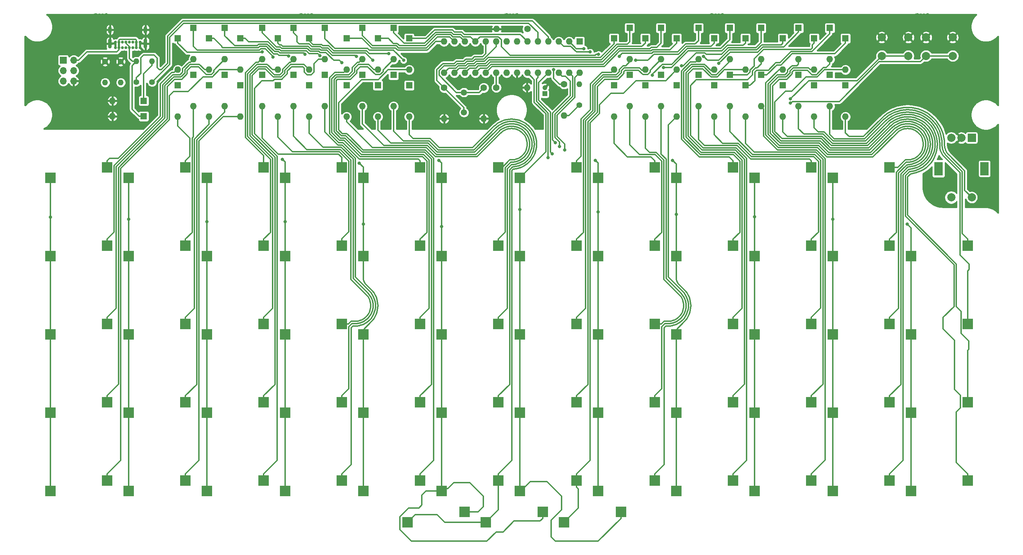
<source format=gbl>
G04 #@! TF.GenerationSoftware,KiCad,Pcbnew,(5.1.5)-3*
G04 #@! TF.CreationDate,2021-01-25T21:32:58-08:00*
G04 #@! TF.ProjectId,framework,6672616d-6577-46f7-926b-2e6b69636164,1*
G04 #@! TF.SameCoordinates,Original*
G04 #@! TF.FileFunction,Copper,L2,Bot*
G04 #@! TF.FilePolarity,Positive*
%FSLAX46Y46*%
G04 Gerber Fmt 4.6, Leading zero omitted, Abs format (unit mm)*
G04 Created by KiCad (PCBNEW (5.1.5)-3) date 2021-01-25 21:32:58*
%MOMM*%
%LPD*%
G04 APERTURE LIST*
%ADD10C,1.200000*%
%ADD11R,1.200000X1.200000*%
%ADD12C,1.500000*%
%ADD13O,1.600000X1.600000*%
%ADD14R,1.600000X1.600000*%
%ADD15R,2.550000X2.500000*%
%ADD16C,2.000000*%
%ADD17R,2.000000X3.200000*%
%ADD18R,2.000000X2.000000*%
%ADD19O,1.400000X1.400000*%
%ADD20C,1.400000*%
%ADD21C,1.600000*%
%ADD22O,0.900000X1.700000*%
%ADD23O,0.900000X2.400000*%
%ADD24C,0.700000*%
%ADD25O,1.700000X1.700000*%
%ADD26R,1.700000X1.700000*%
%ADD27C,0.800000*%
%ADD28C,0.500000*%
%ADD29C,0.350000*%
%ADD30C,0.254000*%
%ADD31C,0.400000*%
G04 APERTURE END LIST*
D10*
X225631375Y-221123125D03*
D11*
X225631375Y-222623125D03*
D12*
X205946375Y-222297625D03*
X205946375Y-227177625D03*
D13*
X234100750Y-217551000D03*
X201080750Y-209931000D03*
X231560750Y-217551000D03*
X203620750Y-209931000D03*
X229020750Y-217551000D03*
X206160750Y-209931000D03*
X226480750Y-217551000D03*
X208700750Y-209931000D03*
X223940750Y-217551000D03*
X211240750Y-209931000D03*
X221400750Y-217551000D03*
X213780750Y-209931000D03*
X218860750Y-217551000D03*
X216320750Y-209931000D03*
X216320750Y-217551000D03*
X218860750Y-209931000D03*
X213780750Y-217551000D03*
X221400750Y-209931000D03*
X211240750Y-217551000D03*
X223940750Y-209931000D03*
X208700750Y-217551000D03*
X226480750Y-209931000D03*
X206160750Y-217551000D03*
X229020750Y-209931000D03*
X203620750Y-217551000D03*
X231560750Y-209931000D03*
X201080750Y-217551000D03*
D14*
X234100750Y-209931000D03*
D15*
X192211000Y-326898000D03*
X206061000Y-324358000D03*
X230311000Y-326898000D03*
X244161000Y-324358000D03*
D16*
X324588500Y-247855500D03*
X329588500Y-247855500D03*
D17*
X321488500Y-240855500D03*
X332688500Y-240855500D03*
D16*
X324588500Y-233355500D03*
X327088500Y-233355500D03*
D18*
X329588500Y-233355500D03*
D15*
X211261000Y-326898000D03*
X225111000Y-324358000D03*
X328616000Y-316738000D03*
X314766000Y-319278000D03*
X214316000Y-316738000D03*
X200466000Y-319278000D03*
X328616000Y-297688000D03*
X314766000Y-300228000D03*
X214316000Y-297688000D03*
X200466000Y-300228000D03*
X328616000Y-278638000D03*
X314766000Y-281178000D03*
X214316000Y-278638000D03*
X200466000Y-281178000D03*
X328616000Y-259588000D03*
X314766000Y-262128000D03*
X214316000Y-259588000D03*
X200466000Y-262128000D03*
X214316000Y-240538000D03*
X200466000Y-243078000D03*
X309566000Y-316738000D03*
X295716000Y-319278000D03*
X195266000Y-316738000D03*
X181416000Y-319278000D03*
X309566000Y-297688000D03*
X295716000Y-300228000D03*
X195266000Y-297688000D03*
X181416000Y-300228000D03*
X309566000Y-278638000D03*
X295716000Y-281178000D03*
X195266000Y-278638000D03*
X181416000Y-281178000D03*
X309566000Y-259588000D03*
X295716000Y-262128000D03*
X195266000Y-259588000D03*
X181416000Y-262128000D03*
X309566000Y-240538000D03*
X295716000Y-243078000D03*
X195266000Y-240538000D03*
X181416000Y-243078000D03*
X290516000Y-316738000D03*
X276666000Y-319278000D03*
X176216000Y-316738000D03*
X162366000Y-319278000D03*
X290516000Y-297688000D03*
X276666000Y-300228000D03*
X176216000Y-297688000D03*
X162366000Y-300228000D03*
X290516000Y-278638000D03*
X276666000Y-281178000D03*
X176216000Y-278638000D03*
X162366000Y-281178000D03*
X290516000Y-259588000D03*
X276666000Y-262128000D03*
X176216000Y-259588000D03*
X162366000Y-262128000D03*
X290516000Y-240538000D03*
X276666000Y-243078000D03*
X176216000Y-240538000D03*
X162366000Y-243078000D03*
X271466000Y-316738000D03*
X257616000Y-319278000D03*
X157166000Y-316738000D03*
X143316000Y-319278000D03*
X271466000Y-297688000D03*
X257616000Y-300228000D03*
X157166000Y-297688000D03*
X143316000Y-300228000D03*
X271466000Y-278638000D03*
X257616000Y-281178000D03*
X157166000Y-278638000D03*
X143316000Y-281178000D03*
X271466000Y-259588000D03*
X257616000Y-262128000D03*
X157166000Y-259588000D03*
X143316000Y-262128000D03*
X271466000Y-240538000D03*
X257616000Y-243078000D03*
X157166000Y-240538000D03*
X143316000Y-243078000D03*
X252416000Y-316738000D03*
X238566000Y-319278000D03*
X138116000Y-316738000D03*
X124266000Y-319278000D03*
X252416000Y-297688000D03*
X238566000Y-300228000D03*
X138116000Y-297688000D03*
X124266000Y-300228000D03*
X252416000Y-278638000D03*
X238566000Y-281178000D03*
X138116000Y-278638000D03*
X124266000Y-281178000D03*
X252416000Y-259588000D03*
X238566000Y-262128000D03*
X138116000Y-259588000D03*
X124266000Y-262128000D03*
X252416000Y-240538000D03*
X238566000Y-243078000D03*
X138116000Y-240538000D03*
X124266000Y-243078000D03*
X233366000Y-316738000D03*
X219516000Y-319278000D03*
X119066000Y-316738000D03*
X105216000Y-319278000D03*
X233366000Y-297688000D03*
X219516000Y-300228000D03*
X119066000Y-297688000D03*
X105216000Y-300228000D03*
X233366000Y-278638000D03*
X219516000Y-281178000D03*
X119066000Y-278638000D03*
X105216000Y-281178000D03*
X233366000Y-259588000D03*
X219516000Y-262128000D03*
X119066000Y-259588000D03*
X105216000Y-262128000D03*
X233366000Y-240538000D03*
X219516000Y-243078000D03*
X119066000Y-240538000D03*
X105216000Y-243078000D03*
D16*
X318452500Y-213415000D03*
X318452500Y-208915000D03*
X324952500Y-213415000D03*
X324952500Y-208915000D03*
X307657500Y-213415000D03*
X307657500Y-208915000D03*
X314157500Y-213415000D03*
X314157500Y-208915000D03*
D19*
X122380375Y-219900500D03*
D20*
X122380375Y-214820500D03*
D19*
X118570375Y-219900500D03*
D20*
X118570375Y-214820500D03*
D13*
X230330375Y-227917625D03*
D21*
X230330375Y-220297625D03*
D19*
X126190375Y-214709625D03*
D20*
X126190375Y-219789625D03*
D19*
X130000375Y-214709625D03*
D20*
X130000375Y-219789625D03*
D19*
X234013375Y-220297625D03*
D20*
X234013375Y-225377625D03*
D22*
X119761000Y-207059000D03*
X128411000Y-207059000D03*
D23*
X119761000Y-210439000D03*
X128411000Y-210439000D03*
D24*
X123661000Y-210069000D03*
X121111000Y-210069000D03*
X121961000Y-210069000D03*
X122811000Y-210069000D03*
X127061000Y-210069000D03*
X125361000Y-210069000D03*
X124511000Y-210069000D03*
X126211000Y-210069000D03*
X121111000Y-211419000D03*
X121961000Y-211419000D03*
X122811000Y-211419000D03*
X123661000Y-211419000D03*
X124511000Y-211419000D03*
X125361000Y-211419000D03*
X126211000Y-211419000D03*
X127061000Y-211419000D03*
D25*
X110918625Y-219535375D03*
X108378625Y-219535375D03*
X110918625Y-216995375D03*
X108378625Y-216995375D03*
X110918625Y-214455375D03*
D26*
X108378625Y-214455375D03*
D13*
X283591000Y-228219000D03*
D14*
X283591000Y-220599000D03*
D13*
X192611000Y-228219000D03*
D14*
X192611000Y-220599000D03*
D13*
X287401000Y-225679000D03*
D14*
X287401000Y-218059000D03*
D13*
X188801000Y-225679000D03*
D14*
X188801000Y-218059000D03*
D13*
X291211000Y-228219000D03*
D14*
X291211000Y-220599000D03*
D13*
X184991000Y-228219000D03*
D14*
X184991000Y-220599000D03*
D13*
X295021000Y-225679000D03*
D14*
X295021000Y-218059000D03*
D13*
X181181000Y-225679000D03*
D14*
X181181000Y-218059000D03*
D13*
X298831000Y-228219000D03*
D14*
X298831000Y-220599000D03*
D13*
X177371000Y-228219000D03*
D14*
X177371000Y-220599000D03*
D13*
X298831000Y-216789000D03*
D14*
X298831000Y-209169000D03*
D13*
X192611000Y-216789000D03*
D14*
X192611000Y-209169000D03*
D13*
X295021000Y-214249000D03*
D14*
X295021000Y-206629000D03*
D13*
X188801000Y-214249000D03*
D14*
X188801000Y-206629000D03*
D13*
X291211000Y-216789000D03*
D14*
X291211000Y-209169000D03*
D13*
X184991000Y-216789000D03*
D14*
X184991000Y-209169000D03*
D13*
X287401000Y-214249000D03*
D14*
X287401000Y-206629000D03*
D13*
X181181000Y-214249000D03*
D14*
X181181000Y-206629000D03*
D13*
X283591000Y-216789000D03*
D14*
X283591000Y-209169000D03*
D13*
X177371000Y-216789000D03*
D14*
X177371000Y-209169000D03*
D13*
X278281000Y-225679000D03*
D14*
X278281000Y-218059000D03*
D13*
X172061000Y-225679000D03*
D14*
X172061000Y-218059000D03*
D13*
X274471000Y-228219000D03*
D14*
X274471000Y-220599000D03*
D13*
X168251000Y-228219000D03*
D14*
X168251000Y-220599000D03*
D13*
X270661000Y-225679000D03*
D14*
X270661000Y-218059000D03*
D13*
X164441000Y-225679000D03*
D14*
X164441000Y-218059000D03*
D13*
X266851000Y-228219000D03*
D14*
X266851000Y-220599000D03*
D13*
X160631000Y-228219000D03*
D14*
X160631000Y-220599000D03*
D13*
X263041000Y-225679000D03*
D14*
X263041000Y-218059000D03*
D13*
X156821000Y-225679000D03*
D14*
X156821000Y-218059000D03*
D13*
X278281000Y-214249000D03*
D14*
X278281000Y-206629000D03*
D13*
X172061000Y-214249000D03*
D14*
X172061000Y-206629000D03*
D13*
X274471000Y-216789000D03*
D14*
X274471000Y-209169000D03*
D13*
X168251000Y-216789000D03*
D14*
X168251000Y-209169000D03*
D13*
X270661000Y-214249000D03*
D14*
X270661000Y-206629000D03*
D13*
X164441000Y-214249000D03*
D14*
X164441000Y-206629000D03*
D13*
X266851000Y-216789000D03*
D14*
X266851000Y-209169000D03*
D13*
X160631000Y-216789000D03*
D14*
X160631000Y-209169000D03*
D13*
X263041000Y-214249000D03*
D14*
X263041000Y-206629000D03*
D13*
X156821000Y-214249000D03*
D14*
X156821000Y-206629000D03*
D13*
X257731000Y-228219000D03*
D14*
X257731000Y-220599000D03*
D13*
X151511000Y-228219000D03*
D14*
X151511000Y-220599000D03*
D13*
X253921000Y-225679000D03*
D14*
X253921000Y-218059000D03*
D13*
X147701000Y-225679000D03*
D14*
X147701000Y-218059000D03*
D13*
X250111000Y-228219000D03*
D14*
X250111000Y-220599000D03*
D13*
X143891000Y-228219000D03*
D14*
X143891000Y-220599000D03*
D13*
X246301000Y-225679000D03*
D14*
X246301000Y-218059000D03*
D13*
X140081000Y-225679000D03*
D14*
X140081000Y-218059000D03*
D13*
X242491000Y-228219000D03*
D14*
X242491000Y-220599000D03*
D13*
X136271000Y-228219000D03*
D14*
X136271000Y-220599000D03*
D13*
X257731000Y-216789000D03*
D14*
X257731000Y-209169000D03*
D13*
X151511000Y-216789000D03*
D14*
X151511000Y-209169000D03*
D13*
X253921000Y-214249000D03*
D14*
X253921000Y-206629000D03*
D13*
X147701000Y-214249000D03*
D14*
X147701000Y-206629000D03*
D13*
X250111000Y-216789000D03*
D14*
X250111000Y-209169000D03*
D13*
X143891000Y-216789000D03*
D14*
X143891000Y-209169000D03*
D13*
X246301000Y-214249000D03*
D14*
X246301000Y-206629000D03*
D13*
X140081000Y-214249000D03*
D14*
X140081000Y-206629000D03*
D13*
X242491000Y-216789000D03*
D14*
X242491000Y-209169000D03*
D13*
X136271000Y-216789000D03*
D14*
X136271000Y-209169000D03*
D13*
X120348375Y-224361625D03*
D14*
X127968375Y-224361625D03*
D13*
X120348375Y-228107875D03*
D14*
X127968375Y-228107875D03*
D21*
X210772375Y-221179625D03*
D13*
X210772375Y-228679625D03*
D21*
X201120375Y-221179625D03*
D13*
X201120375Y-228679625D03*
D21*
X221400750Y-206883000D03*
D13*
X213900750Y-206883000D03*
D21*
X213813375Y-221123125D03*
D13*
X221313375Y-221123125D03*
D27*
X156821000Y-212423000D03*
X176195999Y-215043376D03*
X264251000Y-213493000D03*
X243751000Y-213493000D03*
X159455999Y-213697999D03*
X179751000Y-213493000D03*
X268026001Y-215268001D03*
X247751000Y-214493000D03*
X163256811Y-213474000D03*
X183751000Y-214493000D03*
X251841000Y-218138375D03*
X258906001Y-215837999D03*
X254552313Y-216277688D03*
X285448375Y-223853625D03*
X227790375Y-216768000D03*
X167251000Y-212993000D03*
X187625999Y-212867999D03*
X285448375Y-224869625D03*
X238698452Y-213017960D03*
X219516000Y-250796460D03*
X105216000Y-252670000D03*
X237950375Y-238839625D03*
X226441000Y-238154355D03*
X238566000Y-251391855D03*
X124266000Y-253177320D03*
X256746375Y-238839625D03*
X227457000Y-237245574D03*
X257616000Y-251987250D03*
X143316000Y-253772715D03*
X161750375Y-238585625D03*
X228219000Y-234521375D03*
X276666000Y-252582645D03*
X162366000Y-253772795D03*
X180467000Y-239522000D03*
X229235000Y-235437670D03*
X295716000Y-253178040D03*
X181416000Y-254368190D03*
X199850375Y-238839625D03*
X313864625Y-254333375D03*
X230505000Y-236299625D03*
X200466000Y-254963585D03*
X235156375Y-211661625D03*
X236680375Y-212467950D03*
X170885999Y-213358001D03*
X191251000Y-214493000D03*
D28*
X120741000Y-210439000D02*
X121111000Y-210069000D01*
X119761000Y-210439000D02*
X120741000Y-210439000D01*
X121111000Y-210069000D02*
X121111000Y-211419000D01*
X127061000Y-210069000D02*
X127061000Y-211419000D01*
X127431000Y-210439000D02*
X127061000Y-210069000D01*
X128411000Y-210439000D02*
X127431000Y-210439000D01*
D29*
X120348375Y-227616000D02*
X120396000Y-227663625D01*
X120348375Y-228124000D02*
X120396000Y-228171625D01*
X125980973Y-209343999D02*
X126211000Y-209574026D01*
X122191027Y-209343999D02*
X125980973Y-209343999D01*
X121961000Y-209574026D02*
X122191027Y-209343999D01*
X126211000Y-209574026D02*
X126211000Y-210069000D01*
X121961000Y-210069000D02*
X121961000Y-209574026D01*
X121961000Y-211913974D02*
X121451349Y-212423625D01*
X121961000Y-211419000D02*
X121961000Y-211913974D01*
X231473375Y-227917625D02*
X234013375Y-225377625D01*
X230330375Y-227917625D02*
X231473375Y-227917625D01*
X213820375Y-217590625D02*
X213780750Y-217551000D01*
X114152456Y-212423625D02*
X121451349Y-212423625D01*
X112120706Y-214455375D02*
X114152456Y-212423625D01*
X110918625Y-214455375D02*
X112120706Y-214455375D01*
D28*
X121961000Y-210069000D02*
X121961000Y-211419000D01*
X126211000Y-210069000D02*
X126211000Y-211419000D01*
D29*
X213813375Y-217583625D02*
X213780750Y-217551000D01*
X213813375Y-221123125D02*
X213813375Y-217583625D01*
X199355739Y-216759178D02*
X200838938Y-215275979D01*
X201120375Y-221179625D02*
X199355739Y-219414989D01*
X199355739Y-219414989D02*
X199355739Y-216759178D01*
X203562280Y-215275979D02*
X204112289Y-214725969D01*
X200838938Y-215275979D02*
X203562280Y-215275979D01*
X205874457Y-214725969D02*
X206424467Y-214175959D01*
X204112289Y-214725969D02*
X205874457Y-214725969D01*
X207940717Y-214175959D02*
X208490727Y-213625949D01*
X206424467Y-214175959D02*
X207940717Y-214175959D01*
X208490727Y-213625949D02*
X210498816Y-213625949D01*
X211240750Y-212884015D02*
X211240750Y-209931000D01*
X210498816Y-213625949D02*
X211240750Y-212884015D01*
X205946375Y-226005625D02*
X205946375Y-227177625D01*
X201120375Y-221179625D02*
X205946375Y-226005625D01*
X199905749Y-216986999D02*
X199905749Y-218115001D01*
X213780750Y-209931000D02*
X213780750Y-211121845D01*
X210726636Y-214175959D02*
X208718548Y-214175959D01*
X203790100Y-215825989D02*
X201066759Y-215825989D01*
X201066759Y-215825989D02*
X199905749Y-216986999D01*
X206102279Y-215275979D02*
X204340110Y-215275979D01*
X206652288Y-214725969D02*
X206102279Y-215275979D01*
X213780750Y-211121845D02*
X210726636Y-214175959D01*
X204340110Y-215275979D02*
X203790100Y-215825989D01*
X208718548Y-214175959D02*
X208168539Y-214725969D01*
X208168539Y-214725969D02*
X206652288Y-214725969D01*
X204088373Y-222297625D02*
X205946375Y-222297625D01*
X199905749Y-218115001D02*
X204088373Y-222297625D01*
X209654375Y-222297625D02*
X210772375Y-221179625D01*
X205946375Y-222297625D02*
X209654375Y-222297625D01*
X123661000Y-210069000D02*
X123661000Y-210292002D01*
X126190375Y-214709625D02*
X125200426Y-214709625D01*
X124511000Y-211913974D02*
X124511000Y-211419000D01*
X124511000Y-214020199D02*
X124511000Y-211913974D01*
X125200426Y-214709625D02*
X124511000Y-214020199D01*
X125115374Y-215784626D02*
X125115374Y-226404874D01*
X126818375Y-228107875D02*
X127968375Y-228107875D01*
X125115374Y-226404874D02*
X126818375Y-228107875D01*
X124511000Y-211142002D02*
X124511000Y-211419000D01*
X123661000Y-210292002D02*
X124511000Y-211142002D01*
X126190375Y-214709625D02*
X125115374Y-215784626D01*
X130000375Y-215699574D02*
X127968375Y-217731574D01*
X127968375Y-217731574D02*
X127968375Y-223211625D01*
X127968375Y-223211625D02*
X127968375Y-224361625D01*
X130000375Y-214709625D02*
X130000375Y-215699574D01*
X135363008Y-217442992D02*
X136017000Y-216789000D01*
X136017000Y-216789000D02*
X136271000Y-216789000D01*
X119066000Y-240538000D02*
X119066000Y-238938000D01*
X119066000Y-238938000D02*
X119625000Y-238379000D01*
X119625000Y-238379000D02*
X121729677Y-238379000D01*
X121729677Y-238379000D02*
X132038960Y-228069717D01*
X134818514Y-217442992D02*
X135363008Y-217442992D01*
X132038960Y-220222545D02*
X134818514Y-217442992D01*
X132038960Y-228069717D02*
X132038960Y-220222545D01*
X119066000Y-240538000D02*
X119570676Y-240538000D01*
X236751000Y-226493000D02*
X236751000Y-220215169D01*
X236751000Y-226493000D02*
X234465991Y-228778008D01*
X236751000Y-220215169D02*
X239523179Y-217442990D01*
X239523179Y-217442990D02*
X241935000Y-217442990D01*
X241935000Y-217345000D02*
X242491000Y-216789000D01*
X241935000Y-217442990D02*
X241935000Y-217345000D01*
X233366000Y-238938000D02*
X234465991Y-237838009D01*
X233366000Y-240538000D02*
X233366000Y-238938000D01*
X234465991Y-237838009D02*
X234465991Y-228778008D01*
X136806002Y-217993000D02*
X137446001Y-217353001D01*
X119066000Y-257988000D02*
X120751000Y-256303000D01*
X119066000Y-259588000D02*
X119066000Y-257988000D01*
X120751000Y-240135507D02*
X132588970Y-228297537D01*
X120751000Y-256303000D02*
X120751000Y-240135507D01*
X132588970Y-228297537D02*
X132588970Y-220450366D01*
X137446001Y-217353001D02*
X137446001Y-216520169D01*
X139387010Y-214942990D02*
X140081000Y-214249000D01*
X135046336Y-217993000D02*
X136806002Y-217993000D01*
X139023179Y-214942990D02*
X139387010Y-214942990D01*
X137446001Y-216520169D02*
X139023179Y-214942990D01*
X132588970Y-220450366D02*
X135046336Y-217993000D01*
X237301010Y-226720821D02*
X237301010Y-220442990D01*
X233366000Y-259588000D02*
X233366000Y-257988000D01*
X235016001Y-229005829D02*
X237301010Y-226720821D01*
X243026002Y-217993000D02*
X243751000Y-217268002D01*
X233366000Y-257988000D02*
X235016001Y-256337999D01*
X245353019Y-215783981D02*
X246301000Y-214836000D01*
X237301010Y-220442990D02*
X239751000Y-217993000D01*
X239751000Y-217993000D02*
X243026002Y-217993000D01*
X244745356Y-215783981D02*
X245353019Y-215783981D01*
X246301000Y-214836000D02*
X246301000Y-214249000D01*
X243751000Y-217268002D02*
X243751000Y-216778336D01*
X235016001Y-256337999D02*
X235016001Y-229005829D01*
X243751000Y-216778336D02*
X244745356Y-215783981D01*
X143891000Y-216789000D02*
X143891000Y-216633000D01*
X142824830Y-216789000D02*
X143891000Y-216789000D01*
X139251000Y-215493000D02*
X141528831Y-215493000D01*
X121301010Y-274802990D02*
X121301010Y-240363328D01*
X141528831Y-215493000D02*
X142824830Y-216789000D01*
X119066000Y-278638000D02*
X119066000Y-277038000D01*
X119066000Y-277038000D02*
X121301010Y-274802990D01*
X133138980Y-228525359D02*
X133138980Y-220678187D01*
X123793339Y-237871000D02*
X133138980Y-228525359D01*
X121301010Y-240363328D02*
X123793339Y-237871000D01*
X137033823Y-218543010D02*
X137996009Y-217580823D01*
X137996009Y-217580823D02*
X137996009Y-216747991D01*
X137996009Y-216747991D02*
X139251000Y-215493000D01*
X133138980Y-220678187D02*
X135274157Y-218543010D01*
X135274157Y-218543010D02*
X137033823Y-218543010D01*
X233366000Y-277038000D02*
X233366000Y-278638000D01*
X235566011Y-229233649D02*
X235566011Y-274837989D01*
X249984000Y-216916000D02*
X249276828Y-216916000D01*
X244973178Y-216333989D02*
X244301010Y-217006157D01*
X249276828Y-216916000D02*
X248694817Y-216333989D01*
X244301010Y-217006157D02*
X244301010Y-217495823D01*
X248694817Y-216333989D02*
X244973178Y-216333989D01*
X243253823Y-218543010D02*
X239978820Y-218543010D01*
X244301010Y-217495823D02*
X243253823Y-218543010D01*
X235566011Y-274837989D02*
X233366000Y-277038000D01*
X239978820Y-218543010D02*
X237851020Y-220670810D01*
X250111000Y-216789000D02*
X249984000Y-216916000D01*
X237851020Y-220670810D02*
X237851020Y-226948642D01*
X237851020Y-226948642D02*
X235566011Y-229233649D01*
X145066001Y-216883999D02*
X147701000Y-214249000D01*
X145066001Y-217353001D02*
X145066001Y-216883999D01*
X144455001Y-217964001D02*
X145066001Y-217353001D01*
X143222001Y-217964001D02*
X144455001Y-217964001D01*
X141301010Y-216043010D02*
X143222001Y-217964001D01*
X139478820Y-216043010D02*
X141301010Y-216043010D01*
X119066000Y-296088000D02*
X121851020Y-293302980D01*
X133688990Y-220906008D02*
X135501978Y-219093020D01*
X121851020Y-240591149D02*
X124825170Y-237617000D01*
X138546019Y-216975811D02*
X139478820Y-216043010D01*
X119066000Y-297688000D02*
X119066000Y-296088000D01*
X124825170Y-237617000D02*
X133688990Y-228753180D01*
X133688990Y-228753180D02*
X133688990Y-220906008D01*
X135501978Y-219093020D02*
X137261644Y-219093020D01*
X137261644Y-219093020D02*
X138546019Y-217808644D01*
X121851020Y-293302980D02*
X121851020Y-240591149D01*
X138546019Y-217808644D02*
X138546019Y-216975811D01*
X251286001Y-216883999D02*
X253921000Y-214249000D01*
X250675001Y-217964001D02*
X251286001Y-217353001D01*
X248466997Y-216883999D02*
X249546999Y-217964001D01*
X238401030Y-227176463D02*
X238401030Y-220898630D01*
X249546999Y-217964001D02*
X250675001Y-217964001D01*
X244851020Y-217723644D02*
X244851020Y-217233978D01*
X233366000Y-297688000D02*
X233366000Y-296088000D01*
X251286001Y-217353001D02*
X251286001Y-216883999D01*
X233366000Y-296088000D02*
X236116021Y-293337979D01*
X236116021Y-293337979D02*
X236116021Y-229461469D01*
X238401030Y-220898630D02*
X240206640Y-219093020D01*
X236116021Y-229461469D02*
X238401030Y-227176463D01*
X245200999Y-216883999D02*
X248466997Y-216883999D01*
X240206640Y-219093020D02*
X243481644Y-219093020D01*
X243481644Y-219093020D02*
X244851020Y-217723644D01*
X244851020Y-217233978D02*
X245200999Y-216883999D01*
X134239000Y-223139000D02*
X134239000Y-228981000D01*
X144682822Y-218514011D02*
X142419989Y-218514011D01*
X135255000Y-222123000D02*
X134239000Y-223139000D01*
X142419989Y-218514011D02*
X138811000Y-222123000D01*
X134239000Y-228981000D02*
X122401030Y-240818970D01*
X151511000Y-216789000D02*
X146407832Y-216789000D01*
X146407832Y-216789000D02*
X144682822Y-218514011D01*
X138811000Y-222123000D02*
X135255000Y-222123000D01*
X122401030Y-310802970D02*
X122401030Y-240818970D01*
X122401030Y-310802970D02*
X122398121Y-310921429D01*
X122398121Y-310921429D02*
X122389404Y-311039604D01*
X122389404Y-311814596D02*
X122389404Y-311039604D01*
X119066000Y-315138000D02*
X122389404Y-311814596D01*
X119066000Y-316738000D02*
X119066000Y-315138000D01*
X233366000Y-318338000D02*
X233807000Y-318779000D01*
X233366000Y-316738000D02*
X233366000Y-318338000D01*
X233807000Y-323427000D02*
X230336000Y-326898000D01*
X230336000Y-326898000D02*
X230311000Y-326898000D01*
X233807000Y-318779000D02*
X233807000Y-323427000D01*
X247820001Y-219423999D02*
X255096001Y-219423999D01*
X244751000Y-222493000D02*
X247820001Y-219423999D01*
X255096001Y-219423999D02*
X256931001Y-217588999D01*
X238951040Y-225292960D02*
X241751000Y-222493000D01*
X233366000Y-316738000D02*
X233366000Y-315138000D01*
X236666031Y-229689290D02*
X238951040Y-227404284D01*
X238951040Y-227404284D02*
X238951040Y-225292960D01*
X241751000Y-222493000D02*
X244751000Y-222493000D01*
X233366000Y-315138000D02*
X236666031Y-311837969D01*
X256931001Y-217588999D02*
X257731000Y-216789000D01*
X236666031Y-311837969D02*
X236666031Y-229689290D01*
X138116000Y-240538000D02*
X138176000Y-240538000D01*
X138116000Y-238938000D02*
X139215991Y-237838009D01*
X138116000Y-240538000D02*
X138116000Y-238938000D01*
X139215991Y-237838009D02*
X139215991Y-233449991D01*
X136271000Y-230505000D02*
X136271000Y-228219000D01*
X139215991Y-233449991D02*
X136271000Y-230505000D01*
X138176000Y-240538000D02*
X139215991Y-239498009D01*
X252416000Y-238938000D02*
X251471000Y-237993000D01*
X252416000Y-240538000D02*
X252416000Y-238938000D01*
X251471000Y-237993000D02*
X245751000Y-237993000D01*
X242491000Y-234733000D02*
X242491000Y-228219000D01*
X245751000Y-237993000D02*
X242491000Y-234733000D01*
X139766003Y-233422339D02*
X139766001Y-233422337D01*
X138116000Y-259588000D02*
X138116000Y-257988000D01*
X139766003Y-256337997D02*
X139766003Y-233422339D01*
X140081000Y-233107338D02*
X140081000Y-225679000D01*
X138116000Y-257988000D02*
X139766003Y-256337997D01*
X139766001Y-233422337D02*
X140081000Y-233107338D01*
X248700990Y-237442990D02*
X246301000Y-235043000D01*
X252416000Y-257988000D02*
X254066001Y-256337999D01*
X252416000Y-259588000D02*
X252416000Y-257988000D01*
X254066001Y-238987999D02*
X252520992Y-237442990D01*
X246301000Y-235043000D02*
X246301000Y-225679000D01*
X254066001Y-256337999D02*
X254066001Y-238987999D01*
X252520992Y-237442990D02*
X248700990Y-237442990D01*
X140316011Y-274837989D02*
X138116000Y-277038000D01*
X143891000Y-230075170D02*
X140316011Y-233650158D01*
X143891000Y-228219000D02*
X143891000Y-230075170D01*
X140316011Y-233650158D02*
X140316013Y-233650160D01*
X138116000Y-277038000D02*
X138116000Y-278638000D01*
X140316011Y-258045261D02*
X140316011Y-274837989D01*
X140316013Y-233650160D02*
X140316013Y-258045259D01*
X140316013Y-258045259D02*
X140316011Y-258045261D01*
X258344653Y-271498499D02*
X258344653Y-271498499D01*
X258344653Y-276886653D02*
X258344653Y-276886653D01*
X258344653Y-271498499D02*
X258344653Y-271498499D01*
X258345501Y-276886653D02*
X258345501Y-276886653D01*
X256757410Y-277838519D02*
X257109449Y-277712557D01*
X256394719Y-277929368D02*
X256757410Y-277838519D01*
X255651425Y-278002575D02*
X256024870Y-277984229D01*
X258345501Y-276886653D02*
X258345501Y-276886653D01*
X257109449Y-277712557D02*
X257447446Y-277552696D01*
X257447446Y-277552696D02*
X257768147Y-277360475D01*
X257768147Y-277360475D02*
X258068463Y-277137745D01*
X258068463Y-277137745D02*
X258345501Y-276886653D01*
X256024870Y-277984229D02*
X256394719Y-277929368D01*
X259442229Y-273819130D02*
X259460575Y-274192575D01*
X259387368Y-273449281D02*
X259442229Y-273819130D01*
X259296519Y-275298560D02*
X259170557Y-275650600D01*
X258818475Y-276309297D02*
X258595745Y-276609613D01*
X259460575Y-274192575D02*
X259442229Y-274566020D01*
X258595745Y-276609613D02*
X258344653Y-276886653D01*
X259296519Y-273086590D02*
X259387368Y-273449281D01*
X259442229Y-274566020D02*
X259387368Y-274935869D01*
X259010696Y-275988597D02*
X258818475Y-276309297D01*
X252416000Y-278638000D02*
X254041000Y-278638000D01*
X259387368Y-274935869D02*
X259296519Y-275298560D01*
X258595745Y-271775537D02*
X258818475Y-272075853D01*
X259170557Y-275650600D02*
X259010696Y-275988597D01*
X254616011Y-267769857D02*
X258344653Y-271498499D01*
X259010696Y-272396554D02*
X259170557Y-272734551D01*
X259170557Y-272734551D02*
X259296519Y-273086590D01*
X254676425Y-278002575D02*
X255651425Y-278002575D01*
X254041000Y-278638000D02*
X254676425Y-278002575D01*
X258344653Y-271498499D02*
X258595745Y-271775537D01*
X258818475Y-272075853D02*
X259010696Y-272396554D01*
X251150980Y-236892980D02*
X250111000Y-235853000D01*
X250111000Y-235853000D02*
X250111000Y-228219000D01*
X252748813Y-236892980D02*
X251150980Y-236892980D01*
X254616011Y-238760178D02*
X252748813Y-236892980D01*
X254616011Y-238760178D02*
X254616011Y-267769857D01*
X147701000Y-227043000D02*
X147701000Y-225679000D01*
X140866021Y-233877979D02*
X147701000Y-227043000D01*
X140866023Y-233877981D02*
X140866021Y-233877979D01*
X140866021Y-293337979D02*
X140866021Y-259723979D01*
X140866021Y-259723979D02*
X140866023Y-259723977D01*
X140866023Y-259723977D02*
X140866023Y-233877981D01*
X138116000Y-296088000D02*
X140866021Y-293337979D01*
X138116000Y-297688000D02*
X138116000Y-296088000D01*
X258750249Y-277290128D02*
X258748128Y-277292249D01*
X255651000Y-278575120D02*
X254881710Y-278575120D01*
X256080315Y-278554029D02*
X255651000Y-278575120D01*
X256505495Y-278490960D02*
X256080315Y-278554029D01*
X256922447Y-278386519D02*
X256505495Y-278490960D01*
X257327153Y-278241713D02*
X256922447Y-278386519D01*
X258084398Y-277836957D02*
X257715718Y-278057935D01*
X258429643Y-277580907D02*
X258084398Y-277836957D01*
X258748128Y-277292249D02*
X258429643Y-277580907D01*
X257715718Y-278057935D02*
X257327153Y-278241713D01*
X254881710Y-278575120D02*
X254127000Y-279329830D01*
X258750249Y-277290128D02*
X258749188Y-277291188D01*
X252416000Y-297688000D02*
X252416000Y-296088000D01*
X259699713Y-275869153D02*
X259515935Y-276257718D01*
X259844519Y-275464447D02*
X259699713Y-275869153D01*
X259038907Y-276971643D02*
X258750249Y-277290128D01*
X259948960Y-275047495D02*
X259844519Y-275464447D01*
X260012029Y-274622315D02*
X259948960Y-275047495D01*
X260033120Y-274193000D02*
X260012029Y-274622315D01*
X259294957Y-276626398D02*
X259038907Y-276971643D01*
X260012029Y-273763685D02*
X260033120Y-274193000D01*
X258750249Y-271095872D02*
X259038907Y-271414357D01*
X259038907Y-271414357D02*
X259294957Y-271759602D01*
X259294957Y-271759602D02*
X259515935Y-272128282D01*
X259844519Y-272921553D02*
X259948960Y-273338505D01*
X255166021Y-267511644D02*
X258750249Y-271095872D01*
X255166021Y-238532357D02*
X255166021Y-267511644D01*
X253921000Y-237287337D02*
X255166021Y-238532357D01*
X259515935Y-272128282D02*
X259699713Y-272516847D01*
X253921000Y-225679000D02*
X253921000Y-237287337D01*
X259699713Y-272516847D02*
X259844519Y-272921553D01*
X259515935Y-276257718D02*
X259294957Y-276626398D01*
X259948960Y-273338505D02*
X260012029Y-273763685D01*
X254127000Y-294377000D02*
X252416000Y-296088000D01*
X254127000Y-279329830D02*
X254127000Y-294377000D01*
X141416031Y-234105799D02*
X147302830Y-228219000D01*
X147302830Y-228219000D02*
X151511000Y-228219000D01*
X141416031Y-259951800D02*
X141416033Y-259951798D01*
X141416033Y-234105801D02*
X141416031Y-234105799D01*
X141416033Y-259951798D02*
X141416033Y-234105801D01*
X141416031Y-311837969D02*
X141416031Y-259951800D01*
X138116000Y-315138000D02*
X141416031Y-311837969D01*
X138116000Y-316738000D02*
X138116000Y-315138000D01*
X259151179Y-270688579D02*
X259153300Y-270690700D01*
X259155421Y-270692821D02*
X259153300Y-270690700D01*
X259155421Y-277693179D02*
X259153300Y-277695300D01*
X255716031Y-267253431D02*
X259155421Y-270692821D01*
X257731000Y-228219000D02*
X255716031Y-230233969D01*
X255716031Y-230233969D02*
X255716031Y-267253431D01*
X254677010Y-312876990D02*
X252416000Y-315138000D01*
X254677010Y-279557650D02*
X254677010Y-312876990D01*
X255087418Y-279147242D02*
X254677010Y-279557650D01*
X255651000Y-279147242D02*
X255087418Y-279147242D01*
X256136185Y-279123406D02*
X255651000Y-279147242D01*
X256616697Y-279052129D02*
X256136185Y-279123406D01*
X260581406Y-274678185D02*
X260510129Y-275158697D01*
X260020752Y-271859587D02*
X260228445Y-272298717D01*
X259155421Y-270692821D02*
X259481644Y-271052753D01*
X260510129Y-273227303D02*
X260581406Y-273707815D01*
X260228445Y-276087283D02*
X260020752Y-276526413D01*
X259155421Y-277693179D02*
X259151179Y-277697421D01*
X260392097Y-272756090D02*
X260510129Y-273227303D01*
X259481644Y-271052753D02*
X259771017Y-271442927D01*
X260605242Y-274193000D02*
X260581406Y-274678185D01*
X257545283Y-278770445D02*
X257087910Y-278934097D01*
X259771017Y-271442927D02*
X260020752Y-271859587D01*
X260510129Y-275158697D02*
X260392097Y-275629910D01*
X260581406Y-273707815D02*
X260605242Y-274193000D01*
X260392097Y-275629910D02*
X260228445Y-276087283D01*
X260020752Y-276526413D02*
X259771017Y-276943073D01*
X257087910Y-278934097D02*
X256616697Y-279052129D01*
X259771017Y-276943073D02*
X259481644Y-277333247D01*
X259481644Y-277333247D02*
X259155421Y-277693179D01*
X252416000Y-315138000D02*
X252416000Y-316738000D01*
X259151179Y-277697421D02*
X258791247Y-278023644D01*
X258791247Y-278023644D02*
X258401073Y-278313017D01*
X258401073Y-278313017D02*
X257984413Y-278562752D01*
X260228445Y-272298717D02*
X260392097Y-272756090D01*
X257984413Y-278562752D02*
X257545283Y-278770445D01*
X157166000Y-240538000D02*
X157141000Y-240538000D01*
X155328514Y-214942992D02*
X155897008Y-214942992D01*
X152751000Y-217520505D02*
X155328514Y-214942992D01*
X152751000Y-233270831D02*
X152751000Y-217520505D01*
X155897008Y-214942992D02*
X156591000Y-214249000D01*
X156591000Y-214249000D02*
X156821000Y-214249000D01*
X157166000Y-240538000D02*
X157166000Y-237685830D01*
X157166000Y-237685830D02*
X152751000Y-233270831D01*
X261082169Y-214884000D02*
X262406000Y-214884000D01*
X258906003Y-217060166D02*
X261082169Y-214884000D01*
X258906003Y-219498997D02*
X258906003Y-217060166D01*
X262406000Y-214884000D02*
X263041000Y-214249000D01*
X271466000Y-238938000D02*
X270521000Y-237993000D01*
X258906001Y-219498999D02*
X258906003Y-219498997D01*
X270521000Y-237993000D02*
X263251000Y-237993000D01*
X271466000Y-240538000D02*
X271466000Y-238938000D01*
X263251000Y-237993000D02*
X258906001Y-233648001D01*
X258906001Y-233648001D02*
X258906001Y-219498999D01*
X159324830Y-216789000D02*
X160631000Y-216789000D01*
X157166000Y-257988000D02*
X158816001Y-256337999D01*
X158028830Y-215493000D02*
X159324830Y-216789000D01*
X157166000Y-259588000D02*
X157166000Y-257988000D01*
X155556336Y-215493000D02*
X158028830Y-215493000D01*
X153301010Y-233043010D02*
X153301010Y-217748326D01*
X153301010Y-217748326D02*
X155556336Y-215493000D01*
X158816001Y-256337999D02*
X158816001Y-238558001D01*
X158816001Y-238558001D02*
X153301010Y-233043010D01*
X271570992Y-237442990D02*
X263478820Y-237442990D01*
X271466000Y-259588000D02*
X271466000Y-257988000D01*
X273116001Y-256337999D02*
X273116001Y-238987999D01*
X271466000Y-257988000D02*
X273116001Y-256337999D01*
X259456011Y-233420181D02*
X259456011Y-217287988D01*
X266319000Y-216789000D02*
X266851000Y-216789000D01*
X273116001Y-238987999D02*
X271570992Y-237442990D01*
X263478820Y-237442990D02*
X259456011Y-233420181D01*
X259456011Y-217287988D02*
X261301009Y-215442990D01*
X261301009Y-215442990D02*
X264543819Y-215442990D01*
X266104414Y-217003586D02*
X266319000Y-216789000D01*
X264543819Y-215442990D02*
X266104414Y-217003586D01*
X157166000Y-277038000D02*
X157166000Y-278638000D01*
X159366011Y-238330180D02*
X159366011Y-274837989D01*
X163523178Y-214942992D02*
X161806001Y-216660168D01*
X153851020Y-232815190D02*
X159366011Y-238330180D01*
X159366011Y-274837989D02*
X157166000Y-277038000D01*
X161806001Y-216660168D02*
X161806001Y-217353002D01*
X164441000Y-214249000D02*
X163747008Y-214942992D01*
X163747008Y-214942992D02*
X163523178Y-214942992D01*
X153851020Y-217976147D02*
X153851020Y-232815190D01*
X161166002Y-217993000D02*
X159751000Y-217993000D01*
X159751000Y-217993000D02*
X157801009Y-216043010D01*
X161806001Y-217353002D02*
X161166002Y-217993000D01*
X155784157Y-216043010D02*
X153851020Y-217976147D01*
X157801009Y-216043010D02*
X155784157Y-216043010D01*
X271466000Y-278638000D02*
X271466000Y-277650000D01*
X269155008Y-216238992D02*
X270661000Y-214733000D01*
X269140010Y-216238992D02*
X269155008Y-216238992D01*
X271798813Y-236892980D02*
X263706640Y-236892980D01*
X273700990Y-238795157D02*
X271798813Y-236892980D01*
X273700990Y-274803010D02*
X273700990Y-238795157D01*
X271466000Y-277038000D02*
X273700990Y-274803010D01*
X267386002Y-217993000D02*
X269140010Y-216238992D01*
X271466000Y-278638000D02*
X271466000Y-277038000D01*
X263706640Y-236892980D02*
X260006021Y-233192361D01*
X264315998Y-215993000D02*
X266315998Y-217993000D01*
X270661000Y-214733000D02*
X270661000Y-214249000D01*
X260006021Y-217515809D02*
X261528830Y-215993000D01*
X266315998Y-217993000D02*
X267386002Y-217993000D01*
X260006021Y-233192361D02*
X260006021Y-217515809D01*
X261528830Y-215993000D02*
X264315998Y-215993000D01*
X159916021Y-293337979D02*
X157166000Y-296088000D01*
X159916021Y-238102359D02*
X159916021Y-293337979D01*
X162356011Y-216887989D02*
X162356011Y-217580822D01*
X163751000Y-215493000D02*
X162356011Y-216887989D01*
X168251000Y-216789000D02*
X166955000Y-215493000D01*
X157166000Y-296088000D02*
X157166000Y-297688000D01*
X166955000Y-215493000D02*
X163751000Y-215493000D01*
X162356011Y-217580822D02*
X161393823Y-218543010D01*
X161393823Y-218543010D02*
X159523179Y-218543010D01*
X159523179Y-218543010D02*
X157573189Y-216593020D01*
X154401030Y-232587370D02*
X159916021Y-238102359D01*
X157573189Y-216593020D02*
X156011978Y-216593020D01*
X156011978Y-216593020D02*
X154401030Y-218203968D01*
X154401030Y-218203968D02*
X154401030Y-232587370D01*
X269367832Y-216789000D02*
X274471000Y-216789000D01*
X267613823Y-218543010D02*
X269367832Y-216789000D01*
X272026634Y-236342970D02*
X263934460Y-236342970D01*
X274251000Y-293303000D02*
X274251000Y-238567337D01*
X263934460Y-236342970D02*
X260556031Y-232964541D01*
X271466000Y-297688000D02*
X271466000Y-296088000D01*
X260556031Y-232964541D02*
X260556031Y-217743629D01*
X274251000Y-238567337D02*
X272026634Y-236342970D01*
X266088177Y-218543010D02*
X267613823Y-218543010D01*
X260556031Y-217743629D02*
X261756650Y-216543010D01*
X261756650Y-216543010D02*
X264088178Y-216543010D01*
X271466000Y-296088000D02*
X274251000Y-293303000D01*
X264088178Y-216543010D02*
X266088177Y-218543010D01*
X157166000Y-315138000D02*
X157166000Y-316738000D01*
X160466031Y-311837969D02*
X157166000Y-315138000D01*
X160466031Y-237841246D02*
X160466031Y-311837969D01*
X154951040Y-221292960D02*
X154951040Y-232326255D01*
X156751000Y-219493000D02*
X154951040Y-221292960D01*
X154951040Y-232326255D02*
X160466031Y-237841246D01*
X159461998Y-219493000D02*
X156751000Y-219493000D01*
X159861978Y-219093020D02*
X159461998Y-219493000D01*
X161650980Y-219063684D02*
X161650980Y-219093020D01*
X169426001Y-217353001D02*
X168786002Y-217993000D01*
X161650980Y-219093020D02*
X159861978Y-219093020D01*
X168786002Y-217993000D02*
X167715998Y-217993000D01*
X169426001Y-215317999D02*
X169426001Y-217353001D01*
X172061000Y-214249000D02*
X170495000Y-214249000D01*
X162906021Y-217808643D02*
X161650980Y-219063684D01*
X170495000Y-214249000D02*
X169426001Y-215317999D01*
X162906021Y-217115809D02*
X162906021Y-217808643D01*
X166727180Y-216043010D02*
X163978820Y-216043010D01*
X167075999Y-217353001D02*
X167075999Y-216391829D01*
X167075999Y-216391829D02*
X166727180Y-216043010D01*
X167715998Y-217993000D02*
X167075999Y-217353001D01*
X163978820Y-216043010D02*
X162906021Y-217115809D01*
X272254455Y-235792960D02*
X274801010Y-238339516D01*
X276953178Y-216333989D02*
X276200990Y-217086177D01*
X261106041Y-232736721D02*
X264162280Y-235792960D01*
X276200990Y-217086177D02*
X276200990Y-218043010D01*
X278281000Y-215380370D02*
X277327381Y-216333989D01*
X277327381Y-216333989D02*
X276953178Y-216333989D01*
X262476999Y-219234001D02*
X261106041Y-220604959D01*
X278281000Y-214249000D02*
X278281000Y-215380370D01*
X276200990Y-218043010D02*
X275009999Y-219234001D01*
X275009999Y-219234001D02*
X262476999Y-219234001D01*
X264162280Y-235792960D02*
X272254455Y-235792960D01*
X261106041Y-220604959D02*
X261106041Y-232736721D01*
X271466000Y-315138000D02*
X274748625Y-311855375D01*
X271466000Y-316738000D02*
X271466000Y-315138000D01*
X274801010Y-293530821D02*
X274801010Y-238339516D01*
X274748625Y-293583206D02*
X274801010Y-293530821D01*
X274748625Y-311855375D02*
X274748625Y-293583206D01*
X160693851Y-237291236D02*
X156821000Y-233418385D01*
X156821000Y-233418385D02*
X156821000Y-225679000D01*
X175391408Y-237291236D02*
X160693851Y-237291236D01*
X176216000Y-240538000D02*
X176216000Y-238115828D01*
X176216000Y-238115828D02*
X175391408Y-237291236D01*
X290516000Y-238938000D02*
X290071000Y-238493000D01*
X290516000Y-240538000D02*
X290516000Y-238938000D01*
X290071000Y-238493000D02*
X275751000Y-238493000D01*
X275751000Y-238493000D02*
X272500950Y-235242950D01*
X272500950Y-235242950D02*
X264500950Y-235242950D01*
X263041000Y-233783000D02*
X263041000Y-225679000D01*
X264500950Y-235242950D02*
X263041000Y-233783000D01*
X160631000Y-229350370D02*
X160631000Y-228219000D01*
X160631000Y-233150831D02*
X160631000Y-229350370D01*
X164221395Y-236741226D02*
X160631000Y-233150831D01*
X176216000Y-257870000D02*
X177866001Y-256219999D01*
X176216000Y-259588000D02*
X176216000Y-257870000D01*
X177866001Y-256219999D02*
X177866001Y-238987999D01*
X177866001Y-238987999D02*
X175619228Y-236741226D01*
X175619228Y-236741226D02*
X164221395Y-236741226D01*
X272728771Y-234692940D02*
X268950940Y-234692940D01*
X275978820Y-237942990D02*
X272728771Y-234692940D01*
X290516000Y-259588000D02*
X290516000Y-257988000D01*
X290516000Y-257988000D02*
X292251000Y-256253000D01*
X266851000Y-232593000D02*
X266851000Y-228219000D01*
X292251000Y-256253000D02*
X292251000Y-239072998D01*
X292251000Y-239072998D02*
X291120992Y-237942990D01*
X268950940Y-234692940D02*
X266851000Y-232593000D01*
X291120992Y-237942990D02*
X275978820Y-237942990D01*
X182144653Y-271498499D02*
X182144653Y-271498499D01*
X182144653Y-276886653D02*
X182144653Y-276886653D01*
X182144653Y-271498499D02*
X182144653Y-271498499D01*
X182145501Y-276886653D02*
X182145501Y-276886653D01*
X182145501Y-276886653D02*
X182145501Y-276886653D01*
X179824870Y-277984229D02*
X180194719Y-277929368D01*
X181868463Y-277137745D02*
X182145501Y-276886653D01*
X181568147Y-277360475D02*
X181868463Y-277137745D01*
X181247446Y-277552696D02*
X181568147Y-277360475D01*
X180909449Y-277712557D02*
X181247446Y-277552696D01*
X179451425Y-278002575D02*
X179824870Y-277984229D01*
X180194719Y-277929368D02*
X180557410Y-277838519D01*
X180557410Y-277838519D02*
X180909449Y-277712557D01*
X178476425Y-278002575D02*
X179451425Y-278002575D01*
X177841000Y-278638000D02*
X178476425Y-278002575D01*
X176216000Y-278638000D02*
X177841000Y-278638000D01*
X182618475Y-276309297D02*
X182395745Y-276609613D01*
X183260575Y-274192575D02*
X183242229Y-274566020D01*
X182395745Y-276609613D02*
X182144653Y-276886653D01*
X183242229Y-273819130D02*
X183260575Y-274192575D01*
X183187368Y-273449281D02*
X183242229Y-273819130D01*
X183096519Y-275298560D02*
X182970557Y-275650600D01*
X183096519Y-273086590D02*
X183187368Y-273449281D01*
X183242229Y-274566020D02*
X183187368Y-274935869D01*
X178416011Y-238760178D02*
X178416011Y-267769857D01*
X182810696Y-275988597D02*
X182618475Y-276309297D01*
X175847049Y-236191216D02*
X178416011Y-238760178D01*
X164441000Y-232960831D02*
X167671385Y-236191216D01*
X164441000Y-225679000D02*
X164441000Y-232960831D01*
X167671385Y-236191216D02*
X175847049Y-236191216D01*
X178416011Y-267769857D02*
X182144653Y-271498499D01*
X182144653Y-271498499D02*
X182395745Y-271775537D01*
X182970557Y-275650600D02*
X182810696Y-275988597D01*
X182395745Y-271775537D02*
X182618475Y-272075853D01*
X183187368Y-274935869D02*
X183096519Y-275298560D01*
X182970557Y-272734551D02*
X183096519Y-273086590D01*
X182618475Y-272075853D02*
X182810696Y-272396554D01*
X182810696Y-272396554D02*
X182970557Y-272734551D01*
X270661000Y-231847339D02*
X270661000Y-225679000D01*
X276206641Y-237392980D02*
X270661000Y-231847339D01*
X290516000Y-277038000D02*
X292801010Y-274752990D01*
X290516000Y-278638000D02*
X290516000Y-277038000D01*
X291348813Y-237392980D02*
X276206641Y-237392980D01*
X292801010Y-274752990D02*
X292801010Y-238845177D01*
X292801010Y-238845177D02*
X291348813Y-237392980D01*
X182550249Y-277290128D02*
X182549188Y-277291188D01*
X176216000Y-296088000D02*
X176216000Y-297688000D01*
X177927000Y-294377000D02*
X176216000Y-296088000D01*
X179451000Y-278575120D02*
X178681710Y-278575120D01*
X179880315Y-278554029D02*
X179451000Y-278575120D01*
X180305495Y-278490960D02*
X179880315Y-278554029D01*
X180722447Y-278386519D02*
X180305495Y-278490960D01*
X181127153Y-278241713D02*
X180722447Y-278386519D01*
X181884398Y-277836957D02*
X181515718Y-278057935D01*
X182229643Y-277580907D02*
X181884398Y-277836957D01*
X182548128Y-277292249D02*
X182229643Y-277580907D01*
X182838907Y-271414357D02*
X183094957Y-271759602D01*
X178966021Y-267511644D02*
X182550249Y-271095872D01*
X181515718Y-278057935D02*
X181127153Y-278241713D01*
X182838907Y-276971643D02*
X182550249Y-277290128D01*
X183499713Y-272516847D02*
X183644519Y-272921553D01*
X183094957Y-276626398D02*
X182838907Y-276971643D01*
X178681710Y-278575120D02*
X177927000Y-279329830D01*
X182550249Y-271095872D02*
X182838907Y-271414357D01*
X183812029Y-274622315D02*
X183748960Y-275047495D01*
X168251000Y-232270831D02*
X171621375Y-235641206D01*
X183644519Y-275464447D02*
X183499713Y-275869153D01*
X168251000Y-228219000D02*
X168251000Y-232270831D01*
X183315935Y-276257718D02*
X183094957Y-276626398D01*
X183094957Y-271759602D02*
X183315935Y-272128282D01*
X177927000Y-279329830D02*
X177927000Y-294377000D01*
X183315935Y-272128282D02*
X183499713Y-272516847D01*
X171621375Y-235641206D02*
X176074870Y-235641206D01*
X183833120Y-274193000D02*
X183812029Y-274622315D01*
X182550249Y-277290128D02*
X182548128Y-277292249D01*
X178966021Y-238532357D02*
X178966021Y-267511644D01*
X183644519Y-272921553D02*
X183748960Y-273338505D01*
X183748960Y-273338505D02*
X183812029Y-273763685D01*
X183812029Y-273763685D02*
X183833120Y-274193000D01*
X176074870Y-235641206D02*
X178966021Y-238532357D01*
X183748960Y-275047495D02*
X183644519Y-275464447D01*
X183499713Y-275869153D02*
X183315935Y-276257718D01*
X274471000Y-234713000D02*
X274471000Y-228219000D01*
X290516000Y-297688000D02*
X290516000Y-296088000D01*
X293351020Y-293252980D02*
X293351020Y-238617356D01*
X290516000Y-296088000D02*
X293351020Y-293252980D01*
X276600970Y-236842970D02*
X274471000Y-234713000D01*
X293351020Y-238617356D02*
X291576634Y-236842970D01*
X291576634Y-236842970D02*
X276600970Y-236842970D01*
X184192097Y-272756090D02*
X184028445Y-272298717D01*
X183571017Y-276943073D02*
X183820752Y-276526413D01*
X183820752Y-276526413D02*
X184028445Y-276087283D01*
X182955421Y-270692821D02*
X182953300Y-270690700D01*
X182951179Y-270688579D02*
X182953300Y-270690700D01*
X184028445Y-272298717D02*
X183820752Y-271859587D01*
X184310129Y-273227303D02*
X184192097Y-272756090D01*
X183820752Y-271859587D02*
X183571017Y-271442927D01*
X184405242Y-274193000D02*
X184381406Y-273707815D01*
X182955421Y-277693179D02*
X183281644Y-277333247D01*
X183281644Y-277333247D02*
X183571017Y-276943073D01*
X184192097Y-275629910D02*
X184310129Y-275158697D01*
X184310129Y-275158697D02*
X184381406Y-274678185D01*
X184381406Y-274678185D02*
X184405242Y-274193000D01*
X184028445Y-276087283D02*
X184192097Y-275629910D01*
X183571017Y-271442927D02*
X183281644Y-271052753D01*
X184381406Y-273707815D02*
X184310129Y-273227303D01*
X182955421Y-277693179D02*
X182953300Y-277695300D01*
X183281644Y-271052753D02*
X182955421Y-270692821D01*
X180887910Y-278934097D02*
X181345283Y-278770445D01*
X182951179Y-277697421D02*
X182953300Y-277695300D01*
X182955421Y-277693179D02*
X182953300Y-277695300D01*
X181345283Y-278770445D02*
X181784413Y-278562752D01*
X180416697Y-279052129D02*
X180887910Y-278934097D01*
X181784413Y-278562752D02*
X182201073Y-278313017D01*
X179451000Y-279147242D02*
X179936185Y-279123406D01*
X182201073Y-278313017D02*
X182591247Y-278023644D01*
X179936185Y-279123406D02*
X180416697Y-279052129D01*
X182591247Y-278023644D02*
X182951179Y-277697421D01*
X176302691Y-235091196D02*
X179516031Y-238304536D01*
X175237873Y-235091196D02*
X176302691Y-235091196D01*
X172061000Y-225679000D02*
X172061000Y-231914323D01*
X176216000Y-315138000D02*
X176216000Y-316738000D01*
X172061000Y-231914323D02*
X175237873Y-235091196D01*
X179451000Y-279147242D02*
X178887418Y-279147242D01*
X178887418Y-279147242D02*
X178477010Y-279557650D01*
X176216000Y-315138000D02*
X178477010Y-312876990D01*
X178477010Y-312876990D02*
X178477010Y-279557650D01*
X179516031Y-267253431D02*
X182955421Y-270692821D01*
X179516031Y-238304536D02*
X179516031Y-267253431D01*
X278905991Y-226303991D02*
X278281000Y-225679000D01*
X282273129Y-236292960D02*
X278905991Y-232925822D01*
X278905991Y-232925822D02*
X278905991Y-226303991D01*
X290516000Y-316738000D02*
X290516000Y-315138000D01*
X290516000Y-315138000D02*
X293901030Y-311752970D01*
X293901030Y-238389535D02*
X291804455Y-236292960D01*
X293901030Y-311752970D02*
X293901030Y-238389535D01*
X291804455Y-236292960D02*
X282273129Y-236292960D01*
X177371000Y-216789000D02*
X177371000Y-216873000D01*
X176717010Y-217442990D02*
X177371000Y-216789000D01*
X174523179Y-217442990D02*
X176717010Y-217442990D01*
X173236001Y-232311494D02*
X173236001Y-218730168D01*
X175417507Y-234493000D02*
X173236001Y-232311494D01*
X195266000Y-238938000D02*
X194821000Y-238493000D01*
X173236001Y-218730168D02*
X174523179Y-217442990D01*
X195266000Y-240538000D02*
X195266000Y-238938000D01*
X180482325Y-238493000D02*
X176482325Y-234493000D01*
X176482325Y-234493000D02*
X175417507Y-234493000D01*
X194821000Y-238493000D02*
X180482325Y-238493000D01*
X311297124Y-232208722D02*
X311297124Y-232208722D01*
X311874478Y-231734900D02*
X311574162Y-231957630D01*
X316408238Y-231957630D02*
X316107922Y-231734900D01*
X316107922Y-231734900D02*
X315787222Y-231542679D01*
X314734494Y-231166007D02*
X314364645Y-231111146D01*
X315449225Y-231382818D02*
X315097185Y-231256856D01*
X316685278Y-232208722D02*
X316685278Y-232208722D01*
X315097185Y-231256856D02*
X314734494Y-231166007D01*
X315787222Y-231542679D02*
X315449225Y-231382818D01*
X313247906Y-231166007D02*
X312885215Y-231256856D01*
X313991200Y-231092800D02*
X313617755Y-231111146D01*
X312533176Y-231382818D02*
X312195179Y-231542679D01*
X316685278Y-232208722D02*
X316408238Y-231957630D01*
X314364645Y-231111146D02*
X313991200Y-231092800D01*
X311297124Y-232208722D02*
X311297124Y-232208722D01*
X311574162Y-231957630D02*
X311297124Y-232208722D01*
X313617755Y-231111146D02*
X313247906Y-231166007D01*
X312885215Y-231256856D02*
X312533176Y-231382818D01*
X312195179Y-231542679D02*
X311874478Y-231734900D01*
X316685278Y-232207874D02*
X316685278Y-232207874D01*
X317159100Y-232785228D02*
X316936370Y-232484912D01*
X316936370Y-237318988D02*
X317159100Y-237018672D01*
X317159100Y-237018672D02*
X317351321Y-236697972D01*
X317727993Y-235645244D02*
X317782854Y-235275395D01*
X317511182Y-236359975D02*
X317637144Y-236007935D01*
X316685278Y-237596028D02*
X316685278Y-237596028D01*
X317637144Y-236007935D02*
X317727993Y-235645244D01*
X317351321Y-236697972D02*
X317511182Y-236359975D01*
X317727993Y-234158656D02*
X317637144Y-233795965D01*
X317801200Y-234901950D02*
X317782854Y-234528505D01*
X317511182Y-233443926D02*
X317351321Y-233105929D01*
X316685278Y-237596028D02*
X316936370Y-237318988D01*
X317782854Y-235275395D02*
X317801200Y-234901950D01*
X316685278Y-232207874D02*
X316685278Y-232207874D01*
X316936370Y-232484912D02*
X316685278Y-232207874D01*
X317782854Y-234528505D02*
X317727993Y-234158656D01*
X317637144Y-233795965D02*
X317511182Y-233443926D01*
X317351321Y-233105929D02*
X317159100Y-232785228D01*
X316686126Y-237596028D02*
X316686126Y-237596028D01*
X316108772Y-238069850D02*
X316409088Y-237847120D01*
X313992050Y-238711950D02*
X314365495Y-238693604D01*
X315098035Y-238547894D02*
X315450074Y-238421932D01*
X315450074Y-238421932D02*
X315788071Y-238262071D01*
X316686126Y-237596028D02*
X316686126Y-237596028D01*
X314365495Y-238693604D02*
X314735344Y-238638743D01*
X316409088Y-237847120D02*
X316686126Y-237596028D01*
X314735344Y-238638743D02*
X315098035Y-238547894D01*
X315788071Y-238262071D02*
X316108772Y-238069850D01*
X294282326Y-237993000D02*
X292032276Y-235742950D01*
X282500950Y-235742950D02*
X279456001Y-232698001D01*
X292032276Y-235742950D02*
X282500950Y-235742950D01*
X283591000Y-216789000D02*
X282677170Y-216789000D01*
X279456001Y-220010169D02*
X279456001Y-232698001D01*
X282677170Y-216789000D02*
X279456001Y-220010169D01*
X305512846Y-237993000D02*
X294282326Y-237993000D01*
X311297124Y-232208722D02*
X305512846Y-237993000D01*
X313992050Y-238711950D02*
X313431641Y-238711950D01*
X311605591Y-240538000D02*
X309566000Y-240538000D01*
X313431641Y-238711950D02*
X311605591Y-240538000D01*
X180408008Y-214942992D02*
X181102000Y-214249000D01*
X178751000Y-216215170D02*
X180023178Y-214942992D01*
X178751000Y-217148002D02*
X178751000Y-216215170D01*
X177906002Y-217993000D02*
X178751000Y-217148002D01*
X181102000Y-214249000D02*
X181181000Y-214249000D01*
X175645328Y-233942990D02*
X173786011Y-232083673D01*
X195266000Y-259588000D02*
X195266000Y-257988000D01*
X195266000Y-257988000D02*
X196916001Y-256337999D01*
X180710145Y-237942990D02*
X176710146Y-233942990D01*
X176710146Y-233942990D02*
X175645328Y-233942990D01*
X173786011Y-218957989D02*
X174751000Y-217993000D01*
X180023178Y-214942992D02*
X180408008Y-214942992D01*
X173786011Y-232083673D02*
X173786011Y-218957989D01*
X174751000Y-217993000D02*
X177906002Y-217993000D01*
X195870992Y-237942990D02*
X180710145Y-237942990D01*
X196916001Y-238987999D02*
X195870992Y-237942990D01*
X196916001Y-256337999D02*
X196916001Y-238987999D01*
X317088753Y-231803126D02*
X317089813Y-231804187D01*
X317856560Y-236967093D02*
X318040338Y-236578528D01*
X317856560Y-232837657D02*
X317635582Y-232468977D01*
X318040338Y-233226222D02*
X317856560Y-232837657D01*
X317635582Y-237335773D02*
X317856560Y-236967093D01*
X317090874Y-237999503D02*
X317089813Y-238000563D01*
X318040338Y-236578528D02*
X318185144Y-236173822D01*
X318185144Y-236173822D02*
X318289585Y-235756870D01*
X317090874Y-231805247D02*
X317089813Y-231804187D01*
X317090874Y-237999503D02*
X317379532Y-237681018D01*
X318352654Y-235331690D02*
X318373745Y-234902375D01*
X318185144Y-233630928D02*
X318040338Y-233226222D01*
X317379532Y-237681018D02*
X317635582Y-237335773D01*
X318373745Y-234902375D02*
X318352654Y-234473060D01*
X318289585Y-235756870D02*
X318352654Y-235331690D01*
X317635582Y-232468977D02*
X317379532Y-232123732D01*
X318352654Y-234473060D02*
X318289585Y-234047880D01*
X318289585Y-234047880D02*
X318185144Y-233630928D01*
X317379532Y-232123732D02*
X317090874Y-231805247D01*
X317088753Y-231803126D02*
X317089813Y-231804187D01*
X314420940Y-239263404D02*
X314846120Y-239200335D01*
X316425023Y-238546332D02*
X316770268Y-238290282D01*
X314846120Y-239200335D02*
X315263072Y-239095894D01*
X316770268Y-238290282D02*
X317088753Y-238001624D01*
X315263072Y-239095894D02*
X315667778Y-238951088D01*
X317090874Y-237999503D02*
X317089813Y-238000563D01*
X317088753Y-238001624D02*
X317089813Y-238000563D01*
X315667778Y-238951088D02*
X316056343Y-238767310D01*
X316056343Y-238767310D02*
X316425023Y-238546332D01*
X314420940Y-239263404D02*
X313618598Y-239302820D01*
X311216001Y-242903375D02*
X311216001Y-256337999D01*
X309566000Y-257988000D02*
X309566000Y-259588000D01*
X311216001Y-256337999D02*
X309566000Y-257988000D01*
X287401000Y-215380370D02*
X287401000Y-214249000D01*
X286997391Y-215783979D02*
X287401000Y-215380370D01*
X285845357Y-215783979D02*
X286997391Y-215783979D01*
X284766001Y-216863335D02*
X285845357Y-215783979D01*
X284766001Y-217353001D02*
X284766001Y-216863335D01*
X284126002Y-217993000D02*
X284766001Y-217353001D01*
X282251000Y-217993000D02*
X284126002Y-217993000D01*
X280006011Y-220237989D02*
X282251000Y-217993000D01*
X313137130Y-230604415D02*
X312720178Y-230708856D01*
X313991625Y-230520255D02*
X313562310Y-230541346D01*
X314420940Y-230541346D02*
X313991625Y-230520255D01*
X315263072Y-230708856D02*
X314846120Y-230604415D01*
X312315472Y-230853662D02*
X311926907Y-231037440D01*
X316770268Y-231514468D02*
X316425023Y-231258418D01*
X317088753Y-231803126D02*
X316770268Y-231514468D01*
X316056343Y-231037440D02*
X315667778Y-230853662D01*
X316425023Y-231258418D02*
X316056343Y-231037440D01*
X310892376Y-231805247D02*
X305254633Y-237442990D01*
X313562310Y-230541346D02*
X313137130Y-230604415D01*
X312720178Y-230708856D02*
X312315472Y-230853662D01*
X311926907Y-231037440D02*
X311558227Y-231258418D01*
X294510146Y-237442990D02*
X292260096Y-235192940D01*
X311558227Y-231258418D02*
X311212982Y-231514468D01*
X311212982Y-231514468D02*
X310894497Y-231803126D01*
X310894497Y-231803126D02*
X310892376Y-231805247D01*
X305254633Y-237442990D02*
X294510146Y-237442990D01*
X315667778Y-230853662D02*
X315263072Y-230708856D01*
X292260096Y-235192940D02*
X282728770Y-235192940D01*
X282728770Y-235192940D02*
X280006011Y-232470181D01*
X314846120Y-230604415D02*
X314420940Y-230541346D01*
X280006011Y-232470181D02*
X280006011Y-220237989D01*
X311216001Y-242903375D02*
X311216001Y-241705419D01*
X311216001Y-241705419D02*
X313129546Y-239791875D01*
X313129546Y-239791875D02*
X313618598Y-239302820D01*
X195266000Y-277038000D02*
X195266000Y-278638000D01*
X176937967Y-233392980D02*
X180937965Y-237392980D01*
X174336021Y-219185809D02*
X174336021Y-231855852D01*
X180251000Y-215493000D02*
X179301008Y-216442992D01*
X174336021Y-231855852D02*
X175873149Y-233392980D01*
X182733829Y-215493000D02*
X180251000Y-215493000D01*
X174978820Y-218543010D02*
X174336021Y-219185809D01*
X184991000Y-216789000D02*
X184029828Y-216789000D01*
X184029828Y-216789000D02*
X182733829Y-215493000D01*
X179301008Y-217375824D02*
X178133823Y-218543010D01*
X197466011Y-274837989D02*
X195266000Y-277038000D01*
X178133823Y-218543010D02*
X174978820Y-218543010D01*
X179301008Y-216442992D02*
X179301008Y-217375824D01*
X175873149Y-233392980D02*
X176937967Y-233392980D01*
X197466011Y-238760178D02*
X197466011Y-274837989D01*
X180937965Y-237392980D02*
X196098813Y-237392980D01*
X196098813Y-237392980D02*
X197466011Y-238760178D01*
X312554715Y-230161278D02*
X312097342Y-230324930D01*
X316741698Y-230782358D02*
X316325038Y-230532623D01*
X316325038Y-230532623D02*
X315885908Y-230324930D01*
X310491446Y-231397954D02*
X310489325Y-231400075D01*
X310487204Y-231402196D02*
X310489325Y-231400075D01*
X312097342Y-230324930D02*
X311658212Y-230532623D01*
X313025928Y-230043246D02*
X312554715Y-230161278D01*
X311658212Y-230532623D02*
X311241552Y-230782358D01*
X313991625Y-229948133D02*
X313506440Y-229971969D01*
X317491804Y-231397954D02*
X317131872Y-231071731D01*
X317131872Y-231071731D02*
X316741698Y-230782358D01*
X315428535Y-230161278D02*
X314957322Y-230043246D01*
X314957322Y-230043246D02*
X314476810Y-229971969D01*
X314476810Y-229971969D02*
X313991625Y-229948133D01*
X315885908Y-230324930D02*
X315428535Y-230161278D01*
X311241552Y-230782358D02*
X310851378Y-231071731D01*
X313506440Y-229971969D02*
X313025928Y-230043246D01*
X317491804Y-231397954D02*
X317493925Y-231400075D01*
X310851378Y-231071731D02*
X310491446Y-231397954D01*
X318732722Y-233465465D02*
X318569070Y-233008092D01*
X318111642Y-237652448D02*
X318361377Y-237235788D01*
X318361377Y-237235788D02*
X318569070Y-236796658D01*
X317496046Y-231402196D02*
X317493925Y-231400075D01*
X317491804Y-231397954D02*
X317493925Y-231400075D01*
X318569070Y-233008092D02*
X318361377Y-232568962D01*
X318850754Y-233936678D02*
X318732722Y-233465465D01*
X318361377Y-232568962D02*
X318111642Y-232152302D01*
X318945867Y-234902375D02*
X318922031Y-234417190D01*
X317496046Y-238402554D02*
X317822269Y-238042622D01*
X317822269Y-238042622D02*
X318111642Y-237652448D01*
X318732722Y-236339285D02*
X318850754Y-235868072D01*
X318850754Y-235868072D02*
X318922031Y-235387560D01*
X318922031Y-235387560D02*
X318945867Y-234902375D01*
X318569070Y-236796658D02*
X318732722Y-236339285D01*
X318111642Y-232152302D02*
X317822269Y-231762128D01*
X318922031Y-234417190D02*
X318850754Y-233936678D01*
X317496046Y-238402554D02*
X317493925Y-238404675D01*
X317822269Y-231762128D02*
X317496046Y-231402196D01*
X317491804Y-238406796D02*
X317493925Y-238404675D01*
X316741698Y-239022392D02*
X317131872Y-238733019D01*
X316325038Y-239272127D02*
X316741698Y-239022392D01*
X315885908Y-239479820D02*
X316325038Y-239272127D01*
X314957322Y-239761504D02*
X315428535Y-239643472D01*
X317496046Y-238402554D02*
X317493925Y-238404675D01*
X314957322Y-239761504D02*
X313760166Y-239939084D01*
X317131872Y-238733019D02*
X317491804Y-238406796D01*
X315428535Y-239643472D02*
X315885908Y-239479820D01*
X292487917Y-234642930D02*
X294737966Y-236892980D01*
X285316011Y-217091156D02*
X285316011Y-217580822D01*
X286073178Y-216333989D02*
X285316011Y-217091156D01*
X282478820Y-218543010D02*
X280556021Y-220465809D01*
X280556021Y-232242361D02*
X282956590Y-234642930D01*
X291211000Y-216789000D02*
X290249828Y-216789000D01*
X290249828Y-216789000D02*
X289794818Y-216333989D01*
X285316011Y-217580822D02*
X284353823Y-218543010D01*
X284353823Y-218543010D02*
X282478820Y-218543010D01*
X289794818Y-216333989D02*
X286073178Y-216333989D01*
X280556021Y-220465809D02*
X280556021Y-232242361D01*
X282956590Y-234642930D02*
X292487917Y-234642930D01*
X311766011Y-242268375D02*
X311766011Y-274837989D01*
X309566000Y-277038000D02*
X309566000Y-278638000D01*
X311766011Y-274837989D02*
X309566000Y-277038000D01*
X310491446Y-231397954D02*
X304996420Y-236892980D01*
X304996420Y-236892980D02*
X294737966Y-236892980D01*
X311766011Y-242268375D02*
X311766011Y-241933240D01*
X311766011Y-241933240D02*
X313526376Y-240172875D01*
X313526376Y-240172875D02*
X313760166Y-239939084D01*
X195266000Y-296088000D02*
X195266000Y-297688000D01*
X177487977Y-233165159D02*
X177487977Y-233165162D01*
X177165788Y-232842970D02*
X177487977Y-233165159D01*
X174886031Y-219413629D02*
X174886031Y-231628031D01*
X184426999Y-217964001D02*
X182506008Y-216043010D01*
X198016021Y-293337979D02*
X195266000Y-296088000D01*
X185555001Y-217964001D02*
X184426999Y-217964001D01*
X179851018Y-216892982D02*
X179851018Y-217603645D01*
X186251000Y-217268002D02*
X185555001Y-217964001D01*
X174886031Y-231628031D02*
X176100970Y-232842970D01*
X186251000Y-216799000D02*
X186251000Y-217268002D01*
X176100970Y-232842970D02*
X177165788Y-232842970D01*
X188801000Y-214249000D02*
X186251000Y-216799000D01*
X182506008Y-216043010D02*
X180700990Y-216043010D01*
X177487977Y-233165162D02*
X181165785Y-236842970D01*
X180700990Y-216043010D02*
X179851018Y-216892982D01*
X179851018Y-217603645D02*
X178361644Y-219093020D01*
X178361644Y-219093020D02*
X175206640Y-219093020D01*
X175206640Y-219093020D02*
X174886031Y-219413629D01*
X198016021Y-238532357D02*
X198016021Y-293337979D01*
X181165785Y-236842970D02*
X196326634Y-236842970D01*
X196326634Y-236842970D02*
X198016021Y-238532357D01*
X317894854Y-230992782D02*
X317493475Y-230628994D01*
X311389514Y-230027806D02*
X310924877Y-230306299D01*
X310088396Y-230992782D02*
X310085214Y-230995964D01*
X312914725Y-229482076D02*
X312389252Y-229613701D01*
X313450570Y-229402592D02*
X312914725Y-229482076D01*
X310924877Y-230306299D02*
X310489773Y-230628994D01*
X316104037Y-229796196D02*
X315593996Y-229613701D01*
X313991624Y-229376011D02*
X313450570Y-229402592D01*
X312389252Y-229613701D02*
X311879211Y-229796196D01*
X310489773Y-230628994D02*
X310088396Y-230992782D01*
X315068523Y-229482076D02*
X314532679Y-229402592D01*
X311879211Y-229796196D02*
X311389514Y-230027806D01*
X317493475Y-230628994D02*
X317058372Y-230306299D01*
X317058372Y-230306299D02*
X316593734Y-230027806D01*
X316593734Y-230027806D02*
X316104037Y-229796196D01*
X315593996Y-229613701D02*
X315068523Y-229482076D01*
X314532679Y-229402592D02*
X313991624Y-229376011D01*
X317894854Y-230992782D02*
X317898036Y-230995964D01*
X317901218Y-238805604D02*
X318265006Y-238404225D01*
X318866194Y-232300264D02*
X318587701Y-231835627D01*
X317901218Y-230999146D02*
X317898036Y-230995964D01*
X319411924Y-233825475D02*
X319280299Y-233300002D01*
X319491408Y-234361320D02*
X319411924Y-233825475D01*
X318587701Y-231835627D02*
X318265006Y-231400523D01*
X319097804Y-237014787D02*
X319280299Y-236504746D01*
X319517989Y-234902374D02*
X319491408Y-234361320D01*
X319280299Y-233300002D02*
X319097804Y-232789961D01*
X318265006Y-231400523D02*
X317901218Y-230999146D01*
X319411924Y-235979273D02*
X319491408Y-235443429D01*
X319097804Y-232789961D02*
X318866194Y-232300264D01*
X318265006Y-238404225D02*
X318587701Y-237969122D01*
X318587701Y-237969122D02*
X318866194Y-237504484D01*
X318866194Y-237504484D02*
X319097804Y-237014787D01*
X319280299Y-236504746D02*
X319411924Y-235979273D01*
X319491408Y-235443429D02*
X319517989Y-234902374D01*
X317901218Y-238805604D02*
X317898036Y-238808786D01*
X316593736Y-239776944D02*
X317058373Y-239498451D01*
X315068525Y-240322674D02*
X315593998Y-240191049D01*
X315068525Y-240322674D02*
X313995198Y-240481884D01*
X315593998Y-240191049D02*
X316104039Y-240008554D01*
X316104039Y-240008554D02*
X316593736Y-239776944D01*
X317493477Y-239175756D02*
X317894854Y-238811968D01*
X317058373Y-239498451D02*
X317493477Y-239175756D01*
X317894854Y-238811968D02*
X317898036Y-238808786D01*
X295021000Y-215392000D02*
X295021000Y-214249000D01*
X294174010Y-216238990D02*
X295021000Y-215392000D01*
X293505010Y-216238990D02*
X294174010Y-216238990D01*
X291751000Y-217993000D02*
X293505010Y-216238990D01*
X290675998Y-217993000D02*
X291751000Y-217993000D01*
X289566997Y-216883999D02*
X290675998Y-217993000D01*
X285866021Y-217318977D02*
X286300999Y-216883999D01*
X285866021Y-217808643D02*
X285866021Y-217318977D01*
X284581644Y-219093020D02*
X285866021Y-217808643D01*
X286300999Y-216883999D02*
X289566997Y-216883999D01*
X294965788Y-236342970D02*
X292715738Y-234092920D01*
X292715738Y-234092920D02*
X283184410Y-234092920D01*
X283184410Y-234092920D02*
X281106031Y-232014541D01*
X282706640Y-219093020D02*
X284581644Y-219093020D01*
X281106031Y-232014541D02*
X281106031Y-220693629D01*
X281106031Y-220693629D02*
X282706640Y-219093020D01*
X304738208Y-236342970D02*
X294965788Y-236342970D01*
X310088396Y-230992782D02*
X304738208Y-236342970D01*
X312316021Y-293337979D02*
X312316021Y-242903375D01*
X309566000Y-297688000D02*
X309566000Y-296088000D01*
X309566000Y-296088000D02*
X312316021Y-293337979D01*
X312316021Y-242903375D02*
X312316024Y-242161061D01*
X312316024Y-242161061D02*
X313551156Y-240925929D01*
X313551156Y-240925929D02*
X313995198Y-240481884D01*
X195266000Y-315138000D02*
X195266000Y-316738000D01*
X175436041Y-224808961D02*
X175436041Y-231400211D01*
X192611000Y-216789000D02*
X187507833Y-216789000D01*
X187507833Y-216789000D02*
X185062832Y-219234001D01*
X178546001Y-221699001D02*
X175436041Y-224808961D01*
X175436041Y-231400211D02*
X176328790Y-232292960D01*
X178546001Y-221699001D02*
X178546001Y-221697999D01*
X181009999Y-219234001D02*
X185062832Y-219234001D01*
X178546001Y-221697999D02*
X181009999Y-219234001D01*
X177393609Y-232292960D02*
X178037987Y-232937338D01*
X176328790Y-232292960D02*
X177393609Y-232292960D01*
X178037987Y-232937338D02*
X178037987Y-232937342D01*
X178037987Y-232937342D02*
X181393605Y-236292960D01*
X198566031Y-311837969D02*
X195266000Y-315138000D01*
X198566031Y-238304536D02*
X198566031Y-311837969D01*
X196554455Y-236292960D02*
X198566031Y-238304536D01*
X181393605Y-236292960D02*
X196554455Y-236292960D01*
X309685345Y-230587609D02*
X309681102Y-230591852D01*
X284251000Y-221993000D02*
X285751000Y-221993000D01*
X293732831Y-216789000D02*
X298831000Y-216789000D01*
X292943559Y-233542910D02*
X283412230Y-233542910D01*
X285751000Y-221993000D02*
X289200990Y-218543010D01*
X295193609Y-235792960D02*
X292943559Y-233542910D01*
X283412230Y-233542910D02*
X281656041Y-231786721D01*
X291978821Y-218543010D02*
X293732831Y-216789000D01*
X281656041Y-231786721D02*
X281656041Y-224587959D01*
X281656041Y-224587959D02*
X284251000Y-221993000D01*
X289200990Y-218543010D02*
X291978821Y-218543010D01*
X304479994Y-235792960D02*
X295193609Y-235792960D01*
X309685345Y-230587609D02*
X304479994Y-235792960D01*
X320060785Y-234305450D02*
X320090111Y-234902374D01*
X315759459Y-240738627D02*
X315179726Y-240883842D01*
X315759458Y-229066123D02*
X316322166Y-229267463D01*
X320060785Y-235499298D02*
X319973092Y-236090474D01*
X320090111Y-234902374D02*
X320060785Y-235499298D01*
X319973092Y-236090474D02*
X319827877Y-236670208D01*
X319973092Y-233714274D02*
X320060785Y-234305450D01*
X319371011Y-237773180D02*
X319063761Y-238285797D01*
X319626537Y-232571832D02*
X319827877Y-233134541D01*
X318297905Y-230587609D02*
X318302148Y-230591852D01*
X319063761Y-238285797D02*
X318707744Y-238765829D01*
X312866031Y-311837969D02*
X312866031Y-243284375D01*
X318707744Y-238765829D02*
X318306391Y-239208655D01*
X312803524Y-228920908D02*
X313394700Y-228833215D01*
X318306391Y-239208655D02*
X318302148Y-239212898D01*
X319626537Y-237232916D02*
X319371011Y-237773180D01*
X309566000Y-316738000D02*
X309566000Y-315138000D01*
X315179724Y-228920908D02*
X315759458Y-229066123D01*
X319827877Y-233134541D02*
X319973092Y-233714274D01*
X318297905Y-239217141D02*
X318302148Y-239212898D01*
X319371011Y-232031568D02*
X319626537Y-232571832D01*
X315179726Y-240883842D02*
X314230228Y-241024687D01*
X317375048Y-239974511D02*
X316862432Y-240281761D01*
X310608202Y-229830239D02*
X311120818Y-229522989D01*
X318297905Y-239217141D02*
X317855080Y-239618494D01*
X318306391Y-230596095D02*
X318707744Y-231038920D01*
X319827877Y-236670208D02*
X319626537Y-237232916D01*
X318306391Y-230596095D02*
X318302148Y-230591852D01*
X309566000Y-315138000D02*
X312866031Y-311837969D01*
X317855080Y-239618494D02*
X317375048Y-239974511D01*
X316862430Y-229522989D02*
X317375047Y-229830239D01*
X316322168Y-240537287D02*
X315759459Y-240738627D01*
X316862432Y-240281761D02*
X316322168Y-240537287D01*
X316322166Y-229267463D02*
X316862430Y-229522989D01*
X319063761Y-231518952D02*
X319371011Y-232031568D01*
X318707744Y-231038920D02*
X319063761Y-231518952D01*
X317855079Y-230186256D02*
X318297905Y-230587609D01*
X317375047Y-229830239D02*
X317855079Y-230186256D01*
X314588548Y-228833215D02*
X315179724Y-228920908D01*
X313991624Y-228803889D02*
X314588548Y-228833215D01*
X313394700Y-228833215D02*
X313991624Y-228803889D01*
X312223791Y-229066123D02*
X312803524Y-228920908D01*
X311661082Y-229267463D02*
X312223791Y-229066123D01*
X311120818Y-229522989D02*
X311661082Y-229267463D01*
X310128170Y-230186256D02*
X310608202Y-229830239D01*
X309685345Y-230587609D02*
X310128170Y-230186256D01*
X312866032Y-242388883D02*
X313875541Y-241379375D01*
X312866031Y-243284375D02*
X312866032Y-242388883D01*
X313875541Y-241379375D02*
X314230228Y-241024687D01*
X220244653Y-232207874D02*
X220244653Y-232207874D01*
X220244653Y-232207874D02*
X220244653Y-232207874D01*
X220910696Y-233105929D02*
X221070557Y-233443926D01*
X220718475Y-232785228D02*
X220910696Y-233105929D01*
X220495745Y-232484912D02*
X220718475Y-232785228D01*
X216092551Y-231381970D02*
X216444590Y-231256008D01*
X183672950Y-235742950D02*
X196782275Y-235742950D01*
X215433853Y-231734052D02*
X215754554Y-231541831D01*
X215133537Y-231956781D02*
X215433853Y-231734052D01*
X221342229Y-234528505D02*
X221360575Y-234901950D01*
X218293869Y-231165159D02*
X218656560Y-231256008D01*
X221070557Y-233443926D02*
X221196519Y-233795965D01*
X209113997Y-237950375D02*
X214856499Y-232207874D01*
X219667297Y-231734052D02*
X219967613Y-231956781D01*
X177371000Y-229441000D02*
X183672950Y-235742950D01*
X216444590Y-231256008D02*
X216807281Y-231165159D01*
X215754554Y-231541831D02*
X216092551Y-231381970D01*
X214856499Y-232207874D02*
X215133537Y-231956781D01*
X177371000Y-228219000D02*
X177371000Y-229441000D01*
X196782275Y-235742950D02*
X198989701Y-237950375D01*
X221287368Y-234158656D02*
X221342229Y-234528505D01*
X217177130Y-231110297D02*
X217550575Y-231091951D01*
X198989701Y-237950375D02*
X209113997Y-237950375D01*
X219008600Y-231381970D02*
X219346597Y-231541831D01*
X216807281Y-231165159D02*
X217177130Y-231110297D01*
X221196519Y-233795965D02*
X221287368Y-234158656D01*
X217550575Y-231091951D02*
X217924020Y-231110297D01*
X217924020Y-231110297D02*
X218293869Y-231165159D01*
X218656560Y-231256008D02*
X219008600Y-231381970D01*
X219346597Y-231541831D02*
X219667297Y-231734052D01*
X219967613Y-231956781D02*
X220244653Y-232207874D01*
X220244653Y-232207874D02*
X220495745Y-232484912D01*
X214693545Y-240538000D02*
X214316000Y-240538000D01*
X215312714Y-240538000D02*
X214316000Y-240538000D01*
X217551600Y-238712375D02*
X217138338Y-238712375D01*
X217925046Y-238694028D02*
X217551600Y-238712375D01*
X217138338Y-238712375D02*
X216794659Y-239056055D01*
X218294895Y-238639166D02*
X217925046Y-238694028D01*
X218657585Y-238548317D02*
X218294895Y-238639166D01*
X216794659Y-239056055D02*
X215312714Y-240538000D01*
X219009623Y-238422356D02*
X218657585Y-238548317D01*
X219347622Y-238262495D02*
X219009623Y-238422356D01*
X221071581Y-236360398D02*
X220911721Y-236698396D01*
X221361600Y-234902375D02*
X221343254Y-235275820D01*
X221197543Y-236008359D02*
X221071581Y-236360398D01*
X221288392Y-235645669D02*
X221197543Y-236008359D01*
X220496770Y-237319413D02*
X220245677Y-237596451D01*
X221343254Y-235275820D02*
X221288392Y-235645669D01*
X220911721Y-236698396D02*
X220719500Y-237019097D01*
X220719500Y-237019097D02*
X220496770Y-237319413D01*
X219968639Y-237847544D02*
X219668323Y-238070273D01*
X220245677Y-237596451D02*
X219968639Y-237847544D01*
X219668323Y-238070273D02*
X219347622Y-238262495D01*
X318963977Y-227455773D02*
X319669444Y-227978982D01*
X315737682Y-226119397D02*
X316589672Y-226332810D01*
X310566608Y-226628704D02*
X311393576Y-226332809D01*
X312245566Y-226119397D02*
X313114371Y-225990522D01*
X317416641Y-226628704D02*
X318210625Y-227004231D01*
X307663020Y-228568820D02*
X307660544Y-228571294D01*
X309772624Y-227004231D02*
X310566608Y-226628704D01*
X309019271Y-227455773D02*
X309772624Y-227004231D01*
X314868878Y-225990522D02*
X315737682Y-226119397D01*
X320320231Y-228568820D02*
X320322706Y-228571294D01*
X311393576Y-226332809D02*
X312245566Y-226119397D01*
X313991624Y-225947426D02*
X314868878Y-225990522D01*
X308313805Y-227978982D02*
X309019271Y-227455773D01*
X316589672Y-226332810D02*
X317416641Y-226628704D01*
X319669444Y-227978982D02*
X320320231Y-228568820D01*
X307663020Y-228568820D02*
X308313805Y-227978982D01*
X313114371Y-225990522D02*
X313991624Y-225947426D01*
X318210625Y-227004231D02*
X318963977Y-227455773D01*
X322265296Y-231477358D02*
X322561191Y-232304326D01*
X322774603Y-233156316D02*
X322903478Y-234025121D01*
X320325180Y-228573770D02*
X320322706Y-228571294D01*
X321889769Y-230683374D02*
X322265296Y-231477358D01*
X321438227Y-229930021D02*
X321889769Y-230683374D01*
X322561191Y-232304326D02*
X322774603Y-233156316D01*
X320915018Y-229224555D02*
X321438227Y-229930021D01*
X320325180Y-228573770D02*
X320915018Y-229224555D01*
X322903478Y-234025121D02*
X322946574Y-234902374D01*
X298831000Y-232156250D02*
X299716075Y-233041325D01*
X298831000Y-228219000D02*
X298831000Y-232156250D01*
X303190515Y-233041325D02*
X307663020Y-228568820D01*
X299716075Y-233041325D02*
X303190515Y-233041325D01*
X327841021Y-246108021D02*
X329588500Y-247855500D01*
X327841021Y-241354109D02*
X327841021Y-246108021D01*
X324007234Y-237520323D02*
X327841021Y-241354109D01*
X324007234Y-237520323D02*
X323884672Y-237391592D01*
X323884672Y-237391592D02*
X323768575Y-237257004D01*
X323768575Y-237257004D02*
X323659222Y-237116880D01*
X323659222Y-237116880D02*
X323556876Y-236971560D01*
X323556876Y-236971560D02*
X323461784Y-236821393D01*
X323461784Y-236821393D02*
X323374174Y-236666741D01*
X323374174Y-236666741D02*
X323294259Y-236507976D01*
X323294259Y-236507976D02*
X323222230Y-236345482D01*
X323222230Y-236345482D02*
X323158261Y-236179648D01*
X323158261Y-236179648D02*
X323102506Y-236010876D01*
X323102506Y-236010876D02*
X323055100Y-235839572D01*
X323055100Y-235839572D02*
X323016156Y-235666147D01*
X323016156Y-235666147D02*
X322985769Y-235491021D01*
X322985769Y-235491021D02*
X322964011Y-235314614D01*
X322964011Y-235314614D02*
X322950935Y-235137352D01*
X322950935Y-235137352D02*
X322946574Y-234959663D01*
X322946574Y-234959663D02*
X322946574Y-234902374D01*
X217549500Y-239283875D02*
X217551000Y-239283874D01*
X221415935Y-232837657D02*
X221194957Y-232468977D01*
X221599713Y-233226222D02*
X221415935Y-232837657D01*
X220650249Y-231805247D02*
X220649188Y-231804187D01*
X221744519Y-233630928D02*
X221599713Y-233226222D01*
X221933120Y-234902375D02*
X221912029Y-234473060D01*
X221194957Y-232468977D02*
X220938907Y-232123732D01*
X221912029Y-234473060D02*
X221848960Y-234047880D01*
X221848960Y-234047880D02*
X221744519Y-233630928D01*
X220938907Y-232123732D02*
X220650249Y-231805247D01*
X216696505Y-230604415D02*
X216279553Y-230708856D01*
X218822447Y-230708856D02*
X218405495Y-230604415D01*
X218405495Y-230604415D02*
X217980315Y-230541346D01*
X214772357Y-231514468D02*
X214453872Y-231803126D01*
X214453872Y-231803126D02*
X214452812Y-231804187D01*
X215117602Y-231258418D02*
X214772357Y-231514468D01*
X217551000Y-230520255D02*
X217121685Y-230541346D01*
X219227153Y-230853662D02*
X218822447Y-230708856D01*
X215874847Y-230853662D02*
X215486282Y-231037440D01*
X219615718Y-231037440D02*
X219227153Y-230853662D01*
X220329643Y-231514468D02*
X219984398Y-231258418D01*
X217121685Y-230541346D02*
X216696505Y-230604415D01*
X217980315Y-230541346D02*
X217551000Y-230520255D01*
X220648128Y-231803126D02*
X220329643Y-231514468D01*
X219984398Y-231258418D02*
X219615718Y-231037440D01*
X215486282Y-231037440D02*
X215117602Y-231258418D01*
X220648128Y-231803126D02*
X220649188Y-231804187D01*
X216279553Y-230708856D02*
X215874847Y-230853662D01*
X214452649Y-231803126D02*
X214453872Y-231803126D01*
X208855409Y-237400365D02*
X214452649Y-231803126D01*
X186424940Y-235192940D02*
X197010096Y-235192940D01*
X197010096Y-235192940D02*
X199217520Y-237400365D01*
X181181000Y-229949000D02*
X186424940Y-235192940D01*
X181181000Y-225679000D02*
X181181000Y-229949000D01*
X199217520Y-237400365D02*
X208855409Y-237400365D01*
X221932500Y-234903875D02*
X221932499Y-234902375D01*
X221911409Y-235333190D02*
X221932500Y-234903875D01*
X221743898Y-236175321D02*
X221848339Y-235758369D01*
X221599092Y-236580028D02*
X221743898Y-236175321D01*
X221194336Y-237337272D02*
X221415315Y-236968592D01*
X220938285Y-237682517D02*
X221194336Y-237337272D01*
X220649627Y-238001002D02*
X220938285Y-237682517D01*
X220331142Y-238289660D02*
X220649627Y-238001002D01*
X219985897Y-238545711D02*
X220331142Y-238289660D01*
X217552500Y-239283875D02*
X217981815Y-239262784D01*
X214316000Y-257949375D02*
X215966001Y-256299374D01*
X219617217Y-238766690D02*
X219985897Y-238545711D01*
X221415315Y-236968592D02*
X221599092Y-236580028D01*
X214316000Y-259588000D02*
X214316000Y-257949375D01*
X217981815Y-239262784D02*
X218406994Y-239199714D01*
X219228653Y-238950467D02*
X219617217Y-238766690D01*
X221848339Y-235758369D02*
X221911409Y-235333190D01*
X218406994Y-239199714D02*
X218823946Y-239095273D01*
X218823946Y-239095273D02*
X219228653Y-238950467D01*
X217344669Y-239283875D02*
X217549500Y-239283875D01*
X215966001Y-240662543D02*
X217344669Y-239283875D01*
X215966001Y-256299374D02*
X215966001Y-240662543D01*
X308066071Y-228973992D02*
X308064656Y-228975406D01*
X296104889Y-233592920D02*
X296106474Y-233591335D01*
X295021000Y-225679000D02*
X295021000Y-232509031D01*
X295021000Y-232509031D02*
X296104889Y-233592920D01*
X303448730Y-233591333D02*
X296106476Y-233591333D01*
X296106476Y-233591333D02*
X296104889Y-233592920D01*
X308066071Y-228973992D02*
X303448730Y-233591333D01*
X328616000Y-257988000D02*
X328616000Y-259588000D01*
X327291011Y-256663011D02*
X328616000Y-257988000D01*
X327291011Y-241581930D02*
X327291011Y-256663011D01*
X322334101Y-234080991D02*
X322374453Y-234902374D01*
X322213433Y-233267517D02*
X322334101Y-234080991D01*
X315626481Y-226680567D02*
X316424210Y-226880387D01*
X317941929Y-227509047D02*
X318647302Y-227931832D01*
X313991624Y-226519547D02*
X314813007Y-226559899D01*
X313170241Y-226559899D02*
X313991624Y-226519547D01*
X308066071Y-228973992D02*
X308675410Y-228421720D01*
X314813007Y-226559899D02*
X315626481Y-226680567D01*
X311559039Y-226880387D02*
X312356767Y-226680567D01*
X308675410Y-228421720D02*
X309335946Y-227931832D01*
X321736563Y-231695487D02*
X322013613Y-232469789D01*
X321384953Y-230952070D02*
X321736563Y-231695487D01*
X312356767Y-226680567D02*
X313170241Y-226559899D01*
X320472280Y-229586160D02*
X320962168Y-230246696D01*
X316424210Y-226880387D02*
X317198511Y-227157437D01*
X318647302Y-227931832D02*
X319307840Y-228421719D01*
X309335946Y-227931832D02*
X310041320Y-227509047D01*
X317198511Y-227157437D02*
X317941929Y-227509047D01*
X310784737Y-227157437D02*
X311559039Y-226880387D01*
X319307840Y-228421719D02*
X319917180Y-228973992D01*
X310041320Y-227509047D02*
X310784737Y-227157437D01*
X319917180Y-228973992D02*
X319920008Y-228976821D01*
X319920008Y-228976821D02*
X320472280Y-229586160D01*
X322013613Y-232469789D02*
X322213433Y-233267517D01*
X320962168Y-230246696D02*
X321384953Y-230952070D01*
X323435113Y-237726033D02*
X327291011Y-241581930D01*
X323435113Y-237726033D02*
X323312551Y-237597302D01*
X323312551Y-237597302D02*
X323196454Y-237462714D01*
X323196454Y-237462714D02*
X323087101Y-237322590D01*
X323087101Y-237322590D02*
X322984755Y-237177270D01*
X322984755Y-237177270D02*
X322889663Y-237027103D01*
X322889663Y-237027103D02*
X322802053Y-236872451D01*
X322802053Y-236872451D02*
X322722138Y-236713686D01*
X322722138Y-236713686D02*
X322650109Y-236551192D01*
X322650109Y-236551192D02*
X322586140Y-236385358D01*
X322586140Y-236385358D02*
X322530385Y-236216586D01*
X322530385Y-236216586D02*
X322482979Y-236045282D01*
X322482979Y-236045282D02*
X322444035Y-235871857D01*
X322444035Y-235871857D02*
X322413648Y-235696731D01*
X322413648Y-235696731D02*
X322391890Y-235520324D01*
X322391890Y-235520324D02*
X322378814Y-235343062D01*
X322378814Y-235343062D02*
X322374453Y-235165373D01*
X322374453Y-235165373D02*
X322374453Y-234902374D01*
X222127203Y-236799657D02*
X222290853Y-236342284D01*
X221919511Y-237238788D02*
X222127203Y-236799657D01*
X220694246Y-238731776D02*
X221054178Y-238405553D01*
X222504000Y-234905375D02*
X222504000Y-234902375D01*
X221380401Y-238045621D02*
X221669774Y-237655447D01*
X218990909Y-239642228D02*
X219448282Y-239478578D01*
X217554000Y-239855375D02*
X217551000Y-239855375D01*
X218519697Y-239760262D02*
X218990909Y-239642228D01*
X221669774Y-237655447D02*
X221919511Y-237238788D01*
X217554000Y-239855375D02*
X218039184Y-239831539D01*
X222480164Y-235390559D02*
X222504000Y-234905375D01*
X219448282Y-239478578D02*
X219887413Y-239270886D01*
X219887413Y-239270886D02*
X220304072Y-239021149D01*
X222408887Y-235871072D02*
X222480164Y-235390559D01*
X218039184Y-239831539D02*
X218519697Y-239760262D01*
X220304072Y-239021149D02*
X220694246Y-238731776D01*
X221054178Y-238405553D02*
X221380401Y-238045621D01*
X222290853Y-236342284D02*
X222408887Y-235871072D01*
X215656717Y-230324930D02*
X215217587Y-230532623D01*
X222292097Y-233465465D02*
X222128445Y-233008092D01*
X216114090Y-230161278D02*
X215656717Y-230324930D01*
X218036185Y-229971969D02*
X217551000Y-229948133D01*
X214050821Y-231397954D02*
X214048700Y-231400075D01*
X217065815Y-229971969D02*
X216585303Y-230043246D01*
X221055421Y-231402196D02*
X221053300Y-231400075D01*
X219884413Y-230532623D02*
X219445283Y-230324930D01*
X221051179Y-231397954D02*
X221053300Y-231400075D01*
X222128445Y-233008092D02*
X221920752Y-232568962D01*
X220301073Y-230782358D02*
X219884413Y-230532623D01*
X216585303Y-230043246D02*
X216114090Y-230161278D01*
X221051179Y-231397954D02*
X220691247Y-231071731D01*
X214410753Y-231071731D02*
X214050821Y-231397954D01*
X222410129Y-233936678D02*
X222292097Y-233465465D01*
X219445283Y-230324930D02*
X218987910Y-230161278D01*
X221920752Y-232568962D02*
X221671017Y-232152302D01*
X222505242Y-234902375D02*
X222481406Y-234417190D01*
X218987910Y-230161278D02*
X218516697Y-230043246D01*
X214800927Y-230782358D02*
X214410753Y-231071731D01*
X220691247Y-231071731D02*
X220301073Y-230782358D01*
X218516697Y-230043246D02*
X218036185Y-229971969D01*
X217551000Y-229948133D02*
X217065815Y-229971969D01*
X215217587Y-230532623D02*
X214800927Y-230782358D01*
X221671017Y-232152302D02*
X221381644Y-231762128D01*
X222481406Y-234417190D02*
X222410129Y-233936678D01*
X221381644Y-231762128D02*
X221055421Y-231402196D01*
X214045021Y-231397954D02*
X214050821Y-231397954D01*
X208592619Y-236850355D02*
X214045021Y-231397954D01*
X184991000Y-231510831D02*
X188123099Y-234642930D01*
X184991000Y-228219000D02*
X184991000Y-231510831D01*
X197237917Y-234642930D02*
X199445342Y-236850355D01*
X188123099Y-234642930D02*
X197237917Y-234642930D01*
X199445342Y-236850355D02*
X208592619Y-236850355D01*
X214316000Y-276999375D02*
X214316000Y-278638000D01*
X216516011Y-274799364D02*
X214316000Y-276999375D01*
X217554000Y-239855375D02*
X217550999Y-239855375D01*
X217550999Y-239855375D02*
X216516011Y-240890363D01*
X216516011Y-240890363D02*
X216516011Y-274799364D01*
X308469121Y-229379164D02*
X308468767Y-229379517D01*
X293627021Y-231892882D02*
X295877069Y-234142930D01*
X291211000Y-228219000D02*
X291211000Y-230886250D01*
X292217632Y-231892882D02*
X293627021Y-231892882D01*
X291211000Y-230886250D02*
X292217632Y-231892882D01*
X303705355Y-234142930D02*
X295877069Y-234142930D01*
X308469121Y-229379164D02*
X303705355Y-234142930D01*
X309037013Y-228864457D02*
X308469121Y-229379164D01*
X310310016Y-228013862D02*
X309652621Y-228407890D01*
X311002866Y-227686169D02*
X310310016Y-228013862D01*
X311724501Y-227427964D02*
X311002866Y-227686169D01*
X313226110Y-227129275D02*
X312467969Y-227241735D01*
X313991624Y-227091669D02*
X313226110Y-227129275D01*
X314757138Y-227129275D02*
X313991624Y-227091669D01*
X328977625Y-265382375D02*
X328977625Y-264112375D01*
X321764725Y-234136860D02*
X321652265Y-233378719D01*
X312467969Y-227241735D02*
X311724501Y-227427964D01*
X321652265Y-233378719D02*
X321466036Y-232635251D01*
X328616000Y-265744000D02*
X328977625Y-265382375D01*
X316258748Y-227427964D02*
X315515280Y-227241735D01*
X309652621Y-228407890D02*
X309037013Y-228864457D01*
X328616000Y-278638000D02*
X328616000Y-265744000D01*
X318946236Y-228864457D02*
X318330628Y-228407890D01*
X321466036Y-232635251D02*
X321207831Y-231913616D01*
X326741001Y-261875751D02*
X326741001Y-241809751D01*
X320880138Y-231220766D02*
X320486110Y-230563371D01*
X321207831Y-231913616D02*
X320880138Y-231220766D01*
X321802331Y-234902374D02*
X321764725Y-234136860D01*
X315515280Y-227241735D02*
X314757138Y-227129275D01*
X320486110Y-230563371D02*
X320029543Y-229947763D01*
X320029543Y-229947763D02*
X319514836Y-229379871D01*
X318330628Y-228407890D02*
X317673233Y-228013862D01*
X328977625Y-264112375D02*
X326741001Y-261875751D01*
X319514836Y-229379871D02*
X319514129Y-229379164D01*
X319514129Y-229379164D02*
X318946236Y-228864457D01*
X317673233Y-228013862D02*
X316980382Y-227686169D01*
X316980382Y-227686169D02*
X316258748Y-227427964D01*
X322862991Y-237931741D02*
X326741001Y-241809751D01*
X322862991Y-237931741D02*
X322740429Y-237803010D01*
X322740429Y-237803010D02*
X322624332Y-237668422D01*
X322624332Y-237668422D02*
X322514979Y-237528298D01*
X322514979Y-237528298D02*
X322412633Y-237382978D01*
X322412633Y-237382978D02*
X322317541Y-237232811D01*
X322317541Y-237232811D02*
X322229931Y-237078159D01*
X322229931Y-237078159D02*
X322150016Y-236919394D01*
X322150016Y-236919394D02*
X322077987Y-236756900D01*
X322077987Y-236756900D02*
X322014018Y-236591066D01*
X322014018Y-236591066D02*
X321958263Y-236422294D01*
X321958263Y-236422294D02*
X321910857Y-236250990D01*
X321910857Y-236250990D02*
X321871913Y-236077565D01*
X321871913Y-236077565D02*
X321841526Y-235902439D01*
X321841526Y-235902439D02*
X321819768Y-235726032D01*
X321819768Y-235726032D02*
X321806692Y-235548770D01*
X321806692Y-235548770D02*
X321802331Y-235371081D01*
X321802331Y-235371081D02*
X321802331Y-234902374D01*
X222425569Y-232300264D02*
X222147076Y-231835627D01*
X221460593Y-230999146D02*
X221457411Y-230995964D01*
X222971299Y-233825475D02*
X222839674Y-233300002D01*
X223050783Y-234361320D02*
X222971299Y-233825475D01*
X222147076Y-231835627D02*
X221824381Y-231400523D01*
X223077364Y-234902374D02*
X223050783Y-234361320D01*
X222839674Y-233300002D02*
X222657179Y-232789961D01*
X221824381Y-231400523D02*
X221460593Y-230999146D01*
X222657179Y-232789961D02*
X222425569Y-232300264D01*
X221454229Y-230992782D02*
X221052850Y-230628994D01*
X214948889Y-230027806D02*
X214484252Y-230306299D01*
X213647771Y-230992782D02*
X213644589Y-230995964D01*
X216474100Y-229482076D02*
X215948627Y-229613701D01*
X217009945Y-229402592D02*
X216474100Y-229482076D01*
X214484252Y-230306299D02*
X214049148Y-230628994D01*
X219663412Y-229796196D02*
X219153371Y-229613701D01*
X217550999Y-229376011D02*
X217009945Y-229402592D01*
X215948627Y-229613701D02*
X215438586Y-229796196D01*
X214049148Y-230628994D02*
X213647771Y-230992782D01*
X218627898Y-229482076D02*
X218092054Y-229402592D01*
X215438586Y-229796196D02*
X214948889Y-230027806D01*
X221052850Y-230628994D02*
X220617747Y-230306299D01*
X220617747Y-230306299D02*
X220153109Y-230027806D01*
X220153109Y-230027806D02*
X219663412Y-229796196D01*
X219153371Y-229613701D02*
X218627898Y-229482076D01*
X218092054Y-229402592D02*
X217550999Y-229376011D01*
X221454229Y-230992782D02*
X221457411Y-230995964D01*
X188801000Y-225679000D02*
X188801000Y-231727000D01*
X188801000Y-231727000D02*
X191166920Y-234092920D01*
X191166920Y-234092920D02*
X197465738Y-234092920D01*
X197465738Y-234092920D02*
X199673163Y-236300345D01*
X219157872Y-240189185D02*
X219667913Y-240006690D01*
X217066021Y-270970375D02*
X217066021Y-241118183D01*
X222145213Y-237973622D02*
X222423706Y-237508983D01*
X218632399Y-240320809D02*
X217729455Y-240454748D01*
X218632399Y-240320809D02*
X219157872Y-240189185D01*
X217066021Y-275027185D02*
X217066021Y-270970375D01*
X220157610Y-239775080D02*
X220622248Y-239496587D01*
X221458730Y-238810104D02*
X221822518Y-238408725D01*
X217495415Y-240688789D02*
X217729455Y-240454748D01*
X214316000Y-296088000D02*
X217066021Y-293337979D01*
X214316000Y-297688000D02*
X214316000Y-296088000D01*
X220622248Y-239496587D02*
X221057351Y-239173892D01*
X217066021Y-241118183D02*
X217495415Y-240688789D01*
X219667913Y-240006690D02*
X220157610Y-239775080D01*
X217066021Y-293337979D02*
X217066021Y-275027185D01*
X221057351Y-239173892D02*
X221458730Y-238810104D01*
X222969435Y-235983773D02*
X223048920Y-235447928D01*
X223048920Y-235447928D02*
X223075499Y-234906875D01*
X221822518Y-238408725D02*
X222145213Y-237973622D01*
X222423706Y-237508983D02*
X222655316Y-237019287D01*
X222837811Y-236509245D02*
X222969435Y-235983773D01*
X222655316Y-237019287D02*
X222837811Y-236509245D01*
X223075499Y-234906875D02*
X223075499Y-234902375D01*
X208340208Y-236300345D02*
X213647771Y-230992782D01*
X199673163Y-236300345D02*
X208340208Y-236300345D01*
X308879243Y-229777265D02*
X308872879Y-229783629D01*
X295649249Y-234692940D02*
X293399199Y-232442890D01*
X293399199Y-232442890D02*
X288703640Y-232442890D01*
X288703640Y-232442890D02*
X287401000Y-231140250D01*
X287401000Y-231140250D02*
X287401000Y-225679000D01*
X303963568Y-234692940D02*
X295649249Y-234692940D01*
X308879243Y-229777265D02*
X303963568Y-234692940D01*
X311224823Y-228209998D02*
X310583426Y-228513356D01*
X320380644Y-238310572D02*
X320684002Y-237669176D01*
X319116735Y-240014757D02*
X319593218Y-239489038D01*
X317399822Y-228513356D02*
X316758426Y-228209998D01*
X318008398Y-240926628D02*
X318578289Y-240503968D01*
X320684002Y-237669176D02*
X320923031Y-237001132D01*
X317399824Y-241291394D02*
X318008398Y-240926628D01*
X316758427Y-241594752D02*
X317399824Y-241291394D01*
X310583426Y-228513356D02*
X309974852Y-228878122D01*
X313966051Y-242844527D02*
X314700290Y-242110288D01*
X328616000Y-297688000D02*
X328616000Y-285048000D01*
X309404961Y-229300782D02*
X308879243Y-229777265D01*
X315402129Y-242006180D02*
X316090384Y-241833781D01*
X328850625Y-284813375D02*
X328850625Y-282781375D01*
X311892866Y-227970969D02*
X311224823Y-228209998D01*
X316090384Y-241833781D02*
X316758427Y-241594752D01*
X319593218Y-239489038D02*
X320015878Y-238919147D01*
X326965999Y-280896749D02*
X326965999Y-275562749D01*
X320015878Y-238919147D02*
X320380644Y-238310572D01*
X320015878Y-230885602D02*
X319593218Y-230315711D01*
X313966051Y-252164632D02*
X313966051Y-242844527D01*
X328616000Y-285048000D02*
X328850625Y-284813375D01*
X326965999Y-275562749D02*
X325844635Y-274441385D01*
X320923031Y-232803616D02*
X320684002Y-232135573D01*
X319104007Y-240027485D02*
X319116735Y-240014757D01*
X325844635Y-274441385D02*
X325844635Y-264043216D01*
X309974852Y-228878122D02*
X309404961Y-229300782D01*
X314700290Y-242110288D02*
X315402129Y-242006180D01*
X312581121Y-227798570D02*
X311892866Y-227970969D01*
X318578289Y-240503968D02*
X319104007Y-240027485D01*
X325844635Y-264043216D02*
X313966051Y-252164632D01*
X320923031Y-237001132D02*
X321095430Y-236312878D01*
X321095430Y-236312878D02*
X321199538Y-235611038D01*
X321199538Y-235611038D02*
X321234354Y-234902374D01*
X321234354Y-234902374D02*
X321199538Y-234193710D01*
X321199538Y-234193710D02*
X321095430Y-233491871D01*
X328850625Y-282781375D02*
X326965999Y-280896749D01*
X321095430Y-233491871D02*
X320923031Y-232803616D01*
X320684002Y-232135573D02*
X320380644Y-231494176D01*
X320380644Y-231494176D02*
X320015878Y-230885602D01*
X319593218Y-230315711D02*
X319116735Y-229789993D01*
X319116735Y-229789993D02*
X319104007Y-229777265D01*
X319104007Y-229777265D02*
X318578288Y-229300782D01*
X318578288Y-229300782D02*
X318008397Y-228878122D01*
X318008397Y-228878122D02*
X317399822Y-228513356D01*
X316758426Y-228209998D02*
X316090382Y-227970969D01*
X316090382Y-227970969D02*
X315402128Y-227798570D01*
X315402128Y-227798570D02*
X314700288Y-227694462D01*
X314700288Y-227694462D02*
X313991624Y-227659646D01*
X313991624Y-227659646D02*
X313282960Y-227694462D01*
X313282960Y-227694462D02*
X312581121Y-227798570D01*
X218147923Y-228833215D02*
X218739099Y-228920908D01*
X215220457Y-229267463D02*
X215783166Y-229066123D01*
X219881541Y-229267463D02*
X220421805Y-229522989D01*
X214680193Y-229522989D02*
X215220457Y-229267463D01*
X215783166Y-229066123D02*
X216362899Y-228920908D01*
X221857280Y-230587609D02*
X221861523Y-230591852D01*
X214167577Y-229830239D02*
X214680193Y-229522989D01*
X216954075Y-228833215D02*
X217550999Y-228803889D01*
X213244720Y-230587609D02*
X213240477Y-230591852D01*
X217550999Y-228803889D02*
X218147923Y-228833215D01*
X220421805Y-229522989D02*
X220934422Y-229830239D01*
X221414454Y-230186256D02*
X221857280Y-230587609D01*
X219318833Y-229066123D02*
X219881541Y-229267463D01*
X213244720Y-230587609D02*
X213687545Y-230186256D01*
X218739099Y-228920908D02*
X219318833Y-229066123D01*
X213687545Y-230186256D02*
X214167577Y-229830239D01*
X216362899Y-228920908D02*
X216954075Y-228833215D01*
X220934422Y-229830239D02*
X221414454Y-230186256D01*
X223185912Y-232571832D02*
X223387252Y-233134541D01*
X222930386Y-232031568D02*
X223185912Y-232571832D01*
X223387252Y-233134541D02*
X223532467Y-233714274D01*
X222623136Y-231518952D02*
X222930386Y-232031568D01*
X223620160Y-234305450D02*
X223649486Y-234902374D01*
X221865766Y-230596095D02*
X221861523Y-230591852D01*
X221865766Y-230596095D02*
X222267119Y-231038920D01*
X222267119Y-231038920D02*
X222623136Y-231518952D01*
X223532467Y-233714274D02*
X223620160Y-234305450D01*
X214331901Y-318353901D02*
X214316000Y-318338000D01*
X214331901Y-323852099D02*
X214331901Y-318353901D01*
X211286000Y-326898000D02*
X214331901Y-323852099D01*
X214316000Y-318338000D02*
X214316000Y-316738000D01*
X211261000Y-326898000D02*
X211286000Y-326898000D01*
X192211000Y-326898000D02*
X192236000Y-326898000D01*
X201295000Y-326898000D02*
X211261000Y-326898000D01*
X192236000Y-326898000D02*
X194111001Y-325022999D01*
X194111001Y-325022999D02*
X199419999Y-325022999D01*
X199419999Y-325022999D02*
X201295000Y-326898000D01*
X192611000Y-232616250D02*
X193537660Y-233542910D01*
X197693559Y-233542910D02*
X199900984Y-235750335D01*
X192611000Y-228219000D02*
X192611000Y-232616250D01*
X193537660Y-233542910D02*
X197693559Y-233542910D01*
X208081994Y-235750335D02*
X213244720Y-230587609D01*
X199900984Y-235750335D02*
X208081994Y-235750335D01*
X221420456Y-239616007D02*
X220940423Y-239972024D01*
X221863282Y-239214655D02*
X221420456Y-239616007D01*
X223647000Y-234908376D02*
X223617675Y-235505299D01*
X217630375Y-311823625D02*
X217630375Y-295275000D01*
X222620650Y-238291797D02*
X222264634Y-238771829D01*
X219887543Y-240534801D02*
X219324835Y-240736141D01*
X217616031Y-271198196D02*
X217616031Y-242014375D01*
X223183427Y-237238917D02*
X222927901Y-237779181D01*
X223647000Y-234908376D02*
X223647000Y-234902375D01*
X217616031Y-295260656D02*
X217616031Y-271198196D01*
X222927901Y-237779181D02*
X222620650Y-238291797D01*
X223617675Y-235505299D02*
X223529983Y-236096475D01*
X219324835Y-240736141D02*
X218745101Y-240881357D01*
X223529983Y-236096475D02*
X223384767Y-236676208D01*
X223384767Y-236676208D02*
X223183427Y-237238917D01*
X222264634Y-238771829D02*
X221863282Y-239214655D01*
X217616031Y-241346003D02*
X217964954Y-240997079D01*
X220940423Y-239972024D02*
X220427807Y-240279275D01*
X220427807Y-240279275D02*
X219887543Y-240534801D01*
X217616031Y-242014375D02*
X217616031Y-241346003D01*
X217630375Y-295275000D02*
X217616031Y-295260656D01*
X214316000Y-315138000D02*
X217630375Y-311823625D01*
X214316000Y-316738000D02*
X214316000Y-315138000D01*
X218745101Y-240881357D02*
X217964954Y-240997079D01*
X309282294Y-230182437D02*
X309276991Y-230187741D01*
X328616000Y-316738000D02*
X328075998Y-316738000D01*
X283591000Y-231902250D02*
X284681650Y-232992900D01*
X283591000Y-228219000D02*
X283591000Y-231902250D01*
X284681650Y-232992900D02*
X293171380Y-232992900D01*
X293171380Y-232992900D02*
X295421429Y-235242950D01*
X309282294Y-230182437D02*
X304221781Y-235242950D01*
X304221781Y-235242950D02*
X295421429Y-235242950D01*
X310291527Y-229354181D02*
X309766565Y-229743518D01*
X311442953Y-228738731D02*
X310852122Y-229018173D01*
X312058329Y-228518546D02*
X311442953Y-228738731D01*
X313338830Y-228263838D02*
X312692323Y-228359739D01*
X313991624Y-228231768D02*
X313338830Y-228263838D01*
X309766565Y-229743518D02*
X309282294Y-230182437D01*
X318216685Y-240061232D02*
X318700956Y-239622313D01*
X318711563Y-239611706D02*
X319150482Y-239127433D01*
X317691723Y-240450569D02*
X318216685Y-240061232D01*
X317131128Y-240786577D02*
X317691723Y-240450569D01*
X318700956Y-230182437D02*
X318216683Y-229743518D01*
X316540297Y-241066019D02*
X317131128Y-240786577D01*
X325802625Y-312324625D02*
X325802625Y-300053375D01*
X315290927Y-241445011D02*
X314465259Y-241567488D01*
X310852122Y-229018173D02*
X310291527Y-229354181D01*
X313416041Y-252392453D02*
X313416041Y-242616706D01*
X325802625Y-300053375D02*
X326818625Y-299037375D01*
X318700956Y-239622313D02*
X318711563Y-239611706D01*
X325421625Y-294592375D02*
X325421625Y-282654375D01*
X325421625Y-282654375D02*
X322627625Y-279860375D01*
X328616000Y-315138000D02*
X325802625Y-312324625D01*
X312692323Y-228359739D02*
X312058329Y-228518546D01*
X328616000Y-316738000D02*
X328616000Y-315138000D01*
X326818625Y-299037375D02*
X326818625Y-295989375D01*
X322627625Y-279860375D02*
X322627625Y-277066375D01*
X325294625Y-274399375D02*
X325294625Y-264271037D01*
X326818625Y-295989375D02*
X325421625Y-294592375D01*
X315290927Y-241445011D02*
X315924921Y-241286204D01*
X317691722Y-229354181D02*
X317131127Y-229018173D01*
X325294625Y-264271037D02*
X313416041Y-252392453D01*
X319150482Y-239127433D02*
X319539819Y-238602472D01*
X319539819Y-238602472D02*
X319875827Y-238041877D01*
X315924920Y-228518546D02*
X315290926Y-228359739D01*
X319875827Y-238041877D02*
X320155269Y-237451046D01*
X320155269Y-237451046D02*
X320375454Y-236835670D01*
X320375454Y-236835670D02*
X320534261Y-236201676D01*
X320534261Y-236201676D02*
X320630162Y-235555168D01*
X320630162Y-235555168D02*
X320662232Y-234902374D01*
X320662232Y-234902374D02*
X320630162Y-234249580D01*
X320630162Y-234249580D02*
X320534261Y-233603073D01*
X320534261Y-233603073D02*
X320375454Y-232969079D01*
X322627625Y-277066375D02*
X325294625Y-274399375D01*
X316540296Y-228738731D02*
X315924920Y-228518546D01*
X320375454Y-232969079D02*
X320155269Y-232353703D01*
X318216683Y-229743518D02*
X317691722Y-229354181D01*
X320155269Y-232353703D02*
X319875827Y-231762872D01*
X319875827Y-231762872D02*
X319539819Y-231202277D01*
X319539819Y-231202277D02*
X319150482Y-230677315D01*
X319150482Y-230677315D02*
X318711563Y-230193044D01*
X314644418Y-228263838D02*
X313991624Y-228231768D01*
X318711563Y-230193044D02*
X318700956Y-230182437D01*
X315924921Y-241286204D02*
X316540297Y-241066019D01*
X317131127Y-229018173D02*
X316540296Y-228738731D01*
X315290926Y-228359739D02*
X314644418Y-228263838D01*
X313416041Y-242616706D02*
X313738231Y-242294517D01*
X313738231Y-242294517D02*
X314465259Y-241567488D01*
X168478820Y-212295988D02*
X170601817Y-212295988D01*
X167781812Y-211598979D02*
X168478820Y-212295988D01*
X172341000Y-212583000D02*
X174251000Y-214493000D01*
X170888829Y-212583000D02*
X172341000Y-212583000D01*
X170601817Y-212295988D02*
X170888829Y-212583000D01*
X156821000Y-207779000D02*
X156821000Y-206629000D01*
X160314971Y-211272971D02*
X156821000Y-207779000D01*
X161579148Y-211598979D02*
X161253140Y-211272971D01*
X161253140Y-211272971D02*
X160314971Y-211272971D01*
X167781812Y-211598979D02*
X161579148Y-211598979D01*
X136271000Y-210319000D02*
X136278000Y-210319000D01*
X136278000Y-210319000D02*
X138502010Y-212543010D01*
X136271000Y-209169000D02*
X136271000Y-210319000D01*
X138502010Y-212543010D02*
X156700990Y-212543010D01*
X156700990Y-212543010D02*
X156821000Y-212423000D01*
X181149170Y-209169000D02*
X183473169Y-211493000D01*
X177371000Y-209169000D02*
X181149170Y-209169000D01*
X189801009Y-212043010D02*
X196978821Y-212043010D01*
X189251000Y-211493000D02*
X189801009Y-212043010D01*
X183473169Y-211493000D02*
X189251000Y-211493000D01*
X197301010Y-211720820D02*
X199090830Y-209931000D01*
X196978821Y-212043010D02*
X197301010Y-211720820D01*
X199090830Y-209931000D02*
X201080750Y-209931000D01*
X175645623Y-214493000D02*
X176195999Y-215043376D01*
X174251000Y-214493000D02*
X175645623Y-214493000D01*
X265251000Y-214493000D02*
X264251000Y-213493000D01*
X278489378Y-210698960D02*
X277251000Y-211937339D01*
X277251000Y-211937339D02*
X270528831Y-211937339D01*
X283211040Y-210698960D02*
X278489378Y-210698960D01*
X267973170Y-214493000D02*
X265251000Y-214493000D01*
X283591000Y-209169000D02*
X283591000Y-210319000D01*
X270528831Y-211937339D02*
X267973170Y-214493000D01*
X283591000Y-210319000D02*
X283211040Y-210698960D01*
X251700990Y-212765179D02*
X244478821Y-212765179D01*
X244478821Y-212765179D02*
X243751000Y-213493000D01*
X257967519Y-212442990D02*
X252023179Y-212442990D01*
X263041000Y-209703000D02*
X262251000Y-210493000D01*
X262251000Y-210493000D02*
X259917509Y-210493000D01*
X259917509Y-210493000D02*
X257967519Y-212442990D01*
X263041000Y-206629000D02*
X263041000Y-209703000D01*
X252023179Y-212442990D02*
X251700990Y-212765179D01*
X202255751Y-216375999D02*
X201080750Y-217551000D01*
X210954458Y-214725969D02*
X208946369Y-214725969D01*
X242491000Y-210475170D02*
X239173210Y-213792960D01*
X211887466Y-213792960D02*
X210954458Y-214725969D01*
X239173210Y-213792960D02*
X211887466Y-213792960D01*
X242491000Y-209169000D02*
X242491000Y-210475170D01*
X208946369Y-214725969D02*
X208396359Y-215275979D01*
X204567930Y-215825989D02*
X204017920Y-216375999D01*
X206880109Y-215275979D02*
X206330099Y-215825989D01*
X208396359Y-215275979D02*
X206880109Y-215275979D01*
X204017920Y-216375999D02*
X202255751Y-216375999D01*
X206330099Y-215825989D02*
X204567930Y-215825989D01*
X159251000Y-213705998D02*
X159448000Y-213705998D01*
X159448000Y-213705998D02*
X159455999Y-213697999D01*
X179526009Y-213268009D02*
X179751000Y-213493000D01*
X173803836Y-213268009D02*
X179526009Y-213268009D01*
X172891010Y-212355183D02*
X173803836Y-213268009D01*
X161806969Y-211048969D02*
X168009633Y-211048969D01*
X172568821Y-212032990D02*
X172891010Y-212355180D01*
X161480961Y-210722961D02*
X161806969Y-211048969D01*
X161034961Y-210722961D02*
X161480961Y-210722961D01*
X160631000Y-210319000D02*
X161034961Y-210722961D01*
X171116650Y-212032990D02*
X172568821Y-212032990D01*
X168009633Y-211048969D02*
X168706642Y-211745978D01*
X168706642Y-211745978D02*
X170829638Y-211745978D01*
X170829638Y-211745978D02*
X171116650Y-212032990D01*
X160631000Y-209169000D02*
X160631000Y-210319000D01*
X172891010Y-212355180D02*
X172891010Y-212355183D01*
X159455999Y-213557999D02*
X159455999Y-213697999D01*
X157578677Y-211647999D02*
X159455999Y-213525322D01*
X140081000Y-211078990D02*
X140995010Y-211993000D01*
X156448999Y-211647999D02*
X157578677Y-211647999D01*
X140081000Y-206629000D02*
X140081000Y-211078990D01*
X159455999Y-213525322D02*
X159455999Y-213697999D01*
X140995010Y-211993000D02*
X156103998Y-211993000D01*
X156103998Y-211993000D02*
X156448999Y-211647999D01*
X189478820Y-210942990D02*
X190028830Y-211493000D01*
X190028830Y-211493000D02*
X196751000Y-211493000D01*
X196751000Y-211493000D02*
X199488001Y-208755999D01*
X183700990Y-210942990D02*
X189478820Y-210942990D01*
X202445749Y-208755999D02*
X202820751Y-209131001D01*
X181181000Y-206629000D02*
X181181000Y-208423000D01*
X202820751Y-209131001D02*
X203620750Y-209931000D01*
X181181000Y-208423000D02*
X183700990Y-210942990D01*
X199488001Y-208755999D02*
X202445749Y-208755999D01*
X278717199Y-211248970D02*
X277473169Y-212493000D01*
X277473169Y-212493000D02*
X270751000Y-212493000D01*
X268026001Y-215217999D02*
X268026001Y-215268001D01*
X270751000Y-212493000D02*
X268026001Y-215217999D01*
X283786032Y-211248970D02*
X278717199Y-211248970D01*
X287401000Y-207634002D02*
X283786032Y-211248970D01*
X287401000Y-206629000D02*
X287401000Y-207634002D01*
X266851000Y-210319000D02*
X266102031Y-211067969D01*
X266102031Y-211067969D02*
X260120370Y-211067969D01*
X260120370Y-211067969D02*
X258195339Y-212993000D01*
X258195339Y-212993000D02*
X252251000Y-212993000D01*
X266851000Y-209169000D02*
X266851000Y-210319000D01*
X252251000Y-212993000D02*
X250751000Y-214493000D01*
X250751000Y-214493000D02*
X247751000Y-214493000D01*
X204795751Y-216375999D02*
X203620750Y-217551000D01*
X239401030Y-214342970D02*
X212115287Y-214342970D01*
X208624181Y-215825989D02*
X207107930Y-215825989D01*
X243178861Y-210565139D02*
X239401030Y-214342970D01*
X245678861Y-210565139D02*
X243178861Y-210565139D01*
X246301000Y-206629000D02*
X246301000Y-209943000D01*
X207107930Y-215825989D02*
X206557920Y-216375999D01*
X246301000Y-209943000D02*
X245678861Y-210565139D01*
X212115287Y-214342970D02*
X211182278Y-215275979D01*
X211182278Y-215275979D02*
X209174190Y-215275979D01*
X206557920Y-216375999D02*
X204795751Y-216375999D01*
X209174190Y-215275979D02*
X208624181Y-215825989D01*
X164441000Y-207779000D02*
X164441000Y-206629000D01*
X172796641Y-211482981D02*
X171344471Y-211482980D01*
X174031657Y-212717999D02*
X172796641Y-211482981D01*
X165251000Y-209993000D02*
X165251000Y-208589000D01*
X181975999Y-212717999D02*
X174031657Y-212717999D01*
X183751000Y-214493000D02*
X181975999Y-212717999D01*
X171057459Y-211195968D02*
X168934463Y-211195968D01*
X165251000Y-208589000D02*
X164441000Y-207779000D01*
X168934463Y-211195968D02*
X168237454Y-210498959D01*
X171344471Y-211482980D02*
X171057459Y-211195968D01*
X165756959Y-210498959D02*
X165251000Y-209993000D01*
X168237454Y-210498959D02*
X165756959Y-210498959D01*
X147200990Y-211442990D02*
X155876178Y-211442990D01*
X163031820Y-213249009D02*
X163256811Y-213474000D01*
X160569678Y-212923001D02*
X160895685Y-213249009D01*
X146969989Y-211211989D02*
X147200990Y-211442990D01*
X145041000Y-209169000D02*
X146969989Y-211097989D01*
X159631509Y-212923001D02*
X160569678Y-212923001D01*
X146969989Y-211097989D02*
X146969989Y-211211989D01*
X155876178Y-211442990D02*
X156221178Y-211097989D01*
X156221178Y-211097989D02*
X157806498Y-211097989D01*
X143891000Y-209169000D02*
X145041000Y-209169000D01*
X157806498Y-211097989D02*
X159631509Y-212923001D01*
X160895685Y-213249009D02*
X163031820Y-213249009D01*
X196523180Y-210942990D02*
X199260180Y-208205989D01*
X184991000Y-209169000D02*
X187527020Y-209169000D01*
X188751000Y-210392980D02*
X189706641Y-210392980D01*
X189706641Y-210392980D02*
X190256651Y-210942990D01*
X187527020Y-209169000D02*
X188751000Y-210392980D01*
X190256651Y-210942990D02*
X196523180Y-210942990D01*
X202673570Y-208205989D02*
X203223580Y-208755999D01*
X199260180Y-208205989D02*
X202673570Y-208205989D01*
X204985749Y-208755999D02*
X206160750Y-209931000D01*
X203223580Y-208755999D02*
X204985749Y-208755999D01*
X291211000Y-209169000D02*
X291211000Y-210319000D01*
X290751000Y-210779000D02*
X290751000Y-211493000D01*
X291211000Y-210319000D02*
X290751000Y-210779000D01*
X275646001Y-217353001D02*
X274940002Y-218059000D01*
X290751000Y-211493000D02*
X290445020Y-211798980D01*
X278945020Y-211798980D02*
X276633668Y-214110332D01*
X290445020Y-211798980D02*
X278945020Y-211798980D01*
X276633668Y-215875668D02*
X275646001Y-216863335D01*
X271811000Y-218059000D02*
X270661000Y-218059000D01*
X276633668Y-214110332D02*
X276633668Y-215875668D01*
X275646001Y-216863335D02*
X275646001Y-217353001D01*
X274940002Y-218059000D02*
X271811000Y-218059000D01*
X270661000Y-209471677D02*
X268514698Y-211617979D01*
X268514698Y-211617979D02*
X260348190Y-211617979D01*
X270661000Y-206629000D02*
X270661000Y-209471677D01*
X260348190Y-211617979D02*
X256523179Y-215442990D01*
X208852001Y-216375999D02*
X207335751Y-216375999D01*
X209402011Y-215825989D02*
X208852001Y-216375999D01*
X211410100Y-215825989D02*
X209402011Y-215825989D01*
X250111000Y-210319000D02*
X249314851Y-211115149D01*
X212343108Y-214892980D02*
X211410100Y-215825989D01*
X249314851Y-211115149D02*
X243426187Y-211115149D01*
X250111000Y-209169000D02*
X250111000Y-210319000D01*
X207335751Y-216375999D02*
X206160750Y-217551000D01*
X239648358Y-214892980D02*
X212343108Y-214892980D01*
X243426187Y-211115149D02*
X239648358Y-214892980D01*
X256523179Y-215442990D02*
X254240009Y-215442990D01*
X254240009Y-215442990D02*
X251841000Y-217841999D01*
X251841000Y-217841999D02*
X251841000Y-218138375D01*
X298831000Y-210319000D02*
X296251000Y-212899000D01*
X296251000Y-212899000D02*
X285845000Y-212899000D01*
X283130001Y-215613999D02*
X282130001Y-215613999D01*
X285845000Y-212899000D02*
X283130001Y-215613999D01*
X279685000Y-218059000D02*
X278281000Y-218059000D01*
X282130001Y-215613999D02*
X279685000Y-218059000D01*
X298831000Y-209169000D02*
X298831000Y-210319000D01*
X264623001Y-212717999D02*
X262470341Y-212717999D01*
X262470341Y-212717999D02*
X259350341Y-215837999D01*
X264898002Y-212993000D02*
X264623001Y-212717999D01*
X259350341Y-215837999D02*
X258906001Y-215837999D01*
X278281000Y-210129509D02*
X277023180Y-211387329D01*
X278281000Y-206629000D02*
X278281000Y-210129509D01*
X277023180Y-211387329D02*
X270301010Y-211387329D01*
X270301010Y-211387329D02*
X268695339Y-212993000D01*
X268695339Y-212993000D02*
X264898002Y-212993000D01*
X243881829Y-212215169D02*
X251473169Y-212215169D01*
X212798750Y-215993000D02*
X240103999Y-215993000D01*
X251795358Y-211892980D02*
X256157020Y-211892980D01*
X240103999Y-215993000D02*
X243881829Y-212215169D01*
X211240750Y-217551000D02*
X212798750Y-215993000D01*
X257731000Y-210319000D02*
X257731000Y-209169000D01*
X256157020Y-211892980D02*
X257731000Y-210319000D01*
X251473169Y-212215169D02*
X251795358Y-211892980D01*
X281902180Y-215063989D02*
X280082171Y-216883999D01*
X282902180Y-215063989D02*
X281902180Y-215063989D01*
X285617179Y-212348990D02*
X282902180Y-215063989D01*
X275621000Y-220599000D02*
X276751000Y-219469000D01*
X274471000Y-220599000D02*
X275621000Y-220599000D01*
X277180999Y-216883999D02*
X280082171Y-216883999D01*
X276751000Y-217313998D02*
X277180999Y-216883999D01*
X276751000Y-219469000D02*
X276751000Y-217313998D01*
X290672841Y-212348990D02*
X285617179Y-212348990D01*
X295021000Y-208000831D02*
X290672841Y-212348990D01*
X295021000Y-206629000D02*
X295021000Y-208000831D01*
X251245348Y-211665159D02*
X243654008Y-211665159D01*
X253921000Y-206629000D02*
X253921000Y-210323000D01*
X252901030Y-211342970D02*
X251567537Y-211342970D01*
X251567537Y-211342970D02*
X251245348Y-211665159D01*
X243654008Y-211665159D02*
X242751000Y-212568168D01*
X253921000Y-210323000D02*
X252901030Y-211342970D01*
X242751000Y-212568168D02*
X239876178Y-215442990D01*
X212570929Y-215442990D02*
X211637920Y-216375999D01*
X239876178Y-215442990D02*
X212570929Y-215442990D01*
X209875751Y-216375999D02*
X208700750Y-217551000D01*
X211637920Y-216375999D02*
X209875751Y-216375999D01*
X260576011Y-212167989D02*
X256466312Y-216277688D01*
X256466312Y-216277688D02*
X254552313Y-216277688D01*
X268742520Y-212167989D02*
X260576011Y-212167989D01*
X274471000Y-210319000D02*
X273952681Y-210837319D01*
X274471000Y-209169000D02*
X274471000Y-210319000D01*
X273952681Y-210837319D02*
X270073189Y-210837319D01*
X269751000Y-211159509D02*
X268742520Y-212167989D01*
X270073189Y-210837319D02*
X269751000Y-211159509D01*
X314157500Y-213415000D02*
X307657500Y-213415000D01*
X307657500Y-213415000D02*
X301648501Y-219423999D01*
X289878001Y-219423999D02*
X285448375Y-223853625D01*
X301648501Y-219423999D02*
X289878001Y-219423999D01*
X227790375Y-218888995D02*
X227790375Y-216768000D01*
X230330375Y-220297625D02*
X229199005Y-220297625D01*
X229199005Y-220297625D02*
X227790375Y-218888995D01*
X223940750Y-207683998D02*
X223940750Y-209931000D01*
X134318375Y-215471625D02*
X134318375Y-208846623D01*
X134318375Y-208846623D02*
X137710999Y-205453999D01*
X137710999Y-205453999D02*
X221710751Y-205453999D01*
X221710751Y-205453999D02*
X223940750Y-207683998D01*
X130000375Y-219789625D02*
X134318375Y-215471625D01*
X226480750Y-209446178D02*
X226480750Y-209931000D01*
X222585109Y-204903989D02*
X226480750Y-208799630D01*
X133768365Y-208618802D02*
X137483178Y-204903989D01*
X133768365Y-215243805D02*
X133768365Y-208618802D01*
X132270545Y-216741625D02*
X133768365Y-215243805D01*
X131778375Y-216741625D02*
X132270545Y-216741625D01*
X137483178Y-204903989D02*
X222585109Y-204903989D01*
X131270375Y-213947625D02*
X130508375Y-213185625D01*
X131270375Y-216233625D02*
X131270375Y-213947625D01*
X131270375Y-216233625D02*
X131778375Y-216741625D01*
X226480750Y-208799630D02*
X226480750Y-209931000D01*
X127968375Y-213185625D02*
X130508375Y-213185625D01*
X127265376Y-213888624D02*
X127968375Y-213185625D01*
X127265376Y-217656742D02*
X127265376Y-213888624D01*
X126190375Y-218731743D02*
X127265376Y-217656742D01*
X126190375Y-219789625D02*
X126190375Y-218731743D01*
X187603998Y-212845998D02*
X187625999Y-212867999D01*
X171285280Y-210645958D02*
X169162283Y-210645958D01*
X169162283Y-210645958D02*
X168251000Y-209734675D01*
X171572293Y-210932971D02*
X171285280Y-210645958D01*
X187625999Y-212867999D02*
X182903829Y-212867999D01*
X182903829Y-212867999D02*
X182203819Y-212167989D01*
X182203819Y-212167989D02*
X174259478Y-212167989D01*
X168251000Y-209734675D02*
X168251000Y-209169000D01*
X174259478Y-212167989D02*
X173024461Y-210932971D01*
X173024461Y-210932971D02*
X171572293Y-210932971D01*
X147701000Y-208497979D02*
X147701000Y-206629000D01*
X149751000Y-210547979D02*
X147701000Y-208497979D01*
X167251000Y-212993000D02*
X167251000Y-212971000D01*
X161123506Y-212698999D02*
X160797498Y-212372991D01*
X155998326Y-210543010D02*
X155648356Y-210892980D01*
X160797498Y-212372991D02*
X159859330Y-212372991D01*
X166978999Y-212698999D02*
X161123506Y-212698999D01*
X167251000Y-212971000D02*
X166978999Y-212698999D01*
X158029349Y-210543010D02*
X155998326Y-210543010D01*
X159859330Y-212372991D02*
X158029349Y-210543010D01*
X155648356Y-210892980D02*
X150150980Y-210892980D01*
X149805979Y-210547979D02*
X149751000Y-210547979D01*
X150150980Y-210892980D02*
X149805979Y-210547979D01*
X207900751Y-209131001D02*
X208700750Y-209931000D01*
X205763580Y-208755999D02*
X207525749Y-208755999D01*
X205168545Y-208160964D02*
X205763580Y-208755999D01*
X203406375Y-208160964D02*
X205168545Y-208160964D01*
X202901391Y-207655979D02*
X203406375Y-208160964D01*
X188801000Y-206629000D02*
X188801000Y-207779000D01*
X191366001Y-210344001D02*
X196344338Y-210344001D01*
X188801000Y-207779000D02*
X191366001Y-210344001D01*
X207525749Y-208755999D02*
X207900751Y-209131001D01*
X196344338Y-210344001D02*
X199032359Y-207655979D01*
X199032359Y-207655979D02*
X202901391Y-207655979D01*
X324952500Y-213415000D02*
X318452500Y-213415000D01*
X317077499Y-214790001D02*
X307060329Y-214790001D01*
X318452500Y-213415000D02*
X317077499Y-214790001D01*
X285579377Y-224869625D02*
X285448375Y-224869625D01*
X285945003Y-224503999D02*
X285579377Y-224869625D01*
X307060329Y-214790001D02*
X297346331Y-224503999D01*
X297346331Y-224503999D02*
X285945003Y-224503999D01*
X209500749Y-209131001D02*
X208700750Y-209931000D01*
X209875751Y-208755999D02*
X209500749Y-209131001D01*
X214344751Y-208755999D02*
X209875751Y-208755999D01*
X215090375Y-209501623D02*
X214344751Y-208755999D01*
X238698452Y-213017960D02*
X238132767Y-213017960D01*
X237907777Y-213242950D02*
X217179700Y-213242950D01*
X217179700Y-213242950D02*
X215090375Y-211153625D01*
X238132767Y-213017960D02*
X237907777Y-213242950D01*
X215090375Y-211153625D02*
X215090375Y-209501623D01*
X105216000Y-243078000D02*
X105216000Y-252416000D01*
X105216000Y-263728000D02*
X105216000Y-281178000D01*
X105216000Y-262128000D02*
X105216000Y-263728000D01*
X105216000Y-282778000D02*
X105216000Y-300228000D01*
X105216000Y-281178000D02*
X105216000Y-282778000D01*
X219516000Y-262128000D02*
X219516000Y-281178000D01*
X219516000Y-301828000D02*
X219516000Y-312228000D01*
X219516000Y-300228000D02*
X219516000Y-301828000D01*
X105216000Y-317028000D02*
X105216000Y-319278000D01*
X219516000Y-317228000D02*
X219516000Y-319278000D01*
X105216000Y-314528000D02*
X105216000Y-317028000D01*
X219516000Y-314728000D02*
X219516000Y-317228000D01*
X219516000Y-312228000D02*
X219516000Y-314728000D01*
X105216000Y-300228000D02*
X105216000Y-314528000D01*
X226187000Y-316992000D02*
X222123000Y-316992000D01*
X229743000Y-320548000D02*
X226187000Y-316992000D01*
X229743000Y-323850000D02*
X229743000Y-320548000D01*
X227203000Y-326390000D02*
X229743000Y-323850000D01*
X219837000Y-319278000D02*
X219516000Y-319278000D01*
X244161000Y-325958000D02*
X238649000Y-331470000D01*
X222123000Y-316992000D02*
X219837000Y-319278000D01*
X244161000Y-324358000D02*
X244161000Y-325958000D01*
X238649000Y-331470000D02*
X228219000Y-331470000D01*
X228219000Y-331470000D02*
X227203000Y-330454000D01*
X227203000Y-330454000D02*
X227203000Y-326390000D01*
X219516000Y-281178000D02*
X219516000Y-300228000D01*
X105216000Y-252670000D02*
X105216000Y-252670000D01*
X105216000Y-252670000D02*
X105216000Y-252670000D01*
X219516000Y-243078000D02*
X219516000Y-249368000D01*
X219516000Y-252694750D02*
X219516000Y-262128000D01*
X105216000Y-252416000D02*
X105216000Y-252670000D01*
X219516000Y-249368000D02*
X219516000Y-250796460D01*
X219541000Y-243078000D02*
X225890990Y-236728010D01*
X219516000Y-243078000D02*
X219541000Y-243078000D01*
X225890990Y-227526026D02*
X223058655Y-224693692D01*
X225890990Y-236728010D02*
X225890990Y-227526026D01*
X223058655Y-224693692D02*
X223058655Y-219208905D01*
X219516000Y-250796460D02*
X219516000Y-252694750D01*
X105216000Y-252670000D02*
X105216000Y-262128000D01*
X223058655Y-219208905D02*
X221400750Y-217551000D01*
X124266000Y-243078000D02*
X124266000Y-244678000D01*
X124266000Y-262128000D02*
X124266000Y-271720000D01*
X124266000Y-281178000D02*
X124266000Y-300228000D01*
X124266000Y-300228000D02*
X124266000Y-301828000D01*
X238566000Y-243078000D02*
X238566000Y-249876000D01*
X238566000Y-262128000D02*
X238566000Y-281178000D01*
X238566000Y-282778000D02*
X238566000Y-300228000D01*
X238566000Y-281178000D02*
X238566000Y-282778000D01*
X238566000Y-301828000D02*
X238566000Y-310178000D01*
X238566000Y-300228000D02*
X238566000Y-301828000D01*
X124266000Y-313008000D02*
X124266000Y-319278000D01*
X238566000Y-317178000D02*
X238566000Y-319278000D01*
X238566000Y-311178000D02*
X238566000Y-314678000D01*
X238566000Y-310178000D02*
X238566000Y-311178000D01*
X238566000Y-314678000D02*
X238566000Y-317178000D01*
X124266000Y-301828000D02*
X124266000Y-313008000D01*
X124266000Y-244678000D02*
X124266000Y-252416000D01*
X238566000Y-239455250D02*
X237950375Y-238839625D01*
X238566000Y-243078000D02*
X238566000Y-239455250D01*
X124266000Y-271720000D02*
X124266000Y-271720000D01*
X124266000Y-271720000D02*
X124266000Y-281178000D01*
X124266000Y-252416000D02*
X124266000Y-253177320D01*
X238566000Y-249876000D02*
X238566000Y-251391855D01*
X223940750Y-218682370D02*
X223608665Y-219014455D01*
X223940750Y-217551000D02*
X223940750Y-218682370D01*
X226441000Y-238154355D02*
X226441000Y-227298205D01*
X223608665Y-224465871D02*
X223608665Y-219014455D01*
X226441000Y-227298205D02*
X223608665Y-224465871D01*
X238566000Y-251391855D02*
X238566000Y-262128000D01*
X124266000Y-253177320D02*
X124266000Y-262128000D01*
X261177364Y-274192999D02*
X261150783Y-273651945D01*
X259560593Y-270289771D02*
X259557411Y-270286589D01*
X259924381Y-277694850D02*
X260247076Y-277259747D01*
X260247076Y-277259747D02*
X260525569Y-276795109D01*
X257616000Y-280040822D02*
X259560593Y-278096229D01*
X260525569Y-276795109D02*
X260757179Y-276305412D01*
X261150783Y-274734054D02*
X261177364Y-274192999D01*
X260757179Y-276305412D02*
X260939674Y-275795371D01*
X261150783Y-273651945D02*
X261071299Y-273116100D01*
X259560593Y-278096229D02*
X259924381Y-277694850D01*
X260939674Y-275795371D02*
X261071299Y-275269898D01*
X261071299Y-275269898D02*
X261150783Y-274734054D01*
X258323106Y-269052284D02*
X259560593Y-270289771D01*
X257618908Y-267463637D02*
X257627625Y-267581812D01*
X258022868Y-268686442D02*
X258091098Y-268783322D01*
X257616000Y-267345178D02*
X257618908Y-267463637D01*
X257688350Y-267931783D02*
X257719955Y-268045986D01*
X257959473Y-268586331D02*
X258022868Y-268686442D01*
X257757125Y-268158501D02*
X257799770Y-268269056D01*
X257616000Y-267345178D02*
X257616000Y-262128000D01*
X257901067Y-268483229D02*
X257959473Y-268586331D01*
X257719955Y-268045986D02*
X257757125Y-268158501D01*
X257847790Y-268377386D02*
X257901067Y-268483229D01*
X257642130Y-267699416D02*
X257662388Y-267816167D01*
X257662388Y-267816167D02*
X257688350Y-267931783D01*
X258164000Y-268876737D02*
X258241398Y-268966463D01*
X258241398Y-268966463D02*
X258323106Y-269052284D01*
X257799770Y-268269056D02*
X257847790Y-268377386D01*
X257627625Y-267581812D02*
X257642130Y-267699416D01*
X258091098Y-268783322D02*
X258164000Y-268876737D01*
X260757179Y-272080586D02*
X260525569Y-271590889D01*
X259924381Y-270691148D02*
X259560593Y-270289771D01*
X260939674Y-272590627D02*
X260757179Y-272080586D01*
X260247076Y-271126252D02*
X259924381Y-270691148D01*
X261071299Y-273116100D02*
X260939674Y-272590627D01*
X260525569Y-271590889D02*
X260247076Y-271126252D01*
X143316000Y-262128000D02*
X143316000Y-281178000D01*
X257616000Y-243078000D02*
X257616000Y-250384000D01*
X257616000Y-282778000D02*
X257616000Y-300228000D01*
X257616000Y-281178000D02*
X257616000Y-282778000D01*
X257616000Y-301828000D02*
X257616000Y-308628000D01*
X257616000Y-300228000D02*
X257616000Y-301828000D01*
X143316000Y-312428000D02*
X143316000Y-319278000D01*
X257616000Y-308628000D02*
X257616000Y-314628000D01*
X257616000Y-314628000D02*
X257616000Y-319278000D01*
X143316000Y-300228000D02*
X143316000Y-312428000D01*
X143316000Y-243078000D02*
X143316000Y-252416000D01*
X143316000Y-281178000D02*
X143316000Y-290770000D01*
X257616000Y-243078000D02*
X257616000Y-239709250D01*
X257616000Y-239709250D02*
X256746375Y-238839625D01*
X226480750Y-217551000D02*
X224158675Y-219873075D01*
X143316000Y-290770000D02*
X143316000Y-300228000D01*
X143316000Y-252416000D02*
X143316000Y-253772715D01*
X257616000Y-250384000D02*
X257616000Y-251987250D01*
X224158675Y-224238050D02*
X224158675Y-219873075D01*
X224158675Y-224238050D02*
X226991010Y-227070384D01*
X226991010Y-236779584D02*
X227457000Y-237245574D01*
X226991010Y-227070384D02*
X226991010Y-236779584D01*
X257616000Y-281178000D02*
X257616000Y-280040822D01*
X257616000Y-251987250D02*
X257616000Y-262128000D01*
X143316000Y-253772715D02*
X143316000Y-262128000D01*
X162366000Y-243078000D02*
X162366000Y-252416000D01*
X162366000Y-263728000D02*
X162366000Y-281178000D01*
X162366000Y-262128000D02*
X162366000Y-263728000D01*
X162366000Y-281178000D02*
X162366000Y-300228000D01*
X276666000Y-243078000D02*
X276666000Y-250892000D01*
X276666000Y-281178000D02*
X276666000Y-300228000D01*
X276666000Y-301828000D02*
X276666000Y-314578000D01*
X276666000Y-300228000D02*
X276666000Y-301828000D01*
X276666000Y-314578000D02*
X276666000Y-319278000D01*
X276666000Y-262128000D02*
X276666000Y-281178000D01*
X162366000Y-300228000D02*
X162366000Y-319278000D01*
X162366000Y-243078000D02*
X162366000Y-239201250D01*
X162366000Y-239201250D02*
X161750375Y-238585625D01*
X162366000Y-252416000D02*
X162366000Y-253772795D01*
X276666000Y-250892000D02*
X276666000Y-252582645D01*
X227541020Y-233843395D02*
X228219000Y-234521375D01*
X227541020Y-227373320D02*
X227541020Y-233843395D01*
X229820749Y-218350999D02*
X230653728Y-218350999D01*
X229020750Y-217551000D02*
X229820749Y-218350999D01*
X230653728Y-218350999D02*
X231838354Y-219535625D01*
X231838354Y-219535625D02*
X231838354Y-223075984D01*
X231838354Y-223075984D02*
X227541020Y-227373320D01*
X276666000Y-252582645D02*
X276666000Y-262128000D01*
X162366000Y-253772795D02*
X162366000Y-262128000D01*
X183360593Y-270289771D02*
X183357411Y-270286589D01*
X181416000Y-244678000D02*
X181416000Y-252416000D01*
X181416000Y-243078000D02*
X181416000Y-244678000D01*
X181416000Y-281178000D02*
X181416000Y-300228000D01*
X295716000Y-243078000D02*
X295716000Y-251400000D01*
X295716000Y-281178000D02*
X295716000Y-300228000D01*
X295716000Y-301828000D02*
X295716000Y-314528000D01*
X295716000Y-300228000D02*
X295716000Y-301828000D01*
X295716000Y-314528000D02*
X295716000Y-319278000D01*
X295716000Y-262128000D02*
X295716000Y-281178000D01*
X181416000Y-300228000D02*
X181416000Y-319278000D01*
X181416000Y-243078000D02*
X181416000Y-243011250D01*
X181416000Y-252416000D02*
X181416000Y-254368190D01*
X295716000Y-251400000D02*
X295716000Y-253178040D01*
X229235000Y-234871985D02*
X229235000Y-235437670D01*
X229235000Y-234390373D02*
X229235000Y-234871985D01*
X232388364Y-218378614D02*
X232388364Y-223303809D01*
X231560750Y-217551000D02*
X232388364Y-218378614D01*
X228091030Y-233246403D02*
X229235000Y-234390373D01*
X232388364Y-223303809D02*
X228091030Y-227601143D01*
X228091030Y-227601143D02*
X228091030Y-233246403D01*
X181416000Y-267345178D02*
X181416000Y-262128000D01*
X181416000Y-267345178D02*
X181418908Y-267463637D01*
X181418908Y-267463637D02*
X181427625Y-267581812D01*
X181427625Y-267581812D02*
X181442130Y-267699416D01*
X181442130Y-267699416D02*
X181462388Y-267816167D01*
X181462388Y-267816167D02*
X181488350Y-267931783D01*
X181488350Y-267931783D02*
X181519955Y-268045986D01*
X181519955Y-268045986D02*
X181557125Y-268158501D01*
X181557125Y-268158501D02*
X181599770Y-268269056D01*
X181599770Y-268269056D02*
X181647790Y-268377386D01*
X181647790Y-268377386D02*
X181701067Y-268483229D01*
X181701067Y-268483229D02*
X181759473Y-268586331D01*
X181759473Y-268586331D02*
X181822868Y-268686442D01*
X181822868Y-268686442D02*
X181891098Y-268783322D01*
X181891098Y-268783322D02*
X181964000Y-268876737D01*
X181964000Y-268876737D02*
X182041398Y-268966463D01*
X182041398Y-268966463D02*
X182123106Y-269052284D01*
X182123106Y-269052284D02*
X183360593Y-270289771D01*
X183724381Y-270691148D02*
X183360593Y-270289771D01*
X184047076Y-271126252D02*
X183724381Y-270691148D01*
X184325569Y-271590889D02*
X184047076Y-271126252D01*
X184557179Y-272080586D02*
X184325569Y-271590889D01*
X184739674Y-272590627D02*
X184557179Y-272080586D01*
X184871299Y-273116100D02*
X184739674Y-272590627D01*
X184047076Y-277259747D02*
X184325569Y-276795109D01*
X184325569Y-276795109D02*
X184557179Y-276305412D01*
X183724381Y-277694850D02*
X184047076Y-277259747D01*
X184950783Y-274734054D02*
X184977364Y-274192999D01*
X184557179Y-276305412D02*
X184739674Y-275795371D01*
X184739674Y-275795371D02*
X184871299Y-275269898D01*
X184950783Y-273651945D02*
X184871299Y-273116100D01*
X184871299Y-275269898D02*
X184950783Y-274734054D01*
X183360593Y-278096229D02*
X183724381Y-277694850D01*
X184977364Y-274192999D02*
X184950783Y-273651945D01*
X181416000Y-280040822D02*
X183360593Y-278096229D01*
X295716000Y-253178040D02*
X295716000Y-262128000D01*
X181416000Y-254368190D02*
X181416000Y-262128000D01*
X181416000Y-240471000D02*
X180467000Y-239522000D01*
X181416000Y-243078000D02*
X181416000Y-240471000D01*
X200466000Y-243078000D02*
X200466000Y-252416000D01*
X200466000Y-262128000D02*
X200466000Y-281178000D01*
X200466000Y-282778000D02*
X200466000Y-300228000D01*
X200466000Y-281178000D02*
X200466000Y-282778000D01*
X200466000Y-300228000D02*
X200466000Y-301828000D01*
X314766000Y-262128000D02*
X314766000Y-281178000D01*
X314766000Y-281178000D02*
X314766000Y-300228000D01*
X314766000Y-317678000D02*
X314766000Y-314478000D01*
X314766000Y-319278000D02*
X314766000Y-317678000D01*
X314766000Y-314478000D02*
X314766000Y-300228000D01*
X200466000Y-301828000D02*
X200466000Y-309778000D01*
X200466000Y-309778000D02*
X200466000Y-319278000D01*
X225171000Y-324358000D02*
X225111000Y-324358000D01*
X206061000Y-324358000D02*
X209423000Y-324358000D01*
X203472998Y-317246000D02*
X202057000Y-318661998D01*
X207391000Y-317246000D02*
X203472998Y-317246000D01*
X201082002Y-318661998D02*
X200466000Y-319278000D01*
X202057000Y-318661998D02*
X201082002Y-318661998D01*
X225086000Y-324358000D02*
X225111000Y-324358000D01*
X196723000Y-319278000D02*
X200466000Y-319278000D01*
X218103502Y-326580500D02*
X215452377Y-329231625D01*
X215452377Y-329231625D02*
X213788625Y-329231625D01*
X195707000Y-322707000D02*
X195707000Y-320294000D01*
X213788625Y-329231625D02*
X211550250Y-331470000D01*
X211550250Y-331470000D02*
X193167000Y-331470000D01*
X194992625Y-323421375D02*
X195707000Y-322707000D01*
X224488500Y-326580500D02*
X218103502Y-326580500D01*
X195707000Y-320294000D02*
X196723000Y-319278000D01*
X193167000Y-331470000D02*
X190373000Y-328676000D01*
X190373000Y-328676000D02*
X190373000Y-325535998D01*
X225111000Y-324358000D02*
X225111000Y-325958000D01*
X190373000Y-325535998D02*
X192487623Y-323421375D01*
X225111000Y-325958000D02*
X224488500Y-326580500D01*
X192487623Y-323421375D02*
X194992625Y-323421375D01*
X210693000Y-320548000D02*
X207391000Y-317246000D01*
X210693000Y-323088000D02*
X210693000Y-320548000D01*
X209423000Y-324358000D02*
X210693000Y-323088000D01*
X200466000Y-252416000D02*
X200466000Y-254963585D01*
X314766000Y-262128000D02*
X314766000Y-255234750D01*
X314766000Y-255234750D02*
X313864625Y-254333375D01*
X200466000Y-239455250D02*
X200466000Y-243078000D01*
X199850375Y-238839625D02*
X200466000Y-239455250D01*
X230505000Y-235733940D02*
X230505000Y-236299625D01*
X230505000Y-234882543D02*
X230505000Y-235733940D01*
X232938375Y-218713375D02*
X232938374Y-223531630D01*
X232938374Y-223531630D02*
X228641040Y-227828951D01*
X234100750Y-217551000D02*
X232938375Y-218713375D01*
X228641040Y-227828951D02*
X228641040Y-233018583D01*
X228641040Y-233018583D02*
X230505000Y-234882543D01*
X200466000Y-254963585D02*
X200466000Y-262128000D01*
X233291375Y-211661625D02*
X231560750Y-209931000D01*
X235156375Y-211661625D02*
X233291375Y-211661625D01*
X230195751Y-211106001D02*
X229020750Y-209931000D01*
X231957921Y-211106001D02*
X230195751Y-211106001D01*
X236680375Y-212467950D02*
X233319870Y-212467950D01*
X233319870Y-212467950D02*
X231957921Y-211106001D01*
X172061000Y-209191680D02*
X174487299Y-211617979D01*
X188850998Y-212092998D02*
X191251000Y-214493000D01*
X174487299Y-211617979D02*
X182431640Y-211617979D01*
X172061000Y-206629000D02*
X172061000Y-209191680D01*
X188801010Y-212043010D02*
X188850998Y-212092998D01*
X182856671Y-212043010D02*
X188801010Y-212043010D01*
X182431640Y-211617979D02*
X182856671Y-212043010D01*
X153485000Y-209993000D02*
X152661000Y-209169000D01*
X158257170Y-209993000D02*
X153485000Y-209993000D01*
X160087151Y-211822981D02*
X158257170Y-209993000D01*
X161025319Y-211822981D02*
X160087151Y-211822981D01*
X152661000Y-209169000D02*
X151511000Y-209169000D01*
X170373996Y-212845998D02*
X168251000Y-212845998D01*
X167553991Y-212148989D02*
X161351327Y-212148989D01*
X168251000Y-212845998D02*
X167553991Y-212148989D01*
X170885999Y-213358001D02*
X170373996Y-212845998D01*
X161351327Y-212148989D02*
X161025319Y-211822981D01*
X219675739Y-208205989D02*
X221400750Y-209931000D01*
X205383037Y-207597625D02*
X205991400Y-208205989D01*
X196723000Y-209169000D02*
X198786031Y-207105969D01*
X192611000Y-209169000D02*
X196723000Y-209169000D01*
X198786031Y-207105969D02*
X203129212Y-207105969D01*
X205991400Y-208205989D02*
X219675739Y-208205989D01*
X203129212Y-207105969D02*
X203620868Y-207597625D01*
X203620868Y-207597625D02*
X205383037Y-207597625D01*
D30*
G36*
X325931002Y-242145265D02*
G01*
X325931002Y-246921774D01*
X325858487Y-246813248D01*
X325630752Y-246585513D01*
X325362963Y-246406582D01*
X325065412Y-246283332D01*
X324749533Y-246220500D01*
X324427467Y-246220500D01*
X324111588Y-246283332D01*
X323814037Y-246406582D01*
X323546248Y-246585513D01*
X323318513Y-246813248D01*
X323139582Y-247081037D01*
X323016332Y-247378588D01*
X322953500Y-247694467D01*
X322953500Y-248016533D01*
X323016332Y-248332412D01*
X323139582Y-248629963D01*
X323318513Y-248897752D01*
X323546248Y-249125487D01*
X323814037Y-249304418D01*
X324111588Y-249427668D01*
X324427467Y-249490500D01*
X324749533Y-249490500D01*
X325065412Y-249427668D01*
X325362963Y-249304418D01*
X325630752Y-249125487D01*
X325858487Y-248897752D01*
X325931002Y-248789226D01*
X325931002Y-250253400D01*
X322566849Y-250253400D01*
X322139388Y-250234736D01*
X321717912Y-250179249D01*
X321302882Y-250087238D01*
X320897460Y-249959409D01*
X320504705Y-249796725D01*
X320127646Y-249600440D01*
X319769112Y-249372029D01*
X319431850Y-249113239D01*
X319118434Y-248826046D01*
X318831241Y-248512630D01*
X318572451Y-248175368D01*
X318344040Y-247816834D01*
X318147755Y-247439775D01*
X317985071Y-247047020D01*
X317857242Y-246641598D01*
X317765231Y-246226568D01*
X317709744Y-245805092D01*
X317691080Y-245377631D01*
X317691080Y-242049668D01*
X317782118Y-242006610D01*
X318356392Y-241662402D01*
X318356393Y-241662402D01*
X318458954Y-241600929D01*
X319068728Y-241148689D01*
X319092768Y-241130860D01*
X319633244Y-240641001D01*
X319648627Y-240628377D01*
X319662697Y-240614307D01*
X319677453Y-240600933D01*
X319683510Y-240594250D01*
X319690183Y-240588202D01*
X319703548Y-240573456D01*
X319717627Y-240559377D01*
X319730259Y-240543984D01*
X319850428Y-240411399D01*
X319850428Y-242455500D01*
X319862688Y-242579982D01*
X319898998Y-242699680D01*
X319957963Y-242809994D01*
X320037315Y-242906685D01*
X320134006Y-242986037D01*
X320244320Y-243045002D01*
X320364018Y-243081312D01*
X320488500Y-243093572D01*
X322488500Y-243093572D01*
X322612982Y-243081312D01*
X322732680Y-243045002D01*
X322842994Y-242986037D01*
X322939685Y-242906685D01*
X323019037Y-242809994D01*
X323078002Y-242699680D01*
X323114312Y-242579982D01*
X323126572Y-242455500D01*
X323126572Y-239340834D01*
X325931002Y-242145265D01*
G37*
X325931002Y-242145265D02*
X325931002Y-246921774D01*
X325858487Y-246813248D01*
X325630752Y-246585513D01*
X325362963Y-246406582D01*
X325065412Y-246283332D01*
X324749533Y-246220500D01*
X324427467Y-246220500D01*
X324111588Y-246283332D01*
X323814037Y-246406582D01*
X323546248Y-246585513D01*
X323318513Y-246813248D01*
X323139582Y-247081037D01*
X323016332Y-247378588D01*
X322953500Y-247694467D01*
X322953500Y-248016533D01*
X323016332Y-248332412D01*
X323139582Y-248629963D01*
X323318513Y-248897752D01*
X323546248Y-249125487D01*
X323814037Y-249304418D01*
X324111588Y-249427668D01*
X324427467Y-249490500D01*
X324749533Y-249490500D01*
X325065412Y-249427668D01*
X325362963Y-249304418D01*
X325630752Y-249125487D01*
X325858487Y-248897752D01*
X325931002Y-248789226D01*
X325931002Y-250253400D01*
X322566849Y-250253400D01*
X322139388Y-250234736D01*
X321717912Y-250179249D01*
X321302882Y-250087238D01*
X320897460Y-249959409D01*
X320504705Y-249796725D01*
X320127646Y-249600440D01*
X319769112Y-249372029D01*
X319431850Y-249113239D01*
X319118434Y-248826046D01*
X318831241Y-248512630D01*
X318572451Y-248175368D01*
X318344040Y-247816834D01*
X318147755Y-247439775D01*
X317985071Y-247047020D01*
X317857242Y-246641598D01*
X317765231Y-246226568D01*
X317709744Y-245805092D01*
X317691080Y-245377631D01*
X317691080Y-242049668D01*
X317782118Y-242006610D01*
X318356392Y-241662402D01*
X318356393Y-241662402D01*
X318458954Y-241600929D01*
X319068728Y-241148689D01*
X319092768Y-241130860D01*
X319633244Y-240641001D01*
X319648627Y-240628377D01*
X319662697Y-240614307D01*
X319677453Y-240600933D01*
X319683510Y-240594250D01*
X319690183Y-240588202D01*
X319703548Y-240573456D01*
X319717627Y-240559377D01*
X319730259Y-240543984D01*
X319850428Y-240411399D01*
X319850428Y-242455500D01*
X319862688Y-242579982D01*
X319898998Y-242699680D01*
X319957963Y-242809994D01*
X320037315Y-242906685D01*
X320134006Y-242986037D01*
X320244320Y-243045002D01*
X320364018Y-243081312D01*
X320488500Y-243093572D01*
X322488500Y-243093572D01*
X322612982Y-243081312D01*
X322732680Y-243045002D01*
X322842994Y-242986037D01*
X322939685Y-242906685D01*
X323019037Y-242809994D01*
X323078002Y-242699680D01*
X323114312Y-242579982D01*
X323126572Y-242455500D01*
X323126572Y-239340834D01*
X325931002Y-242145265D01*
G36*
X332038852Y-231475984D02*
G01*
X332460328Y-231531471D01*
X332875358Y-231623482D01*
X333280780Y-231751311D01*
X333673535Y-231913995D01*
X334050594Y-232110280D01*
X334409128Y-232338691D01*
X334746390Y-232597481D01*
X335059806Y-232884674D01*
X335346999Y-233198090D01*
X335605789Y-233535352D01*
X335834200Y-233893886D01*
X335953501Y-234123060D01*
X335953501Y-247587660D01*
X335834200Y-247816834D01*
X335605789Y-248175368D01*
X335346999Y-248512630D01*
X335059806Y-248826046D01*
X334746390Y-249113239D01*
X334409128Y-249372029D01*
X334050594Y-249600440D01*
X333673535Y-249796725D01*
X333280780Y-249959409D01*
X332875358Y-250087238D01*
X332460328Y-250179249D01*
X332038852Y-250234736D01*
X331611391Y-250253400D01*
X328101011Y-250253400D01*
X328101011Y-248536845D01*
X328139582Y-248629963D01*
X328318513Y-248897752D01*
X328546248Y-249125487D01*
X328814037Y-249304418D01*
X329111588Y-249427668D01*
X329427467Y-249490500D01*
X329749533Y-249490500D01*
X330065412Y-249427668D01*
X330362963Y-249304418D01*
X330630752Y-249125487D01*
X330858487Y-248897752D01*
X331037418Y-248629963D01*
X331160668Y-248332412D01*
X331223500Y-248016533D01*
X331223500Y-247694467D01*
X331160668Y-247378588D01*
X331037418Y-247081037D01*
X330858487Y-246813248D01*
X330630752Y-246585513D01*
X330362963Y-246406582D01*
X330065412Y-246283332D01*
X329749533Y-246220500D01*
X329427467Y-246220500D01*
X329153506Y-246274994D01*
X328651021Y-245772509D01*
X328651021Y-241393896D01*
X328654940Y-241354108D01*
X328646176Y-241265130D01*
X328639301Y-241195321D01*
X328592984Y-241042636D01*
X328541648Y-240946593D01*
X328517770Y-240901919D01*
X328441914Y-240809489D01*
X328416549Y-240778581D01*
X328385640Y-240753215D01*
X326887925Y-239255500D01*
X331050428Y-239255500D01*
X331050428Y-242455500D01*
X331062688Y-242579982D01*
X331098998Y-242699680D01*
X331157963Y-242809994D01*
X331237315Y-242906685D01*
X331334006Y-242986037D01*
X331444320Y-243045002D01*
X331564018Y-243081312D01*
X331688500Y-243093572D01*
X333688500Y-243093572D01*
X333812982Y-243081312D01*
X333932680Y-243045002D01*
X334042994Y-242986037D01*
X334139685Y-242906685D01*
X334219037Y-242809994D01*
X334278002Y-242699680D01*
X334314312Y-242579982D01*
X334326572Y-242455500D01*
X334326572Y-239255500D01*
X334314312Y-239131018D01*
X334278002Y-239011320D01*
X334219037Y-238901006D01*
X334139685Y-238804315D01*
X334042994Y-238724963D01*
X333932680Y-238665998D01*
X333812982Y-238629688D01*
X333688500Y-238617428D01*
X331688500Y-238617428D01*
X331564018Y-238629688D01*
X331444320Y-238665998D01*
X331334006Y-238724963D01*
X331237315Y-238804315D01*
X331157963Y-238901006D01*
X331098998Y-239011320D01*
X331062688Y-239131018D01*
X331050428Y-239255500D01*
X326887925Y-239255500D01*
X324587020Y-236954597D01*
X324485024Y-236847467D01*
X324394901Y-236742990D01*
X324310019Y-236634224D01*
X324230563Y-236521404D01*
X324156761Y-236404859D01*
X324088740Y-236284786D01*
X324026712Y-236161555D01*
X323970797Y-236035414D01*
X323921144Y-235906693D01*
X323877863Y-235775683D01*
X323841059Y-235642690D01*
X323810830Y-235508074D01*
X323787244Y-235372138D01*
X323770353Y-235235192D01*
X323760203Y-235097601D01*
X323756574Y-234949757D01*
X323756574Y-234922240D01*
X323757550Y-234902372D01*
X323756574Y-234882505D01*
X323756574Y-234862584D01*
X323754621Y-234842759D01*
X323750657Y-234762069D01*
X323814037Y-234804418D01*
X324111588Y-234927668D01*
X324427467Y-234990500D01*
X324749533Y-234990500D01*
X325065412Y-234927668D01*
X325362963Y-234804418D01*
X325630752Y-234625487D01*
X325838500Y-234417739D01*
X326046248Y-234625487D01*
X326314037Y-234804418D01*
X326611588Y-234927668D01*
X326927467Y-234990500D01*
X327249533Y-234990500D01*
X327565412Y-234927668D01*
X327862963Y-234804418D01*
X328043835Y-234683563D01*
X328057963Y-234709994D01*
X328137315Y-234806685D01*
X328234006Y-234886037D01*
X328344320Y-234945002D01*
X328464018Y-234981312D01*
X328588500Y-234993572D01*
X330588500Y-234993572D01*
X330712982Y-234981312D01*
X330832680Y-234945002D01*
X330942994Y-234886037D01*
X331039685Y-234806685D01*
X331119037Y-234709994D01*
X331178002Y-234599680D01*
X331214312Y-234479982D01*
X331226572Y-234355500D01*
X331226572Y-232355500D01*
X331214312Y-232231018D01*
X331178002Y-232111320D01*
X331119037Y-232001006D01*
X331039685Y-231904315D01*
X330942994Y-231824963D01*
X330832680Y-231765998D01*
X330712982Y-231729688D01*
X330588500Y-231717428D01*
X328588500Y-231717428D01*
X328464018Y-231729688D01*
X328344320Y-231765998D01*
X328234006Y-231824963D01*
X328137315Y-231904315D01*
X328057963Y-232001006D01*
X328043835Y-232027437D01*
X327862963Y-231906582D01*
X327565412Y-231783332D01*
X327249533Y-231720500D01*
X326927467Y-231720500D01*
X326611588Y-231783332D01*
X326314037Y-231906582D01*
X326046248Y-232085513D01*
X325838500Y-232293261D01*
X325630752Y-232085513D01*
X325362963Y-231906582D01*
X325065412Y-231783332D01*
X324749533Y-231720500D01*
X324427467Y-231720500D01*
X324111588Y-231783332D01*
X323814037Y-231906582D01*
X323546248Y-232085513D01*
X323382437Y-232249324D01*
X323366300Y-232184900D01*
X323366300Y-232184898D01*
X323337246Y-232068909D01*
X323301411Y-231968758D01*
X323296965Y-231956331D01*
X323296965Y-231956330D01*
X323118416Y-231457320D01*
X331611391Y-231457320D01*
X332038852Y-231475984D01*
G37*
X332038852Y-231475984D02*
X332460328Y-231531471D01*
X332875358Y-231623482D01*
X333280780Y-231751311D01*
X333673535Y-231913995D01*
X334050594Y-232110280D01*
X334409128Y-232338691D01*
X334746390Y-232597481D01*
X335059806Y-232884674D01*
X335346999Y-233198090D01*
X335605789Y-233535352D01*
X335834200Y-233893886D01*
X335953501Y-234123060D01*
X335953501Y-247587660D01*
X335834200Y-247816834D01*
X335605789Y-248175368D01*
X335346999Y-248512630D01*
X335059806Y-248826046D01*
X334746390Y-249113239D01*
X334409128Y-249372029D01*
X334050594Y-249600440D01*
X333673535Y-249796725D01*
X333280780Y-249959409D01*
X332875358Y-250087238D01*
X332460328Y-250179249D01*
X332038852Y-250234736D01*
X331611391Y-250253400D01*
X328101011Y-250253400D01*
X328101011Y-248536845D01*
X328139582Y-248629963D01*
X328318513Y-248897752D01*
X328546248Y-249125487D01*
X328814037Y-249304418D01*
X329111588Y-249427668D01*
X329427467Y-249490500D01*
X329749533Y-249490500D01*
X330065412Y-249427668D01*
X330362963Y-249304418D01*
X330630752Y-249125487D01*
X330858487Y-248897752D01*
X331037418Y-248629963D01*
X331160668Y-248332412D01*
X331223500Y-248016533D01*
X331223500Y-247694467D01*
X331160668Y-247378588D01*
X331037418Y-247081037D01*
X330858487Y-246813248D01*
X330630752Y-246585513D01*
X330362963Y-246406582D01*
X330065412Y-246283332D01*
X329749533Y-246220500D01*
X329427467Y-246220500D01*
X329153506Y-246274994D01*
X328651021Y-245772509D01*
X328651021Y-241393896D01*
X328654940Y-241354108D01*
X328646176Y-241265130D01*
X328639301Y-241195321D01*
X328592984Y-241042636D01*
X328541648Y-240946593D01*
X328517770Y-240901919D01*
X328441914Y-240809489D01*
X328416549Y-240778581D01*
X328385640Y-240753215D01*
X326887925Y-239255500D01*
X331050428Y-239255500D01*
X331050428Y-242455500D01*
X331062688Y-242579982D01*
X331098998Y-242699680D01*
X331157963Y-242809994D01*
X331237315Y-242906685D01*
X331334006Y-242986037D01*
X331444320Y-243045002D01*
X331564018Y-243081312D01*
X331688500Y-243093572D01*
X333688500Y-243093572D01*
X333812982Y-243081312D01*
X333932680Y-243045002D01*
X334042994Y-242986037D01*
X334139685Y-242906685D01*
X334219037Y-242809994D01*
X334278002Y-242699680D01*
X334314312Y-242579982D01*
X334326572Y-242455500D01*
X334326572Y-239255500D01*
X334314312Y-239131018D01*
X334278002Y-239011320D01*
X334219037Y-238901006D01*
X334139685Y-238804315D01*
X334042994Y-238724963D01*
X333932680Y-238665998D01*
X333812982Y-238629688D01*
X333688500Y-238617428D01*
X331688500Y-238617428D01*
X331564018Y-238629688D01*
X331444320Y-238665998D01*
X331334006Y-238724963D01*
X331237315Y-238804315D01*
X331157963Y-238901006D01*
X331098998Y-239011320D01*
X331062688Y-239131018D01*
X331050428Y-239255500D01*
X326887925Y-239255500D01*
X324587020Y-236954597D01*
X324485024Y-236847467D01*
X324394901Y-236742990D01*
X324310019Y-236634224D01*
X324230563Y-236521404D01*
X324156761Y-236404859D01*
X324088740Y-236284786D01*
X324026712Y-236161555D01*
X323970797Y-236035414D01*
X323921144Y-235906693D01*
X323877863Y-235775683D01*
X323841059Y-235642690D01*
X323810830Y-235508074D01*
X323787244Y-235372138D01*
X323770353Y-235235192D01*
X323760203Y-235097601D01*
X323756574Y-234949757D01*
X323756574Y-234922240D01*
X323757550Y-234902372D01*
X323756574Y-234882505D01*
X323756574Y-234862584D01*
X323754621Y-234842759D01*
X323750657Y-234762069D01*
X323814037Y-234804418D01*
X324111588Y-234927668D01*
X324427467Y-234990500D01*
X324749533Y-234990500D01*
X325065412Y-234927668D01*
X325362963Y-234804418D01*
X325630752Y-234625487D01*
X325838500Y-234417739D01*
X326046248Y-234625487D01*
X326314037Y-234804418D01*
X326611588Y-234927668D01*
X326927467Y-234990500D01*
X327249533Y-234990500D01*
X327565412Y-234927668D01*
X327862963Y-234804418D01*
X328043835Y-234683563D01*
X328057963Y-234709994D01*
X328137315Y-234806685D01*
X328234006Y-234886037D01*
X328344320Y-234945002D01*
X328464018Y-234981312D01*
X328588500Y-234993572D01*
X330588500Y-234993572D01*
X330712982Y-234981312D01*
X330832680Y-234945002D01*
X330942994Y-234886037D01*
X331039685Y-234806685D01*
X331119037Y-234709994D01*
X331178002Y-234599680D01*
X331214312Y-234479982D01*
X331226572Y-234355500D01*
X331226572Y-232355500D01*
X331214312Y-232231018D01*
X331178002Y-232111320D01*
X331119037Y-232001006D01*
X331039685Y-231904315D01*
X330942994Y-231824963D01*
X330832680Y-231765998D01*
X330712982Y-231729688D01*
X330588500Y-231717428D01*
X328588500Y-231717428D01*
X328464018Y-231729688D01*
X328344320Y-231765998D01*
X328234006Y-231824963D01*
X328137315Y-231904315D01*
X328057963Y-232001006D01*
X328043835Y-232027437D01*
X327862963Y-231906582D01*
X327565412Y-231783332D01*
X327249533Y-231720500D01*
X326927467Y-231720500D01*
X326611588Y-231783332D01*
X326314037Y-231906582D01*
X326046248Y-232085513D01*
X325838500Y-232293261D01*
X325630752Y-232085513D01*
X325362963Y-231906582D01*
X325065412Y-231783332D01*
X324749533Y-231720500D01*
X324427467Y-231720500D01*
X324111588Y-231783332D01*
X323814037Y-231906582D01*
X323546248Y-232085513D01*
X323382437Y-232249324D01*
X323366300Y-232184900D01*
X323366300Y-232184898D01*
X323337246Y-232068909D01*
X323301411Y-231968758D01*
X323296965Y-231956331D01*
X323296965Y-231956330D01*
X323118416Y-231457320D01*
X331611391Y-231457320D01*
X332038852Y-231475984D01*
G36*
X321602976Y-237614768D02*
G01*
X321611922Y-237632540D01*
X321622567Y-237649351D01*
X321632386Y-237666683D01*
X321643853Y-237682965D01*
X321717661Y-237799521D01*
X321727478Y-237816850D01*
X321738946Y-237833134D01*
X321749590Y-237849942D01*
X321761832Y-237865629D01*
X321841282Y-237978439D01*
X321851936Y-237995264D01*
X321864191Y-238010967D01*
X321875648Y-238027235D01*
X321888644Y-238042301D01*
X321973539Y-238151084D01*
X321985004Y-238167363D01*
X321998009Y-238182439D01*
X322010251Y-238198126D01*
X322023975Y-238212541D01*
X322114107Y-238317028D01*
X322126352Y-238332719D01*
X322140078Y-238347136D01*
X322153082Y-238362211D01*
X322167500Y-238375938D01*
X322255781Y-238468663D01*
X322262099Y-238476361D01*
X322283206Y-238497468D01*
X322303789Y-238519087D01*
X322311330Y-238525592D01*
X322403166Y-238617428D01*
X321131540Y-238617428D01*
X321138564Y-238602577D01*
X321146984Y-238584774D01*
X321146985Y-238584772D01*
X321383205Y-238085328D01*
X321402503Y-238044525D01*
X321433245Y-237979526D01*
X321473528Y-237866943D01*
X321473528Y-237866942D01*
X321578939Y-237572338D01*
X321602976Y-237614768D01*
G37*
X321602976Y-237614768D02*
X321611922Y-237632540D01*
X321622567Y-237649351D01*
X321632386Y-237666683D01*
X321643853Y-237682965D01*
X321717661Y-237799521D01*
X321727478Y-237816850D01*
X321738946Y-237833134D01*
X321749590Y-237849942D01*
X321761832Y-237865629D01*
X321841282Y-237978439D01*
X321851936Y-237995264D01*
X321864191Y-238010967D01*
X321875648Y-238027235D01*
X321888644Y-238042301D01*
X321973539Y-238151084D01*
X321985004Y-238167363D01*
X321998009Y-238182439D01*
X322010251Y-238198126D01*
X322023975Y-238212541D01*
X322114107Y-238317028D01*
X322126352Y-238332719D01*
X322140078Y-238347136D01*
X322153082Y-238362211D01*
X322167500Y-238375938D01*
X322255781Y-238468663D01*
X322262099Y-238476361D01*
X322283206Y-238497468D01*
X322303789Y-238519087D01*
X322311330Y-238525592D01*
X322403166Y-238617428D01*
X321131540Y-238617428D01*
X321138564Y-238602577D01*
X321146984Y-238584774D01*
X321146985Y-238584772D01*
X321383205Y-238085328D01*
X321402503Y-238044525D01*
X321433245Y-237979526D01*
X321473528Y-237866943D01*
X321473528Y-237866942D01*
X321578939Y-237572338D01*
X321602976Y-237614768D01*
D31*
G36*
X318876511Y-203231889D02*
G01*
X318928910Y-203253486D01*
X318980950Y-203275790D01*
X318989285Y-203278371D01*
X319176122Y-203334780D01*
X319231687Y-203345782D01*
X319287098Y-203357560D01*
X319295776Y-203358472D01*
X319489666Y-203377483D01*
X319520296Y-203380500D01*
X330666115Y-203380500D01*
X330638390Y-203399025D01*
X330113275Y-203924140D01*
X329700695Y-204541611D01*
X329416504Y-205227707D01*
X329271625Y-205956062D01*
X329271625Y-206698688D01*
X329416504Y-207427043D01*
X329700695Y-208113139D01*
X330113275Y-208730610D01*
X330638390Y-209255725D01*
X331255861Y-209668305D01*
X331941957Y-209952496D01*
X332670312Y-210097375D01*
X333412938Y-210097375D01*
X334141293Y-209952496D01*
X334827389Y-209668305D01*
X335444860Y-209255725D01*
X335969975Y-208730610D01*
X335988501Y-208702884D01*
X335988501Y-225381634D01*
X335970945Y-225355360D01*
X335445830Y-224830245D01*
X334828359Y-224417665D01*
X334142263Y-224133474D01*
X333413908Y-223988595D01*
X332671282Y-223988595D01*
X331942927Y-224133474D01*
X331256831Y-224417665D01*
X330639360Y-224830245D01*
X330114245Y-225355360D01*
X329701665Y-225972831D01*
X329417474Y-226658927D01*
X329272595Y-227387282D01*
X329272595Y-228129908D01*
X329417474Y-228858263D01*
X329701665Y-229544359D01*
X330114245Y-230161830D01*
X330639360Y-230686945D01*
X331256831Y-231099525D01*
X331942927Y-231383716D01*
X332671282Y-231528595D01*
X333413908Y-231528595D01*
X334142263Y-231383716D01*
X334828359Y-231099525D01*
X335445830Y-230686945D01*
X335970945Y-230161830D01*
X335988501Y-230135556D01*
X335988501Y-251576866D01*
X335969975Y-251549140D01*
X335444860Y-251024025D01*
X334827389Y-250611445D01*
X334141293Y-250327254D01*
X333412938Y-250182375D01*
X332670312Y-250182375D01*
X332546356Y-250207031D01*
X332544988Y-250206074D01*
X332509095Y-250190298D01*
X332470814Y-250181828D01*
X332446955Y-250180400D01*
X328066011Y-250180400D01*
X328066011Y-248360888D01*
X328170598Y-248613384D01*
X328345699Y-248875441D01*
X328568559Y-249098301D01*
X328830616Y-249273402D01*
X329121797Y-249394013D01*
X329430914Y-249455500D01*
X329746086Y-249455500D01*
X330055203Y-249394013D01*
X330346384Y-249273402D01*
X330608441Y-249098301D01*
X330831301Y-248875441D01*
X331006402Y-248613384D01*
X331127013Y-248322203D01*
X331188500Y-248013086D01*
X331188500Y-247697914D01*
X331127013Y-247388797D01*
X331006402Y-247097616D01*
X330831301Y-246835559D01*
X330608441Y-246612699D01*
X330346384Y-246437598D01*
X330055203Y-246316987D01*
X329746086Y-246255500D01*
X329430914Y-246255500D01*
X329141986Y-246312971D01*
X328616021Y-245787007D01*
X328616021Y-241392171D01*
X328619770Y-241354108D01*
X328615683Y-241312611D01*
X328604807Y-241202183D01*
X328560491Y-241056095D01*
X328517593Y-240975838D01*
X328488527Y-240921458D01*
X328440108Y-240862460D01*
X328391680Y-240803450D01*
X328362109Y-240779182D01*
X326838427Y-239255500D01*
X331085597Y-239255500D01*
X331085597Y-242455500D01*
X331097182Y-242573121D01*
X331131490Y-242686221D01*
X331187204Y-242790455D01*
X331262183Y-242881817D01*
X331353545Y-242956796D01*
X331457779Y-243012510D01*
X331570879Y-243046818D01*
X331688500Y-243058403D01*
X333688500Y-243058403D01*
X333806121Y-243046818D01*
X333919221Y-243012510D01*
X334023455Y-242956796D01*
X334114817Y-242881817D01*
X334189796Y-242790455D01*
X334245510Y-242686221D01*
X334279818Y-242573121D01*
X334291403Y-242455500D01*
X334291403Y-239255500D01*
X334279818Y-239137879D01*
X334245510Y-239024779D01*
X334189796Y-238920545D01*
X334114817Y-238829183D01*
X334023455Y-238754204D01*
X333919221Y-238698490D01*
X333806121Y-238664182D01*
X333688500Y-238652597D01*
X331688500Y-238652597D01*
X331570879Y-238664182D01*
X331457779Y-238698490D01*
X331353545Y-238754204D01*
X331262183Y-238829183D01*
X331187204Y-238920545D01*
X331131490Y-239024779D01*
X331097182Y-239137879D01*
X331085597Y-239255500D01*
X326838427Y-239255500D01*
X324561974Y-236979049D01*
X324459078Y-236870973D01*
X324367841Y-236765205D01*
X324281900Y-236655081D01*
X324201459Y-236540864D01*
X324126723Y-236422843D01*
X324057873Y-236301307D01*
X323995059Y-236176516D01*
X323938455Y-236048821D01*
X323888176Y-235918477D01*
X323844357Y-235785835D01*
X323807102Y-235651211D01*
X323776496Y-235514919D01*
X323752612Y-235377277D01*
X323735511Y-235238632D01*
X323725234Y-235099314D01*
X323721574Y-234950184D01*
X323721574Y-234921378D01*
X323722508Y-234902366D01*
X323721574Y-234883354D01*
X323721574Y-234864310D01*
X323719707Y-234845357D01*
X323712288Y-234694338D01*
X323830616Y-234773402D01*
X324121797Y-234894013D01*
X324430914Y-234955500D01*
X324746086Y-234955500D01*
X325055203Y-234894013D01*
X325346384Y-234773402D01*
X325608441Y-234598301D01*
X325831301Y-234375441D01*
X325880752Y-234301432D01*
X326022972Y-234350317D01*
X327017789Y-233355500D01*
X326022972Y-232360683D01*
X325880752Y-232409568D01*
X325831301Y-232335559D01*
X325785714Y-232289972D01*
X326093683Y-232289972D01*
X327088500Y-233284789D01*
X327102642Y-233270647D01*
X327173353Y-233341358D01*
X327159211Y-233355500D01*
X327173353Y-233369642D01*
X327102642Y-233440353D01*
X327088500Y-233426211D01*
X326093683Y-234421028D01*
X326184401Y-234684951D01*
X326461136Y-234835786D01*
X326761980Y-234929735D01*
X327075372Y-234963188D01*
X327389269Y-234934858D01*
X327691607Y-234845834D01*
X327970768Y-234699537D01*
X327992599Y-234684951D01*
X328029167Y-234578564D01*
X328031490Y-234586221D01*
X328087204Y-234690455D01*
X328162183Y-234781817D01*
X328253545Y-234856796D01*
X328357779Y-234912510D01*
X328470879Y-234946818D01*
X328588500Y-234958403D01*
X330588500Y-234958403D01*
X330706121Y-234946818D01*
X330819221Y-234912510D01*
X330923455Y-234856796D01*
X331014817Y-234781817D01*
X331089796Y-234690455D01*
X331145510Y-234586221D01*
X331179818Y-234473121D01*
X331191403Y-234355500D01*
X331191403Y-232355500D01*
X331179818Y-232237879D01*
X331145510Y-232124779D01*
X331089796Y-232020545D01*
X331014817Y-231929183D01*
X330923455Y-231854204D01*
X330819221Y-231798490D01*
X330706121Y-231764182D01*
X330588500Y-231752597D01*
X328588500Y-231752597D01*
X328470879Y-231764182D01*
X328357779Y-231798490D01*
X328253545Y-231854204D01*
X328162183Y-231929183D01*
X328087204Y-232020545D01*
X328031490Y-232124779D01*
X328029167Y-232132436D01*
X327992599Y-232026049D01*
X327715864Y-231875214D01*
X327415020Y-231781265D01*
X327101628Y-231747812D01*
X326787731Y-231776142D01*
X326485393Y-231865166D01*
X326206232Y-232011463D01*
X326184401Y-232026049D01*
X326093683Y-232289972D01*
X325785714Y-232289972D01*
X325608441Y-232112699D01*
X325346384Y-231937598D01*
X325055203Y-231816987D01*
X324746086Y-231755500D01*
X324430914Y-231755500D01*
X324121797Y-231816987D01*
X323830616Y-231937598D01*
X323568559Y-232112699D01*
X323363499Y-232317759D01*
X323303716Y-232079093D01*
X323303714Y-232079088D01*
X323303711Y-232079075D01*
X323020671Y-231288034D01*
X323007851Y-231252208D01*
X322982168Y-231180428D01*
X322982165Y-231180423D01*
X322982162Y-231180413D01*
X322574085Y-230317609D01*
X322574083Y-230317606D01*
X322574077Y-230317593D01*
X322142208Y-229597063D01*
X322142208Y-229597062D01*
X322083388Y-229498928D01*
X321582973Y-228824198D01*
X321582973Y-228824197D01*
X321514817Y-228732300D01*
X320912295Y-228067522D01*
X320900314Y-228052911D01*
X320897675Y-228050270D01*
X320897524Y-228050086D01*
X320886546Y-228039112D01*
X320873853Y-228025108D01*
X320871261Y-228022759D01*
X320868892Y-228020145D01*
X320854929Y-228007490D01*
X320844029Y-227996581D01*
X320843850Y-227996434D01*
X320841206Y-227993791D01*
X320826545Y-227981764D01*
X320161697Y-227379182D01*
X320154844Y-227374099D01*
X319395069Y-226810612D01*
X319395064Y-226810609D01*
X319395056Y-226810603D01*
X318576405Y-226319923D01*
X318576402Y-226319922D01*
X318576391Y-226319915D01*
X317713586Y-225911838D01*
X317713577Y-225911835D01*
X317713569Y-225911831D01*
X316814921Y-225590290D01*
X316814906Y-225590285D01*
X315889067Y-225358374D01*
X315889055Y-225358372D01*
X315889050Y-225358371D01*
X314944941Y-225218325D01*
X314944926Y-225218324D01*
X314944924Y-225218324D01*
X313991631Y-225171492D01*
X313991616Y-225171492D01*
X313038325Y-225218324D01*
X313038324Y-225218324D01*
X313038307Y-225218325D01*
X312094197Y-225358371D01*
X312094191Y-225358373D01*
X312094181Y-225358374D01*
X311168343Y-225590284D01*
X311168338Y-225590286D01*
X311168325Y-225590289D01*
X310377387Y-225873293D01*
X310377386Y-225873293D01*
X310360025Y-225879505D01*
X310269678Y-225911832D01*
X310269673Y-225911835D01*
X310269663Y-225911838D01*
X309406859Y-226319915D01*
X309406856Y-226319917D01*
X309406843Y-226319923D01*
X308686315Y-226751791D01*
X308686312Y-226751792D01*
X308588178Y-226810612D01*
X307913449Y-227311026D01*
X307913447Y-227311027D01*
X307821550Y-227379183D01*
X307156772Y-227981705D01*
X307142161Y-227993686D01*
X307142050Y-227993797D01*
X307141928Y-227993897D01*
X307128453Y-228007372D01*
X307114358Y-228020147D01*
X307101681Y-228034133D01*
X307085831Y-228049971D01*
X307085725Y-228050100D01*
X304005506Y-231130320D01*
X299606000Y-231130320D01*
X299606000Y-229384927D01*
X299723448Y-229306451D01*
X299918451Y-229111448D01*
X300071664Y-228882149D01*
X300177199Y-228627365D01*
X300231000Y-228356888D01*
X300231000Y-228081112D01*
X300177199Y-227810635D01*
X300071664Y-227555851D01*
X299918451Y-227326552D01*
X299723448Y-227131549D01*
X299494149Y-226978336D01*
X299239365Y-226872801D01*
X298968888Y-226819000D01*
X298693112Y-226819000D01*
X298422635Y-226872801D01*
X298167851Y-226978336D01*
X297938552Y-227131549D01*
X297743549Y-227326552D01*
X297590336Y-227555851D01*
X297484801Y-227810635D01*
X297431000Y-228081112D01*
X297431000Y-228356888D01*
X297484801Y-228627365D01*
X297590336Y-228882149D01*
X297743549Y-229111448D01*
X297938552Y-229306451D01*
X298056000Y-229384928D01*
X298056001Y-231130320D01*
X295796000Y-231130320D01*
X295796000Y-226844927D01*
X295913448Y-226766451D01*
X296108451Y-226571448D01*
X296261664Y-226342149D01*
X296367199Y-226087365D01*
X296421000Y-225816888D01*
X296421000Y-225541112D01*
X296368863Y-225278999D01*
X297308268Y-225278999D01*
X297346331Y-225282748D01*
X297384394Y-225278999D01*
X297384396Y-225278999D01*
X297498257Y-225267785D01*
X297644345Y-225223469D01*
X297778981Y-225151505D01*
X297896990Y-225054658D01*
X297921264Y-225025080D01*
X307381344Y-215565001D01*
X317039436Y-215565001D01*
X317077499Y-215568750D01*
X317115562Y-215565001D01*
X317115564Y-215565001D01*
X317229425Y-215553787D01*
X317375513Y-215509471D01*
X317510149Y-215437507D01*
X317628158Y-215340660D01*
X317652431Y-215311083D01*
X318005986Y-214957529D01*
X318294914Y-215015000D01*
X318610086Y-215015000D01*
X318919203Y-214953513D01*
X319210384Y-214832902D01*
X319472441Y-214657801D01*
X319695301Y-214434941D01*
X319858965Y-214190000D01*
X323546035Y-214190000D01*
X323709699Y-214434941D01*
X323932559Y-214657801D01*
X324194616Y-214832902D01*
X324485797Y-214953513D01*
X324794914Y-215015000D01*
X325110086Y-215015000D01*
X325419203Y-214953513D01*
X325710384Y-214832902D01*
X325972441Y-214657801D01*
X326195301Y-214434941D01*
X326370402Y-214172884D01*
X326491013Y-213881703D01*
X326552500Y-213572586D01*
X326552500Y-213257414D01*
X326491013Y-212948297D01*
X326370402Y-212657116D01*
X326195301Y-212395059D01*
X325972441Y-212172199D01*
X325710384Y-211997098D01*
X325419203Y-211876487D01*
X325110086Y-211815000D01*
X324794914Y-211815000D01*
X324485797Y-211876487D01*
X324194616Y-211997098D01*
X323932559Y-212172199D01*
X323709699Y-212395059D01*
X323546035Y-212640000D01*
X319858965Y-212640000D01*
X319695301Y-212395059D01*
X319472441Y-212172199D01*
X319210384Y-211997098D01*
X318919203Y-211876487D01*
X318610086Y-211815000D01*
X318294914Y-211815000D01*
X317985797Y-211876487D01*
X317694616Y-211997098D01*
X317432559Y-212172199D01*
X317209699Y-212395059D01*
X317034598Y-212657116D01*
X316913987Y-212948297D01*
X316852500Y-213257414D01*
X316852500Y-213572586D01*
X316909971Y-213861514D01*
X316756485Y-214015001D01*
X315640799Y-214015001D01*
X315696013Y-213881703D01*
X315757500Y-213572586D01*
X315757500Y-213257414D01*
X315696013Y-212948297D01*
X315575402Y-212657116D01*
X315400301Y-212395059D01*
X315177441Y-212172199D01*
X314915384Y-211997098D01*
X314624203Y-211876487D01*
X314315086Y-211815000D01*
X313999914Y-211815000D01*
X313690797Y-211876487D01*
X313399616Y-211997098D01*
X313137559Y-212172199D01*
X312914699Y-212395059D01*
X312751035Y-212640000D01*
X309063965Y-212640000D01*
X308900301Y-212395059D01*
X308677441Y-212172199D01*
X308415384Y-211997098D01*
X308124203Y-211876487D01*
X307815086Y-211815000D01*
X307499914Y-211815000D01*
X307190797Y-211876487D01*
X306899616Y-211997098D01*
X306637559Y-212172199D01*
X306414699Y-212395059D01*
X306239598Y-212657116D01*
X306118987Y-212948297D01*
X306057500Y-213257414D01*
X306057500Y-213572586D01*
X306114971Y-213861514D01*
X301327487Y-218648999D01*
X296423903Y-218648999D01*
X296423903Y-217564000D01*
X297665073Y-217564000D01*
X297743549Y-217681448D01*
X297938552Y-217876451D01*
X298167851Y-218029664D01*
X298422635Y-218135199D01*
X298693112Y-218189000D01*
X298968888Y-218189000D01*
X299239365Y-218135199D01*
X299494149Y-218029664D01*
X299723448Y-217876451D01*
X299918451Y-217681448D01*
X300071664Y-217452149D01*
X300177199Y-217197365D01*
X300231000Y-216926888D01*
X300231000Y-216651112D01*
X300177199Y-216380635D01*
X300071664Y-216125851D01*
X299918451Y-215896552D01*
X299723448Y-215701549D01*
X299494149Y-215548336D01*
X299239365Y-215442801D01*
X298968888Y-215389000D01*
X298693112Y-215389000D01*
X298422635Y-215442801D01*
X298167851Y-215548336D01*
X297938552Y-215701549D01*
X297743549Y-215896552D01*
X297665073Y-216014000D01*
X295495015Y-216014000D01*
X295542088Y-215966927D01*
X295571659Y-215942659D01*
X295646962Y-215850902D01*
X295668506Y-215824651D01*
X295740470Y-215690015D01*
X295754147Y-215644927D01*
X295784786Y-215543926D01*
X295796000Y-215430065D01*
X295796000Y-215430063D01*
X295797596Y-215413861D01*
X295913448Y-215336451D01*
X296108451Y-215141448D01*
X296261664Y-214912149D01*
X296367199Y-214657365D01*
X296421000Y-214386888D01*
X296421000Y-214111112D01*
X296367199Y-213840635D01*
X296297819Y-213673138D01*
X296402926Y-213662786D01*
X296549014Y-213618470D01*
X296683650Y-213546506D01*
X296801659Y-213449659D01*
X296825932Y-213420082D01*
X299352087Y-210893928D01*
X299381659Y-210869659D01*
X299448289Y-210788470D01*
X299478506Y-210751651D01*
X299530052Y-210655214D01*
X299550470Y-210617014D01*
X299564154Y-210571903D01*
X299631000Y-210571903D01*
X299748621Y-210560318D01*
X299861721Y-210526010D01*
X299965955Y-210470296D01*
X300057317Y-210395317D01*
X300132296Y-210303955D01*
X300188010Y-210199721D01*
X300222318Y-210086621D01*
X300232767Y-209980528D01*
X306662683Y-209980528D01*
X306753401Y-210244451D01*
X307030136Y-210395286D01*
X307330980Y-210489235D01*
X307644372Y-210522688D01*
X307958269Y-210494358D01*
X308260607Y-210405334D01*
X308539768Y-210259037D01*
X308561599Y-210244451D01*
X308652317Y-209980528D01*
X313162683Y-209980528D01*
X313253401Y-210244451D01*
X313530136Y-210395286D01*
X313830980Y-210489235D01*
X314144372Y-210522688D01*
X314458269Y-210494358D01*
X314760607Y-210405334D01*
X315039768Y-210259037D01*
X315061599Y-210244451D01*
X315152317Y-209980528D01*
X317457683Y-209980528D01*
X317548401Y-210244451D01*
X317825136Y-210395286D01*
X318125980Y-210489235D01*
X318439372Y-210522688D01*
X318753269Y-210494358D01*
X319055607Y-210405334D01*
X319334768Y-210259037D01*
X319356599Y-210244451D01*
X319447317Y-209980528D01*
X323957683Y-209980528D01*
X324048401Y-210244451D01*
X324325136Y-210395286D01*
X324625980Y-210489235D01*
X324939372Y-210522688D01*
X325253269Y-210494358D01*
X325555607Y-210405334D01*
X325834768Y-210259037D01*
X325856599Y-210244451D01*
X325947317Y-209980528D01*
X324952500Y-208985711D01*
X323957683Y-209980528D01*
X319447317Y-209980528D01*
X318452500Y-208985711D01*
X317457683Y-209980528D01*
X315152317Y-209980528D01*
X314157500Y-208985711D01*
X313162683Y-209980528D01*
X308652317Y-209980528D01*
X307657500Y-208985711D01*
X306662683Y-209980528D01*
X300232767Y-209980528D01*
X300233903Y-209969000D01*
X300233903Y-208901872D01*
X306049812Y-208901872D01*
X306078142Y-209215769D01*
X306167166Y-209518107D01*
X306313463Y-209797268D01*
X306328049Y-209819099D01*
X306591972Y-209909817D01*
X307586789Y-208915000D01*
X307728211Y-208915000D01*
X308723028Y-209909817D01*
X308986951Y-209819099D01*
X309137786Y-209542364D01*
X309231735Y-209241520D01*
X309265188Y-208928128D01*
X309262819Y-208901872D01*
X312549812Y-208901872D01*
X312578142Y-209215769D01*
X312667166Y-209518107D01*
X312813463Y-209797268D01*
X312828049Y-209819099D01*
X313091972Y-209909817D01*
X314086789Y-208915000D01*
X314228211Y-208915000D01*
X315223028Y-209909817D01*
X315486951Y-209819099D01*
X315637786Y-209542364D01*
X315731735Y-209241520D01*
X315765188Y-208928128D01*
X315762819Y-208901872D01*
X316844812Y-208901872D01*
X316873142Y-209215769D01*
X316962166Y-209518107D01*
X317108463Y-209797268D01*
X317123049Y-209819099D01*
X317386972Y-209909817D01*
X318381789Y-208915000D01*
X318523211Y-208915000D01*
X319518028Y-209909817D01*
X319781951Y-209819099D01*
X319932786Y-209542364D01*
X320026735Y-209241520D01*
X320060188Y-208928128D01*
X320057819Y-208901872D01*
X323344812Y-208901872D01*
X323373142Y-209215769D01*
X323462166Y-209518107D01*
X323608463Y-209797268D01*
X323623049Y-209819099D01*
X323886972Y-209909817D01*
X324881789Y-208915000D01*
X325023211Y-208915000D01*
X326018028Y-209909817D01*
X326281951Y-209819099D01*
X326432786Y-209542364D01*
X326526735Y-209241520D01*
X326560188Y-208928128D01*
X326531858Y-208614231D01*
X326442834Y-208311893D01*
X326296537Y-208032732D01*
X326281951Y-208010901D01*
X326018028Y-207920183D01*
X325023211Y-208915000D01*
X324881789Y-208915000D01*
X323886972Y-207920183D01*
X323623049Y-208010901D01*
X323472214Y-208287636D01*
X323378265Y-208588480D01*
X323344812Y-208901872D01*
X320057819Y-208901872D01*
X320031858Y-208614231D01*
X319942834Y-208311893D01*
X319796537Y-208032732D01*
X319781951Y-208010901D01*
X319518028Y-207920183D01*
X318523211Y-208915000D01*
X318381789Y-208915000D01*
X317386972Y-207920183D01*
X317123049Y-208010901D01*
X316972214Y-208287636D01*
X316878265Y-208588480D01*
X316844812Y-208901872D01*
X315762819Y-208901872D01*
X315736858Y-208614231D01*
X315647834Y-208311893D01*
X315501537Y-208032732D01*
X315486951Y-208010901D01*
X315223028Y-207920183D01*
X314228211Y-208915000D01*
X314086789Y-208915000D01*
X313091972Y-207920183D01*
X312828049Y-208010901D01*
X312677214Y-208287636D01*
X312583265Y-208588480D01*
X312549812Y-208901872D01*
X309262819Y-208901872D01*
X309236858Y-208614231D01*
X309147834Y-208311893D01*
X309001537Y-208032732D01*
X308986951Y-208010901D01*
X308723028Y-207920183D01*
X307728211Y-208915000D01*
X307586789Y-208915000D01*
X306591972Y-207920183D01*
X306328049Y-208010901D01*
X306177214Y-208287636D01*
X306083265Y-208588480D01*
X306049812Y-208901872D01*
X300233903Y-208901872D01*
X300233903Y-208369000D01*
X300222318Y-208251379D01*
X300188010Y-208138279D01*
X300132296Y-208034045D01*
X300057317Y-207942683D01*
X299965955Y-207867704D01*
X299931846Y-207849472D01*
X306662683Y-207849472D01*
X307657500Y-208844289D01*
X308652317Y-207849472D01*
X313162683Y-207849472D01*
X314157500Y-208844289D01*
X315152317Y-207849472D01*
X317457683Y-207849472D01*
X318452500Y-208844289D01*
X319447317Y-207849472D01*
X323957683Y-207849472D01*
X324952500Y-208844289D01*
X325947317Y-207849472D01*
X325856599Y-207585549D01*
X325579864Y-207434714D01*
X325279020Y-207340765D01*
X324965628Y-207307312D01*
X324651731Y-207335642D01*
X324349393Y-207424666D01*
X324070232Y-207570963D01*
X324048401Y-207585549D01*
X323957683Y-207849472D01*
X319447317Y-207849472D01*
X319356599Y-207585549D01*
X319079864Y-207434714D01*
X318779020Y-207340765D01*
X318465628Y-207307312D01*
X318151731Y-207335642D01*
X317849393Y-207424666D01*
X317570232Y-207570963D01*
X317548401Y-207585549D01*
X317457683Y-207849472D01*
X315152317Y-207849472D01*
X315061599Y-207585549D01*
X314784864Y-207434714D01*
X314484020Y-207340765D01*
X314170628Y-207307312D01*
X313856731Y-207335642D01*
X313554393Y-207424666D01*
X313275232Y-207570963D01*
X313253401Y-207585549D01*
X313162683Y-207849472D01*
X308652317Y-207849472D01*
X308561599Y-207585549D01*
X308284864Y-207434714D01*
X307984020Y-207340765D01*
X307670628Y-207307312D01*
X307356731Y-207335642D01*
X307054393Y-207424666D01*
X306775232Y-207570963D01*
X306753401Y-207585549D01*
X306662683Y-207849472D01*
X299931846Y-207849472D01*
X299861721Y-207811990D01*
X299748621Y-207777682D01*
X299631000Y-207766097D01*
X298031000Y-207766097D01*
X297913379Y-207777682D01*
X297800279Y-207811990D01*
X297696045Y-207867704D01*
X297604683Y-207942683D01*
X297529704Y-208034045D01*
X297473990Y-208138279D01*
X297439682Y-208251379D01*
X297428097Y-208369000D01*
X297428097Y-209969000D01*
X297439682Y-210086621D01*
X297473990Y-210199721D01*
X297529704Y-210303955D01*
X297604683Y-210395317D01*
X297634334Y-210419651D01*
X295929986Y-212124000D01*
X291993845Y-212124000D01*
X295542092Y-208575754D01*
X295571659Y-208551490D01*
X295668506Y-208433481D01*
X295740470Y-208298845D01*
X295784786Y-208152757D01*
X295796000Y-208038896D01*
X295796000Y-208038895D01*
X295796689Y-208031903D01*
X295821000Y-208031903D01*
X295938621Y-208020318D01*
X296051721Y-207986010D01*
X296155955Y-207930296D01*
X296247317Y-207855317D01*
X296322296Y-207763955D01*
X296378010Y-207659721D01*
X296412318Y-207546621D01*
X296423903Y-207429000D01*
X296423903Y-205829000D01*
X296412318Y-205711379D01*
X296378010Y-205598279D01*
X296322296Y-205494045D01*
X296247317Y-205402683D01*
X296155955Y-205327704D01*
X296051721Y-205271990D01*
X295938621Y-205237682D01*
X295821000Y-205226097D01*
X294221000Y-205226097D01*
X294103379Y-205237682D01*
X293990279Y-205271990D01*
X293886045Y-205327704D01*
X293794683Y-205402683D01*
X293719704Y-205494045D01*
X293663990Y-205598279D01*
X293629682Y-205711379D01*
X293618097Y-205829000D01*
X293618097Y-207429000D01*
X293629682Y-207546621D01*
X293663990Y-207659721D01*
X293719704Y-207763955D01*
X293794683Y-207855317D01*
X293886045Y-207930296D01*
X293957387Y-207968429D01*
X292613903Y-209311913D01*
X292613903Y-208369000D01*
X292602318Y-208251379D01*
X292568010Y-208138279D01*
X292512296Y-208034045D01*
X292437317Y-207942683D01*
X292345955Y-207867704D01*
X292241721Y-207811990D01*
X292128621Y-207777682D01*
X292011000Y-207766097D01*
X290411000Y-207766097D01*
X290293379Y-207777682D01*
X290180279Y-207811990D01*
X290076045Y-207867704D01*
X289984683Y-207942683D01*
X289909704Y-208034045D01*
X289853990Y-208138279D01*
X289819682Y-208251379D01*
X289808097Y-208369000D01*
X289808097Y-209969000D01*
X289819682Y-210086621D01*
X289853990Y-210199721D01*
X289909704Y-210303955D01*
X289984683Y-210395317D01*
X290049075Y-210448162D01*
X290031530Y-210480987D01*
X289987214Y-210627075D01*
X289976979Y-210731000D01*
X289972251Y-210779000D01*
X289976000Y-210817063D01*
X289976000Y-211023980D01*
X285107036Y-211023980D01*
X287922087Y-208208930D01*
X287951659Y-208184661D01*
X288023017Y-208097711D01*
X288048506Y-208066653D01*
X288067080Y-208031903D01*
X288201000Y-208031903D01*
X288318621Y-208020318D01*
X288431721Y-207986010D01*
X288535955Y-207930296D01*
X288627317Y-207855317D01*
X288702296Y-207763955D01*
X288758010Y-207659721D01*
X288792318Y-207546621D01*
X288803903Y-207429000D01*
X288803903Y-205829000D01*
X288792318Y-205711379D01*
X288758010Y-205598279D01*
X288702296Y-205494045D01*
X288627317Y-205402683D01*
X288535955Y-205327704D01*
X288431721Y-205271990D01*
X288318621Y-205237682D01*
X288201000Y-205226097D01*
X286601000Y-205226097D01*
X286483379Y-205237682D01*
X286370279Y-205271990D01*
X286266045Y-205327704D01*
X286174683Y-205402683D01*
X286099704Y-205494045D01*
X286043990Y-205598279D01*
X286009682Y-205711379D01*
X285998097Y-205829000D01*
X285998097Y-207429000D01*
X286009682Y-207546621D01*
X286043990Y-207659721D01*
X286099704Y-207763955D01*
X286133659Y-207805329D01*
X284993903Y-208945085D01*
X284993903Y-208369000D01*
X284982318Y-208251379D01*
X284948010Y-208138279D01*
X284892296Y-208034045D01*
X284817317Y-207942683D01*
X284725955Y-207867704D01*
X284621721Y-207811990D01*
X284508621Y-207777682D01*
X284391000Y-207766097D01*
X282791000Y-207766097D01*
X282673379Y-207777682D01*
X282560279Y-207811990D01*
X282456045Y-207867704D01*
X282364683Y-207942683D01*
X282289704Y-208034045D01*
X282233990Y-208138279D01*
X282199682Y-208251379D01*
X282188097Y-208369000D01*
X282188097Y-209923960D01*
X279056000Y-209923960D01*
X279056000Y-208031903D01*
X279081000Y-208031903D01*
X279198621Y-208020318D01*
X279311721Y-207986010D01*
X279415955Y-207930296D01*
X279507317Y-207855317D01*
X279582296Y-207763955D01*
X279638010Y-207659721D01*
X279672318Y-207546621D01*
X279683903Y-207429000D01*
X279683903Y-205829000D01*
X279672318Y-205711379D01*
X279638010Y-205598279D01*
X279582296Y-205494045D01*
X279507317Y-205402683D01*
X279415955Y-205327704D01*
X279311721Y-205271990D01*
X279198621Y-205237682D01*
X279081000Y-205226097D01*
X277481000Y-205226097D01*
X277363379Y-205237682D01*
X277250279Y-205271990D01*
X277146045Y-205327704D01*
X277054683Y-205402683D01*
X276979704Y-205494045D01*
X276923990Y-205598279D01*
X276889682Y-205711379D01*
X276878097Y-205829000D01*
X276878097Y-207429000D01*
X276889682Y-207546621D01*
X276923990Y-207659721D01*
X276979704Y-207763955D01*
X277054683Y-207855317D01*
X277146045Y-207930296D01*
X277250279Y-207986010D01*
X277363379Y-208020318D01*
X277481000Y-208031903D01*
X277506000Y-208031903D01*
X277506001Y-209808493D01*
X276702166Y-210612329D01*
X275191891Y-210612329D01*
X275204154Y-210571903D01*
X275271000Y-210571903D01*
X275388621Y-210560318D01*
X275501721Y-210526010D01*
X275605955Y-210470296D01*
X275697317Y-210395317D01*
X275772296Y-210303955D01*
X275828010Y-210199721D01*
X275862318Y-210086621D01*
X275873903Y-209969000D01*
X275873903Y-208369000D01*
X275862318Y-208251379D01*
X275828010Y-208138279D01*
X275772296Y-208034045D01*
X275697317Y-207942683D01*
X275605955Y-207867704D01*
X275501721Y-207811990D01*
X275388621Y-207777682D01*
X275271000Y-207766097D01*
X273671000Y-207766097D01*
X273553379Y-207777682D01*
X273440279Y-207811990D01*
X273336045Y-207867704D01*
X273244683Y-207942683D01*
X273169704Y-208034045D01*
X273113990Y-208138279D01*
X273079682Y-208251379D01*
X273068097Y-208369000D01*
X273068097Y-209969000D01*
X273077288Y-210062319D01*
X271166374Y-210062319D01*
X271182092Y-210046601D01*
X271211659Y-210022336D01*
X271308506Y-209904327D01*
X271380470Y-209769691D01*
X271424786Y-209623603D01*
X271436000Y-209509742D01*
X271436000Y-209509741D01*
X271439749Y-209471678D01*
X271436000Y-209433615D01*
X271436000Y-208031903D01*
X271461000Y-208031903D01*
X271578621Y-208020318D01*
X271691721Y-207986010D01*
X271795955Y-207930296D01*
X271887317Y-207855317D01*
X271962296Y-207763955D01*
X272018010Y-207659721D01*
X272052318Y-207546621D01*
X272063903Y-207429000D01*
X272063903Y-205829000D01*
X272052318Y-205711379D01*
X272018010Y-205598279D01*
X271962296Y-205494045D01*
X271887317Y-205402683D01*
X271795955Y-205327704D01*
X271691721Y-205271990D01*
X271578621Y-205237682D01*
X271461000Y-205226097D01*
X269861000Y-205226097D01*
X269743379Y-205237682D01*
X269630279Y-205271990D01*
X269526045Y-205327704D01*
X269434683Y-205402683D01*
X269359704Y-205494045D01*
X269303990Y-205598279D01*
X269269682Y-205711379D01*
X269258097Y-205829000D01*
X269258097Y-207429000D01*
X269269682Y-207546621D01*
X269303990Y-207659721D01*
X269359704Y-207763955D01*
X269434683Y-207855317D01*
X269526045Y-207930296D01*
X269630279Y-207986010D01*
X269743379Y-208020318D01*
X269861000Y-208031903D01*
X269886000Y-208031903D01*
X269886001Y-209150660D01*
X268193684Y-210842979D01*
X267423555Y-210842979D01*
X267468289Y-210788470D01*
X267498506Y-210751651D01*
X267550052Y-210655214D01*
X267570470Y-210617014D01*
X267584154Y-210571903D01*
X267651000Y-210571903D01*
X267768621Y-210560318D01*
X267881721Y-210526010D01*
X267985955Y-210470296D01*
X268077317Y-210395317D01*
X268152296Y-210303955D01*
X268208010Y-210199721D01*
X268242318Y-210086621D01*
X268253903Y-209969000D01*
X268253903Y-208369000D01*
X268242318Y-208251379D01*
X268208010Y-208138279D01*
X268152296Y-208034045D01*
X268077317Y-207942683D01*
X267985955Y-207867704D01*
X267881721Y-207811990D01*
X267768621Y-207777682D01*
X267651000Y-207766097D01*
X266051000Y-207766097D01*
X265933379Y-207777682D01*
X265820279Y-207811990D01*
X265716045Y-207867704D01*
X265624683Y-207942683D01*
X265549704Y-208034045D01*
X265493990Y-208138279D01*
X265459682Y-208251379D01*
X265448097Y-208369000D01*
X265448097Y-209969000D01*
X265459682Y-210086621D01*
X265493990Y-210199721D01*
X265543832Y-210292969D01*
X263547046Y-210292969D01*
X263562087Y-210277928D01*
X263591659Y-210253659D01*
X263660985Y-210169185D01*
X263688506Y-210135651D01*
X263760470Y-210001015D01*
X263770784Y-209967013D01*
X263804786Y-209854926D01*
X263816000Y-209741065D01*
X263816000Y-209741063D01*
X263819749Y-209703000D01*
X263816000Y-209664937D01*
X263816000Y-208031903D01*
X263841000Y-208031903D01*
X263958621Y-208020318D01*
X264071721Y-207986010D01*
X264175955Y-207930296D01*
X264267317Y-207855317D01*
X264342296Y-207763955D01*
X264398010Y-207659721D01*
X264432318Y-207546621D01*
X264443903Y-207429000D01*
X264443903Y-205829000D01*
X264432318Y-205711379D01*
X264398010Y-205598279D01*
X264342296Y-205494045D01*
X264267317Y-205402683D01*
X264175955Y-205327704D01*
X264071721Y-205271990D01*
X263958621Y-205237682D01*
X263841000Y-205226097D01*
X262241000Y-205226097D01*
X262123379Y-205237682D01*
X262010279Y-205271990D01*
X261906045Y-205327704D01*
X261814683Y-205402683D01*
X261739704Y-205494045D01*
X261683990Y-205598279D01*
X261649682Y-205711379D01*
X261638097Y-205829000D01*
X261638097Y-207429000D01*
X261649682Y-207546621D01*
X261683990Y-207659721D01*
X261739704Y-207763955D01*
X261814683Y-207855317D01*
X261906045Y-207930296D01*
X262010279Y-207986010D01*
X262123379Y-208020318D01*
X262241000Y-208031903D01*
X262266000Y-208031903D01*
X262266001Y-209381984D01*
X261929986Y-209718000D01*
X259955571Y-209718000D01*
X259917508Y-209714251D01*
X259879445Y-209718000D01*
X259879444Y-209718000D01*
X259765583Y-209729214D01*
X259619495Y-209773530D01*
X259484859Y-209845494D01*
X259366850Y-209942341D01*
X259342581Y-209971913D01*
X259057279Y-210257215D01*
X259088010Y-210199721D01*
X259122318Y-210086621D01*
X259133903Y-209969000D01*
X259133903Y-208369000D01*
X259122318Y-208251379D01*
X259088010Y-208138279D01*
X259032296Y-208034045D01*
X258957317Y-207942683D01*
X258865955Y-207867704D01*
X258761721Y-207811990D01*
X258648621Y-207777682D01*
X258531000Y-207766097D01*
X256931000Y-207766097D01*
X256813379Y-207777682D01*
X256700279Y-207811990D01*
X256596045Y-207867704D01*
X256504683Y-207942683D01*
X256429704Y-208034045D01*
X256373990Y-208138279D01*
X256339682Y-208251379D01*
X256328097Y-208369000D01*
X256328097Y-209969000D01*
X256339682Y-210086621D01*
X256373990Y-210199721D01*
X256429704Y-210303955D01*
X256504683Y-210395317D01*
X256534334Y-210419651D01*
X255836006Y-211117980D01*
X254222035Y-211117980D01*
X254442092Y-210897924D01*
X254471659Y-210873659D01*
X254568506Y-210755650D01*
X254640470Y-210621014D01*
X254684786Y-210474926D01*
X254696000Y-210361065D01*
X254696000Y-210361064D01*
X254699749Y-210323001D01*
X254696000Y-210284938D01*
X254696000Y-208031903D01*
X254721000Y-208031903D01*
X254838621Y-208020318D01*
X254951721Y-207986010D01*
X255055955Y-207930296D01*
X255147317Y-207855317D01*
X255222296Y-207763955D01*
X255278010Y-207659721D01*
X255312318Y-207546621D01*
X255323903Y-207429000D01*
X255323903Y-205829000D01*
X255312318Y-205711379D01*
X255278010Y-205598279D01*
X255222296Y-205494045D01*
X255147317Y-205402683D01*
X255055955Y-205327704D01*
X254951721Y-205271990D01*
X254838621Y-205237682D01*
X254721000Y-205226097D01*
X253121000Y-205226097D01*
X253003379Y-205237682D01*
X252890279Y-205271990D01*
X252786045Y-205327704D01*
X252694683Y-205402683D01*
X252619704Y-205494045D01*
X252563990Y-205598279D01*
X252529682Y-205711379D01*
X252518097Y-205829000D01*
X252518097Y-207429000D01*
X252529682Y-207546621D01*
X252563990Y-207659721D01*
X252619704Y-207763955D01*
X252694683Y-207855317D01*
X252786045Y-207930296D01*
X252890279Y-207986010D01*
X253003379Y-208020318D01*
X253121000Y-208031903D01*
X253146000Y-208031903D01*
X253146001Y-210001984D01*
X252580016Y-210567970D01*
X251605599Y-210567970D01*
X251567536Y-210564221D01*
X251529473Y-210567970D01*
X251529472Y-210567970D01*
X251415611Y-210579184D01*
X251269523Y-210623500D01*
X251134887Y-210695464D01*
X251016878Y-210792311D01*
X250992604Y-210821889D01*
X250924334Y-210890159D01*
X250636680Y-210890159D01*
X250661659Y-210869659D01*
X250728289Y-210788470D01*
X250758506Y-210751651D01*
X250830470Y-210617015D01*
X250844154Y-210571903D01*
X250911000Y-210571903D01*
X251028621Y-210560318D01*
X251141721Y-210526010D01*
X251245955Y-210470296D01*
X251337317Y-210395317D01*
X251412296Y-210303955D01*
X251468010Y-210199721D01*
X251502318Y-210086621D01*
X251513903Y-209969000D01*
X251513903Y-208369000D01*
X251502318Y-208251379D01*
X251468010Y-208138279D01*
X251412296Y-208034045D01*
X251337317Y-207942683D01*
X251245955Y-207867704D01*
X251141721Y-207811990D01*
X251028621Y-207777682D01*
X250911000Y-207766097D01*
X249311000Y-207766097D01*
X249193379Y-207777682D01*
X249080279Y-207811990D01*
X248976045Y-207867704D01*
X248884683Y-207942683D01*
X248809704Y-208034045D01*
X248753990Y-208138279D01*
X248719682Y-208251379D01*
X248708097Y-208369000D01*
X248708097Y-209969000D01*
X248719682Y-210086621D01*
X248753990Y-210199721D01*
X248809704Y-210303955D01*
X248839408Y-210340149D01*
X246967482Y-210340149D01*
X247020470Y-210241014D01*
X247064786Y-210094926D01*
X247076000Y-209981065D01*
X247076000Y-209981064D01*
X247079749Y-209943001D01*
X247076000Y-209904938D01*
X247076000Y-208031903D01*
X247101000Y-208031903D01*
X247218621Y-208020318D01*
X247331721Y-207986010D01*
X247435955Y-207930296D01*
X247527317Y-207855317D01*
X247602296Y-207763955D01*
X247658010Y-207659721D01*
X247692318Y-207546621D01*
X247703903Y-207429000D01*
X247703903Y-205829000D01*
X247692318Y-205711379D01*
X247658010Y-205598279D01*
X247602296Y-205494045D01*
X247527317Y-205402683D01*
X247435955Y-205327704D01*
X247331721Y-205271990D01*
X247218621Y-205237682D01*
X247101000Y-205226097D01*
X245501000Y-205226097D01*
X245383379Y-205237682D01*
X245270279Y-205271990D01*
X245166045Y-205327704D01*
X245074683Y-205402683D01*
X244999704Y-205494045D01*
X244943990Y-205598279D01*
X244909682Y-205711379D01*
X244898097Y-205829000D01*
X244898097Y-207429000D01*
X244909682Y-207546621D01*
X244943990Y-207659721D01*
X244999704Y-207763955D01*
X245074683Y-207855317D01*
X245166045Y-207930296D01*
X245270279Y-207986010D01*
X245383379Y-208020318D01*
X245501000Y-208031903D01*
X245526000Y-208031903D01*
X245526001Y-209621984D01*
X245357846Y-209790139D01*
X243893903Y-209790139D01*
X243893903Y-208369000D01*
X243882318Y-208251379D01*
X243848010Y-208138279D01*
X243792296Y-208034045D01*
X243717317Y-207942683D01*
X243625955Y-207867704D01*
X243521721Y-207811990D01*
X243408621Y-207777682D01*
X243291000Y-207766097D01*
X241691000Y-207766097D01*
X241573379Y-207777682D01*
X241460279Y-207811990D01*
X241356045Y-207867704D01*
X241264683Y-207942683D01*
X241189704Y-208034045D01*
X241133990Y-208138279D01*
X241099682Y-208251379D01*
X241088097Y-208369000D01*
X241088097Y-209969000D01*
X241099682Y-210086621D01*
X241133990Y-210199721D01*
X241189704Y-210303955D01*
X241264683Y-210395317D01*
X241356045Y-210470296D01*
X241384597Y-210485557D01*
X239480993Y-212389162D01*
X239475203Y-212380497D01*
X239335915Y-212241209D01*
X239172130Y-212131771D01*
X238990141Y-212056389D01*
X238796943Y-212017960D01*
X238599961Y-212017960D01*
X238406763Y-212056389D01*
X238224774Y-212131771D01*
X238060989Y-212241209D01*
X238055364Y-212246834D01*
X237980841Y-212254174D01*
X237834753Y-212298490D01*
X237700117Y-212370454D01*
X237680375Y-212386656D01*
X237680375Y-212369459D01*
X237641946Y-212176261D01*
X237566564Y-211994272D01*
X237457126Y-211830487D01*
X237317838Y-211691199D01*
X237154053Y-211581761D01*
X236972064Y-211506379D01*
X236778866Y-211467950D01*
X236581884Y-211467950D01*
X236388686Y-211506379D01*
X236206697Y-211581761D01*
X236156375Y-211615385D01*
X236156375Y-211563134D01*
X236117946Y-211369936D01*
X236042564Y-211187947D01*
X235933126Y-211024162D01*
X235793838Y-210884874D01*
X235630053Y-210775436D01*
X235503653Y-210723080D01*
X235503653Y-209131000D01*
X235492068Y-209013379D01*
X235457760Y-208900279D01*
X235402046Y-208796045D01*
X235327067Y-208704683D01*
X235235705Y-208629704D01*
X235131471Y-208573990D01*
X235018371Y-208539682D01*
X234900750Y-208528097D01*
X233300750Y-208528097D01*
X233183129Y-208539682D01*
X233070029Y-208573990D01*
X232965795Y-208629704D01*
X232874433Y-208704683D01*
X232799454Y-208796045D01*
X232743740Y-208900279D01*
X232709432Y-209013379D01*
X232699405Y-209115184D01*
X232648201Y-209038552D01*
X232453198Y-208843549D01*
X232223899Y-208690336D01*
X231969115Y-208584801D01*
X231698638Y-208531000D01*
X231422862Y-208531000D01*
X231152385Y-208584801D01*
X230897601Y-208690336D01*
X230668302Y-208843549D01*
X230473299Y-209038552D01*
X230320086Y-209267851D01*
X230290750Y-209338674D01*
X230261414Y-209267851D01*
X230108201Y-209038552D01*
X229913198Y-208843549D01*
X229683899Y-208690336D01*
X229429115Y-208584801D01*
X229158638Y-208531000D01*
X228882862Y-208531000D01*
X228612385Y-208584801D01*
X228357601Y-208690336D01*
X228128302Y-208843549D01*
X227933299Y-209038552D01*
X227780086Y-209267851D01*
X227750750Y-209338674D01*
X227721414Y-209267851D01*
X227568201Y-209038552D01*
X227373198Y-208843549D01*
X227256120Y-208765320D01*
X227253413Y-208737837D01*
X227244536Y-208647704D01*
X227200220Y-208501616D01*
X227128256Y-208366980D01*
X227031409Y-208248971D01*
X227001838Y-208224703D01*
X223160041Y-204382907D01*
X223135768Y-204353330D01*
X223017759Y-204256483D01*
X222883123Y-204184519D01*
X222737035Y-204140203D01*
X222623174Y-204128989D01*
X222623172Y-204128989D01*
X222585109Y-204125240D01*
X222547046Y-204128989D01*
X137521241Y-204128989D01*
X137483178Y-204125240D01*
X137445115Y-204128989D01*
X137445113Y-204128989D01*
X137331252Y-204140203D01*
X137185164Y-204184519D01*
X137143698Y-204206683D01*
X137050527Y-204256483D01*
X137025791Y-204276784D01*
X136932519Y-204353330D01*
X136908250Y-204382902D01*
X133247279Y-208043874D01*
X133217707Y-208068143D01*
X133170446Y-208125731D01*
X133120859Y-208186152D01*
X133048896Y-208320788D01*
X133004580Y-208466876D01*
X132989616Y-208618802D01*
X132993366Y-208656875D01*
X132993365Y-214922790D01*
X132045375Y-215870781D01*
X132045375Y-213985688D01*
X132049124Y-213947625D01*
X132042631Y-213881703D01*
X132034161Y-213795699D01*
X131997267Y-213674077D01*
X131989845Y-213649610D01*
X131917881Y-213514974D01*
X131878245Y-213466678D01*
X131821034Y-213396966D01*
X131791462Y-213372697D01*
X131083307Y-212664543D01*
X131059034Y-212634966D01*
X130941025Y-212538119D01*
X130806389Y-212466155D01*
X130660301Y-212421839D01*
X130546440Y-212410625D01*
X130546438Y-212410625D01*
X130508375Y-212406876D01*
X130470312Y-212410625D01*
X128006438Y-212410625D01*
X127968375Y-212406876D01*
X127930312Y-212410625D01*
X127930310Y-212410625D01*
X127816449Y-212421839D01*
X127704362Y-212455841D01*
X127670360Y-212466155D01*
X127535724Y-212538119D01*
X127499110Y-212568168D01*
X127417716Y-212634966D01*
X127393447Y-212664538D01*
X126744290Y-213313696D01*
X126714718Y-213337965D01*
X126666097Y-213397210D01*
X126617870Y-213455974D01*
X126607536Y-213475309D01*
X126569571Y-213459583D01*
X126318414Y-213409625D01*
X126062336Y-213409625D01*
X125811179Y-213459583D01*
X125574594Y-213557580D01*
X125361673Y-213699849D01*
X125324169Y-213737353D01*
X125286000Y-213699184D01*
X125286000Y-212369000D01*
X125454567Y-212369000D01*
X125638105Y-212332492D01*
X125786000Y-212271232D01*
X125933895Y-212332492D01*
X126117433Y-212369000D01*
X126304567Y-212369000D01*
X126488105Y-212332492D01*
X126638677Y-212270123D01*
X126707304Y-212305654D01*
X126887078Y-212357620D01*
X127073536Y-212373515D01*
X127259512Y-212352729D01*
X127437859Y-212296059D01*
X127580878Y-212219615D01*
X127593481Y-212022192D01*
X127148201Y-211576912D01*
X127161000Y-211512567D01*
X127161000Y-211448289D01*
X127664192Y-211951481D01*
X127688627Y-211949921D01*
X127703894Y-211966817D01*
X127869225Y-212089821D01*
X128055377Y-212178207D01*
X128197546Y-212217075D01*
X128361000Y-212087610D01*
X128361000Y-210489000D01*
X128461000Y-210489000D01*
X128461000Y-212087610D01*
X128624454Y-212217075D01*
X128766623Y-212178207D01*
X128952775Y-212089821D01*
X129118106Y-211966817D01*
X129256264Y-211813922D01*
X129361939Y-211637011D01*
X129431070Y-211442884D01*
X129461000Y-211239000D01*
X129461000Y-210489000D01*
X128461000Y-210489000D01*
X128361000Y-210489000D01*
X127913326Y-210489000D01*
X127947654Y-210422696D01*
X127957394Y-210389000D01*
X128361000Y-210389000D01*
X128361000Y-208790390D01*
X128461000Y-208790390D01*
X128461000Y-210389000D01*
X129461000Y-210389000D01*
X129461000Y-209639000D01*
X129431070Y-209435116D01*
X129361939Y-209240989D01*
X129256264Y-209064078D01*
X129118106Y-208911183D01*
X128952775Y-208788179D01*
X128766623Y-208699793D01*
X128624454Y-208660925D01*
X128461000Y-208790390D01*
X128361000Y-208790390D01*
X128197546Y-208660925D01*
X128055377Y-208699793D01*
X127869225Y-208788179D01*
X127703894Y-208911183D01*
X127565736Y-209064078D01*
X127476100Y-209214137D01*
X127414696Y-209182346D01*
X127234922Y-209130380D01*
X127048464Y-209114485D01*
X126862488Y-209135271D01*
X126855356Y-209137537D01*
X126761659Y-209023367D01*
X126732083Y-208999095D01*
X126555906Y-208822918D01*
X126531632Y-208793340D01*
X126413623Y-208696493D01*
X126278987Y-208624529D01*
X126132899Y-208580213D01*
X126019038Y-208568999D01*
X126019036Y-208568999D01*
X125980973Y-208565250D01*
X125942910Y-208568999D01*
X122229089Y-208568999D01*
X122191026Y-208565250D01*
X122152963Y-208568999D01*
X122152962Y-208568999D01*
X122039101Y-208580213D01*
X121893013Y-208624529D01*
X121758377Y-208696493D01*
X121640368Y-208793340D01*
X121616094Y-208822918D01*
X121439914Y-208999098D01*
X121410342Y-209023367D01*
X121315309Y-209139164D01*
X121284922Y-209130380D01*
X121098464Y-209114485D01*
X120912488Y-209135271D01*
X120734141Y-209191941D01*
X120695104Y-209212806D01*
X120606264Y-209064078D01*
X120468106Y-208911183D01*
X120302775Y-208788179D01*
X120116623Y-208699793D01*
X119974454Y-208660925D01*
X119811000Y-208790390D01*
X119811000Y-210389000D01*
X120215874Y-210389000D01*
X120233941Y-210445859D01*
X120257000Y-210489000D01*
X119811000Y-210489000D01*
X119811000Y-210509000D01*
X119711000Y-210509000D01*
X119711000Y-210489000D01*
X118711000Y-210489000D01*
X118711000Y-211239000D01*
X118740930Y-211442884D01*
X118810061Y-211637011D01*
X118816998Y-211648625D01*
X114190518Y-211648625D01*
X114152455Y-211644876D01*
X114114392Y-211648625D01*
X114114391Y-211648625D01*
X114000530Y-211659839D01*
X113854442Y-211704155D01*
X113719806Y-211776119D01*
X113601797Y-211872966D01*
X113577532Y-211902533D01*
X111996963Y-213483103D01*
X111842946Y-213329086D01*
X111605458Y-213170402D01*
X111341574Y-213061098D01*
X111061438Y-213005375D01*
X110775812Y-213005375D01*
X110495676Y-213061098D01*
X110231792Y-213170402D01*
X109994304Y-213329086D01*
X109821350Y-213502040D01*
X109819943Y-213487754D01*
X109785635Y-213374654D01*
X109729921Y-213270420D01*
X109654942Y-213179058D01*
X109563580Y-213104079D01*
X109459346Y-213048365D01*
X109346246Y-213014057D01*
X109228625Y-213002472D01*
X107528625Y-213002472D01*
X107411004Y-213014057D01*
X107297904Y-213048365D01*
X107193670Y-213104079D01*
X107102308Y-213179058D01*
X107027329Y-213270420D01*
X106971615Y-213374654D01*
X106937307Y-213487754D01*
X106925722Y-213605375D01*
X106925722Y-215305375D01*
X106937307Y-215422996D01*
X106971615Y-215536096D01*
X107027329Y-215640330D01*
X107102308Y-215731692D01*
X107193670Y-215806671D01*
X107297904Y-215862385D01*
X107411004Y-215896693D01*
X107425290Y-215898100D01*
X107252336Y-216071054D01*
X107093652Y-216308542D01*
X106984348Y-216572426D01*
X106928625Y-216852562D01*
X106928625Y-217138188D01*
X106984348Y-217418324D01*
X107093652Y-217682208D01*
X107252336Y-217919696D01*
X107454304Y-218121664D01*
X107669383Y-218265375D01*
X107454304Y-218409086D01*
X107252336Y-218611054D01*
X107093652Y-218848542D01*
X106984348Y-219112426D01*
X106928625Y-219392562D01*
X106928625Y-219678188D01*
X106984348Y-219958324D01*
X107093652Y-220222208D01*
X107252336Y-220459696D01*
X107454304Y-220661664D01*
X107691792Y-220820348D01*
X107955676Y-220929652D01*
X108235812Y-220985375D01*
X108521438Y-220985375D01*
X108801574Y-220929652D01*
X109065458Y-220820348D01*
X109302946Y-220661664D01*
X109504914Y-220459696D01*
X109655829Y-220233835D01*
X109716856Y-220346707D01*
X109898231Y-220565571D01*
X110118819Y-220744845D01*
X110370143Y-220877640D01*
X110642545Y-220958852D01*
X110868625Y-220834515D01*
X110868625Y-219585375D01*
X110968625Y-219585375D01*
X110968625Y-220834515D01*
X111194705Y-220958852D01*
X111467107Y-220877640D01*
X111718431Y-220744845D01*
X111939019Y-220565571D01*
X112120394Y-220346707D01*
X112255585Y-220096664D01*
X112339398Y-219825051D01*
X112342100Y-219811455D01*
X112320638Y-219772461D01*
X117270375Y-219772461D01*
X117270375Y-220028539D01*
X117320333Y-220279696D01*
X117418330Y-220516281D01*
X117560599Y-220729202D01*
X117741673Y-220910276D01*
X117954594Y-221052545D01*
X118191179Y-221150542D01*
X118442336Y-221200500D01*
X118698414Y-221200500D01*
X118949571Y-221150542D01*
X119186156Y-221052545D01*
X119399077Y-220910276D01*
X119580151Y-220729202D01*
X119722420Y-220516281D01*
X119820417Y-220279696D01*
X119870375Y-220028539D01*
X119870375Y-219772461D01*
X121080375Y-219772461D01*
X121080375Y-220028539D01*
X121130333Y-220279696D01*
X121228330Y-220516281D01*
X121370599Y-220729202D01*
X121551673Y-220910276D01*
X121764594Y-221052545D01*
X122001179Y-221150542D01*
X122252336Y-221200500D01*
X122508414Y-221200500D01*
X122759571Y-221150542D01*
X122996156Y-221052545D01*
X123209077Y-220910276D01*
X123390151Y-220729202D01*
X123532420Y-220516281D01*
X123630417Y-220279696D01*
X123680375Y-220028539D01*
X123680375Y-219772461D01*
X123630417Y-219521304D01*
X123532420Y-219284719D01*
X123390151Y-219071798D01*
X123209077Y-218890724D01*
X122996156Y-218748455D01*
X122759571Y-218650458D01*
X122508414Y-218600500D01*
X122252336Y-218600500D01*
X122001179Y-218650458D01*
X121764594Y-218748455D01*
X121551673Y-218890724D01*
X121370599Y-219071798D01*
X121228330Y-219284719D01*
X121130333Y-219521304D01*
X121080375Y-219772461D01*
X119870375Y-219772461D01*
X119820417Y-219521304D01*
X119722420Y-219284719D01*
X119580151Y-219071798D01*
X119399077Y-218890724D01*
X119186156Y-218748455D01*
X118949571Y-218650458D01*
X118698414Y-218600500D01*
X118442336Y-218600500D01*
X118191179Y-218650458D01*
X117954594Y-218748455D01*
X117741673Y-218890724D01*
X117560599Y-219071798D01*
X117418330Y-219284719D01*
X117320333Y-219521304D01*
X117270375Y-219772461D01*
X112320638Y-219772461D01*
X112217663Y-219585375D01*
X110968625Y-219585375D01*
X110868625Y-219585375D01*
X110848625Y-219585375D01*
X110848625Y-219485375D01*
X110868625Y-219485375D01*
X110868625Y-219465375D01*
X110968625Y-219465375D01*
X110968625Y-219485375D01*
X112217663Y-219485375D01*
X112342100Y-219259295D01*
X112339398Y-219245699D01*
X112255585Y-218974086D01*
X112120394Y-218724043D01*
X111939019Y-218505179D01*
X111718431Y-218325905D01*
X111
... [153779 chars truncated]
</source>
